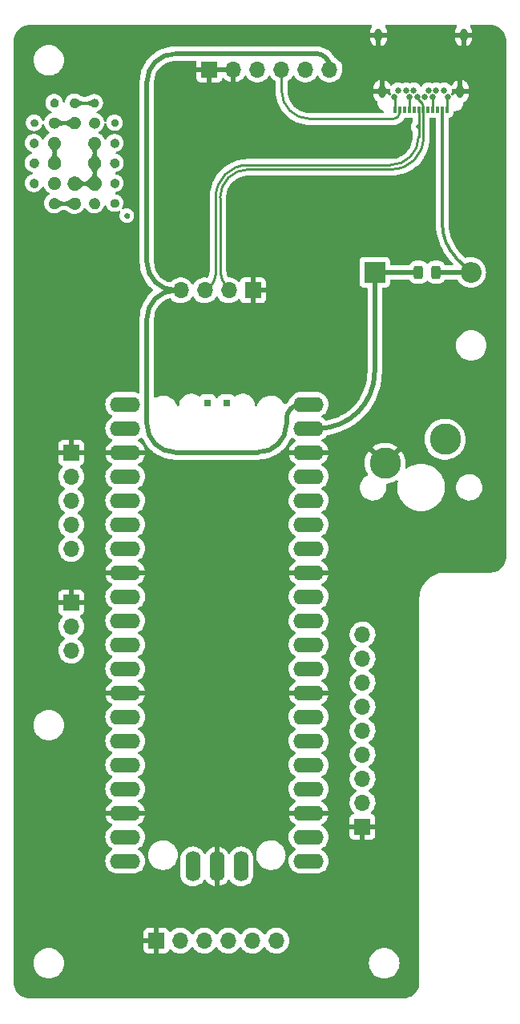
<source format=gbr>
%TF.GenerationSoftware,KiCad,Pcbnew,(6.0.7)*%
%TF.CreationDate,2023-01-05T19:34:40-06:00*%
%TF.ProjectId,OpenRectangle,4f70656e-5265-4637-9461-6e676c652e6b,rev?*%
%TF.SameCoordinates,Original*%
%TF.FileFunction,Copper,L1,Top*%
%TF.FilePolarity,Positive*%
%FSLAX46Y46*%
G04 Gerber Fmt 4.6, Leading zero omitted, Abs format (unit mm)*
G04 Created by KiCad (PCBNEW (6.0.7)) date 2023-01-05 19:34:40*
%MOMM*%
%LPD*%
G01*
G04 APERTURE LIST*
G04 Aperture macros list*
%AMRoundRect*
0 Rectangle with rounded corners*
0 $1 Rounding radius*
0 $2 $3 $4 $5 $6 $7 $8 $9 X,Y pos of 4 corners*
0 Add a 4 corners polygon primitive as box body*
4,1,4,$2,$3,$4,$5,$6,$7,$8,$9,$2,$3,0*
0 Add four circle primitives for the rounded corners*
1,1,$1+$1,$2,$3*
1,1,$1+$1,$4,$5*
1,1,$1+$1,$6,$7*
1,1,$1+$1,$8,$9*
0 Add four rect primitives between the rounded corners*
20,1,$1+$1,$2,$3,$4,$5,0*
20,1,$1+$1,$4,$5,$6,$7,0*
20,1,$1+$1,$6,$7,$8,$9,0*
20,1,$1+$1,$8,$9,$2,$3,0*%
G04 Aperture macros list end*
%TA.AperFunction,EtchedComponent*%
%ADD10C,0.010000*%
%TD*%
%TA.AperFunction,ComponentPad*%
%ADD11R,1.700000X1.700000*%
%TD*%
%TA.AperFunction,ComponentPad*%
%ADD12O,1.700000X1.700000*%
%TD*%
%TA.AperFunction,ComponentPad*%
%ADD13O,3.200000X1.600000*%
%TD*%
%TA.AperFunction,ComponentPad*%
%ADD14O,1.600000X3.200000*%
%TD*%
%TA.AperFunction,ComponentPad*%
%ADD15R,0.800000X0.800000*%
%TD*%
%TA.AperFunction,SMDPad,CuDef*%
%ADD16RoundRect,0.243750X-0.243750X-0.456250X0.243750X-0.456250X0.243750X0.456250X-0.243750X0.456250X0*%
%TD*%
%TA.AperFunction,ComponentPad*%
%ADD17R,2.200000X2.200000*%
%TD*%
%TA.AperFunction,ComponentPad*%
%ADD18O,2.200000X2.200000*%
%TD*%
%TA.AperFunction,SMDPad,CuDef*%
%ADD19R,0.300000X0.700000*%
%TD*%
%TA.AperFunction,ComponentPad*%
%ADD20C,0.650000*%
%TD*%
%TA.AperFunction,ComponentPad*%
%ADD21O,0.800000X1.400000*%
%TD*%
%TA.AperFunction,ComponentPad*%
%ADD22C,3.300000*%
%TD*%
%TA.AperFunction,ViaPad*%
%ADD23C,0.800000*%
%TD*%
%TA.AperFunction,ViaPad*%
%ADD24C,0.500000*%
%TD*%
%TA.AperFunction,Conductor*%
%ADD25C,0.250000*%
%TD*%
%TA.AperFunction,Conductor*%
%ADD26C,0.500000*%
%TD*%
%TA.AperFunction,Conductor*%
%ADD27C,0.300000*%
%TD*%
G04 APERTURE END LIST*
%TO.C,H18*%
G36*
X167499401Y-45362880D02*
G01*
X167512169Y-45363185D01*
X167522131Y-45363829D01*
X167530422Y-45364917D01*
X167538177Y-45366556D01*
X167546190Y-45368752D01*
X167580792Y-45381476D01*
X167613290Y-45398588D01*
X167643161Y-45419733D01*
X167669884Y-45444552D01*
X167687773Y-45465660D01*
X167697521Y-45480127D01*
X167707532Y-45497849D01*
X167717012Y-45517168D01*
X167725167Y-45536427D01*
X167731205Y-45553969D01*
X167732670Y-45559393D01*
X167738542Y-45593494D01*
X167739590Y-45627390D01*
X167736068Y-45660696D01*
X167728230Y-45693027D01*
X167716328Y-45723996D01*
X167700616Y-45753218D01*
X167681348Y-45780307D01*
X167658776Y-45804876D01*
X167633153Y-45826541D01*
X167604734Y-45844914D01*
X167573772Y-45859611D01*
X167540519Y-45870245D01*
X167526607Y-45873279D01*
X167510083Y-45875492D01*
X167490861Y-45876614D01*
X167470842Y-45876643D01*
X167451931Y-45875578D01*
X167436031Y-45873417D01*
X167435700Y-45873351D01*
X167400971Y-45863862D01*
X167368244Y-45849908D01*
X167337884Y-45831834D01*
X167310253Y-45809984D01*
X167285714Y-45784702D01*
X167264631Y-45756330D01*
X167247368Y-45725215D01*
X167234287Y-45691699D01*
X167230727Y-45679321D01*
X167227261Y-45662034D01*
X167224950Y-45642041D01*
X167223851Y-45620999D01*
X167224023Y-45600567D01*
X167225524Y-45582400D01*
X167227014Y-45573610D01*
X167237125Y-45537957D01*
X167251531Y-45504553D01*
X167269952Y-45473747D01*
X167292106Y-45445886D01*
X167317711Y-45421319D01*
X167346486Y-45400394D01*
X167378150Y-45383459D01*
X167382117Y-45381717D01*
X167398358Y-45375051D01*
X167412458Y-45370129D01*
X167425756Y-45366699D01*
X167439588Y-45364508D01*
X167455293Y-45363307D01*
X167474207Y-45362843D01*
X167482690Y-45362808D01*
X167499401Y-45362880D01*
G37*
D10*
X167499401Y-45362880D02*
X167512169Y-45363185D01*
X167522131Y-45363829D01*
X167530422Y-45364917D01*
X167538177Y-45366556D01*
X167546190Y-45368752D01*
X167580792Y-45381476D01*
X167613290Y-45398588D01*
X167643161Y-45419733D01*
X167669884Y-45444552D01*
X167687773Y-45465660D01*
X167697521Y-45480127D01*
X167707532Y-45497849D01*
X167717012Y-45517168D01*
X167725167Y-45536427D01*
X167731205Y-45553969D01*
X167732670Y-45559393D01*
X167738542Y-45593494D01*
X167739590Y-45627390D01*
X167736068Y-45660696D01*
X167728230Y-45693027D01*
X167716328Y-45723996D01*
X167700616Y-45753218D01*
X167681348Y-45780307D01*
X167658776Y-45804876D01*
X167633153Y-45826541D01*
X167604734Y-45844914D01*
X167573772Y-45859611D01*
X167540519Y-45870245D01*
X167526607Y-45873279D01*
X167510083Y-45875492D01*
X167490861Y-45876614D01*
X167470842Y-45876643D01*
X167451931Y-45875578D01*
X167436031Y-45873417D01*
X167435700Y-45873351D01*
X167400971Y-45863862D01*
X167368244Y-45849908D01*
X167337884Y-45831834D01*
X167310253Y-45809984D01*
X167285714Y-45784702D01*
X167264631Y-45756330D01*
X167247368Y-45725215D01*
X167234287Y-45691699D01*
X167230727Y-45679321D01*
X167227261Y-45662034D01*
X167224950Y-45642041D01*
X167223851Y-45620999D01*
X167224023Y-45600567D01*
X167225524Y-45582400D01*
X167227014Y-45573610D01*
X167237125Y-45537957D01*
X167251531Y-45504553D01*
X167269952Y-45473747D01*
X167292106Y-45445886D01*
X167317711Y-45421319D01*
X167346486Y-45400394D01*
X167378150Y-45383459D01*
X167382117Y-45381717D01*
X167398358Y-45375051D01*
X167412458Y-45370129D01*
X167425756Y-45366699D01*
X167439588Y-45364508D01*
X167455293Y-45363307D01*
X167474207Y-45362843D01*
X167482690Y-45362808D01*
X167499401Y-45362880D01*
G36*
X161992016Y-43705492D02*
G01*
X162046233Y-43712492D01*
X162099729Y-43724355D01*
X162109274Y-43727016D01*
X162160124Y-43744244D01*
X162209360Y-43766086D01*
X162256524Y-43792252D01*
X162301157Y-43822453D01*
X162342799Y-43856399D01*
X162380993Y-43893801D01*
X162390986Y-43904830D01*
X162425831Y-43947746D01*
X162456119Y-43992422D01*
X162481971Y-44039127D01*
X162503508Y-44088128D01*
X162520851Y-44139693D01*
X162534123Y-44194090D01*
X162541571Y-44237570D01*
X162542874Y-44250219D01*
X162543838Y-44266724D01*
X162544465Y-44285943D01*
X162544756Y-44306734D01*
X162544710Y-44327953D01*
X162544330Y-44348460D01*
X162543616Y-44367112D01*
X162542567Y-44382767D01*
X162541468Y-44392510D01*
X162530660Y-44449623D01*
X162515558Y-44504189D01*
X162496209Y-44556115D01*
X162472662Y-44605309D01*
X162444966Y-44651679D01*
X162413169Y-44695132D01*
X162377321Y-44735575D01*
X162345121Y-44766264D01*
X162301355Y-44801741D01*
X162255450Y-44832638D01*
X162207325Y-44858994D01*
X162156894Y-44880849D01*
X162104075Y-44898240D01*
X162048784Y-44911207D01*
X162022960Y-44915626D01*
X162012416Y-44916884D01*
X161998361Y-44918060D01*
X161981859Y-44919116D01*
X161963978Y-44920011D01*
X161945783Y-44920704D01*
X161928339Y-44921156D01*
X161912712Y-44921325D01*
X161899969Y-44921172D01*
X161891174Y-44920656D01*
X161890880Y-44920623D01*
X161884377Y-44919873D01*
X161874527Y-44918750D01*
X161863029Y-44917447D01*
X161857860Y-44916863D01*
X161811542Y-44909367D01*
X161764486Y-44897403D01*
X161717559Y-44881327D01*
X161671626Y-44861493D01*
X161627552Y-44838254D01*
X161586204Y-44811964D01*
X161567030Y-44797946D01*
X161558474Y-44791166D01*
X161547760Y-44782357D01*
X161536522Y-44772873D01*
X161529936Y-44767187D01*
X161488133Y-44731691D01*
X161448310Y-44699999D01*
X161409746Y-44671610D01*
X161371721Y-44646026D01*
X161333515Y-44622745D01*
X161294407Y-44601269D01*
X161281292Y-44594548D01*
X161226873Y-44569029D01*
X161171836Y-44547110D01*
X161115473Y-44528591D01*
X161057074Y-44513270D01*
X160995932Y-44500946D01*
X160931338Y-44491420D01*
X160907900Y-44488721D01*
X160852337Y-44484774D01*
X160794178Y-44484455D01*
X160734279Y-44487667D01*
X160673498Y-44494312D01*
X160612693Y-44504293D01*
X160552721Y-44517514D01*
X160494438Y-44533877D01*
X160486260Y-44536478D01*
X160446167Y-44550453D01*
X160406313Y-44566313D01*
X160367308Y-44583724D01*
X160329765Y-44602353D01*
X160294297Y-44621865D01*
X160261515Y-44641927D01*
X160232031Y-44662204D01*
X160206459Y-44682365D01*
X160188758Y-44698653D01*
X160148846Y-44735323D01*
X160106960Y-44767337D01*
X160062968Y-44794774D01*
X160016740Y-44817711D01*
X159968143Y-44836227D01*
X159946510Y-44842843D01*
X159896301Y-44854549D01*
X159845871Y-44861317D01*
X159795519Y-44863261D01*
X159745545Y-44860494D01*
X159696247Y-44853131D01*
X159647925Y-44841287D01*
X159600879Y-44825076D01*
X159555406Y-44804613D01*
X159511806Y-44780011D01*
X159470379Y-44751386D01*
X159431424Y-44718851D01*
X159395239Y-44682520D01*
X159362125Y-44642510D01*
X159340000Y-44610950D01*
X159314583Y-44567454D01*
X159293028Y-44521094D01*
X159275623Y-44472617D01*
X159262656Y-44422767D01*
X159258141Y-44398860D01*
X159255205Y-44375915D01*
X159253291Y-44349633D01*
X159252431Y-44321655D01*
X159252655Y-44293627D01*
X159253993Y-44267192D01*
X159255442Y-44251922D01*
X159263910Y-44200463D01*
X159276999Y-44150734D01*
X159294477Y-44102964D01*
X159316112Y-44057380D01*
X159341674Y-44014209D01*
X159370930Y-43973680D01*
X159403648Y-43936020D01*
X159439597Y-43901457D01*
X159478545Y-43870219D01*
X159520261Y-43842533D01*
X159564512Y-43818627D01*
X159611068Y-43798729D01*
X159659696Y-43783066D01*
X159710165Y-43771867D01*
X159749294Y-43766512D01*
X159798762Y-43764039D01*
X159848604Y-43766436D01*
X159898338Y-43773564D01*
X159947481Y-43785287D01*
X159995549Y-43801467D01*
X160042060Y-43821966D01*
X160086531Y-43846646D01*
X160126850Y-43874140D01*
X160135242Y-43880753D01*
X160146145Y-43889787D01*
X160158342Y-43900213D01*
X160170616Y-43910999D01*
X160174794Y-43914749D01*
X160201412Y-43937068D01*
X160232258Y-43959886D01*
X160266573Y-43982712D01*
X160303601Y-44005061D01*
X160342584Y-44026443D01*
X160368150Y-44039366D01*
X160434462Y-44069051D01*
X160501677Y-44093787D01*
X160569620Y-44113591D01*
X160638117Y-44128477D01*
X160706991Y-44138462D01*
X160776069Y-44143561D01*
X160845175Y-44143790D01*
X160914134Y-44139164D01*
X160982771Y-44129700D01*
X161050911Y-44115412D01*
X161118379Y-44096317D01*
X161185000Y-44072431D01*
X161250599Y-44043768D01*
X161315001Y-44010345D01*
X161378031Y-43972178D01*
X161417523Y-43945301D01*
X161436317Y-43931594D01*
X161457545Y-43915532D01*
X161479869Y-43898162D01*
X161501952Y-43880532D01*
X161522456Y-43863690D01*
X161532209Y-43855455D01*
X161558541Y-43833856D01*
X161583873Y-43815068D01*
X161610099Y-43797728D01*
X161625393Y-43788432D01*
X161673633Y-43762796D01*
X161723907Y-43741673D01*
X161775821Y-43725112D01*
X161828983Y-43713164D01*
X161882998Y-43705878D01*
X161937473Y-43703304D01*
X161992016Y-43705492D01*
G37*
X161992016Y-43705492D02*
X162046233Y-43712492D01*
X162099729Y-43724355D01*
X162109274Y-43727016D01*
X162160124Y-43744244D01*
X162209360Y-43766086D01*
X162256524Y-43792252D01*
X162301157Y-43822453D01*
X162342799Y-43856399D01*
X162380993Y-43893801D01*
X162390986Y-43904830D01*
X162425831Y-43947746D01*
X162456119Y-43992422D01*
X162481971Y-44039127D01*
X162503508Y-44088128D01*
X162520851Y-44139693D01*
X162534123Y-44194090D01*
X162541571Y-44237570D01*
X162542874Y-44250219D01*
X162543838Y-44266724D01*
X162544465Y-44285943D01*
X162544756Y-44306734D01*
X162544710Y-44327953D01*
X162544330Y-44348460D01*
X162543616Y-44367112D01*
X162542567Y-44382767D01*
X162541468Y-44392510D01*
X162530660Y-44449623D01*
X162515558Y-44504189D01*
X162496209Y-44556115D01*
X162472662Y-44605309D01*
X162444966Y-44651679D01*
X162413169Y-44695132D01*
X162377321Y-44735575D01*
X162345121Y-44766264D01*
X162301355Y-44801741D01*
X162255450Y-44832638D01*
X162207325Y-44858994D01*
X162156894Y-44880849D01*
X162104075Y-44898240D01*
X162048784Y-44911207D01*
X162022960Y-44915626D01*
X162012416Y-44916884D01*
X161998361Y-44918060D01*
X161981859Y-44919116D01*
X161963978Y-44920011D01*
X161945783Y-44920704D01*
X161928339Y-44921156D01*
X161912712Y-44921325D01*
X161899969Y-44921172D01*
X161891174Y-44920656D01*
X161890880Y-44920623D01*
X161884377Y-44919873D01*
X161874527Y-44918750D01*
X161863029Y-44917447D01*
X161857860Y-44916863D01*
X161811542Y-44909367D01*
X161764486Y-44897403D01*
X161717559Y-44881327D01*
X161671626Y-44861493D01*
X161627552Y-44838254D01*
X161586204Y-44811964D01*
X161567030Y-44797946D01*
X161558474Y-44791166D01*
X161547760Y-44782357D01*
X161536522Y-44772873D01*
X161529936Y-44767187D01*
X161488133Y-44731691D01*
X161448310Y-44699999D01*
X161409746Y-44671610D01*
X161371721Y-44646026D01*
X161333515Y-44622745D01*
X161294407Y-44601269D01*
X161281292Y-44594548D01*
X161226873Y-44569029D01*
X161171836Y-44547110D01*
X161115473Y-44528591D01*
X161057074Y-44513270D01*
X160995932Y-44500946D01*
X160931338Y-44491420D01*
X160907900Y-44488721D01*
X160852337Y-44484774D01*
X160794178Y-44484455D01*
X160734279Y-44487667D01*
X160673498Y-44494312D01*
X160612693Y-44504293D01*
X160552721Y-44517514D01*
X160494438Y-44533877D01*
X160486260Y-44536478D01*
X160446167Y-44550453D01*
X160406313Y-44566313D01*
X160367308Y-44583724D01*
X160329765Y-44602353D01*
X160294297Y-44621865D01*
X160261515Y-44641927D01*
X160232031Y-44662204D01*
X160206459Y-44682365D01*
X160188758Y-44698653D01*
X160148846Y-44735323D01*
X160106960Y-44767337D01*
X160062968Y-44794774D01*
X160016740Y-44817711D01*
X159968143Y-44836227D01*
X159946510Y-44842843D01*
X159896301Y-44854549D01*
X159845871Y-44861317D01*
X159795519Y-44863261D01*
X159745545Y-44860494D01*
X159696247Y-44853131D01*
X159647925Y-44841287D01*
X159600879Y-44825076D01*
X159555406Y-44804613D01*
X159511806Y-44780011D01*
X159470379Y-44751386D01*
X159431424Y-44718851D01*
X159395239Y-44682520D01*
X159362125Y-44642510D01*
X159340000Y-44610950D01*
X159314583Y-44567454D01*
X159293028Y-44521094D01*
X159275623Y-44472617D01*
X159262656Y-44422767D01*
X159258141Y-44398860D01*
X159255205Y-44375915D01*
X159253291Y-44349633D01*
X159252431Y-44321655D01*
X159252655Y-44293627D01*
X159253993Y-44267192D01*
X159255442Y-44251922D01*
X159263910Y-44200463D01*
X159276999Y-44150734D01*
X159294477Y-44102964D01*
X159316112Y-44057380D01*
X159341674Y-44014209D01*
X159370930Y-43973680D01*
X159403648Y-43936020D01*
X159439597Y-43901457D01*
X159478545Y-43870219D01*
X159520261Y-43842533D01*
X159564512Y-43818627D01*
X159611068Y-43798729D01*
X159659696Y-43783066D01*
X159710165Y-43771867D01*
X159749294Y-43766512D01*
X159798762Y-43764039D01*
X159848604Y-43766436D01*
X159898338Y-43773564D01*
X159947481Y-43785287D01*
X159995549Y-43801467D01*
X160042060Y-43821966D01*
X160086531Y-43846646D01*
X160126850Y-43874140D01*
X160135242Y-43880753D01*
X160146145Y-43889787D01*
X160158342Y-43900213D01*
X160170616Y-43910999D01*
X160174794Y-43914749D01*
X160201412Y-43937068D01*
X160232258Y-43959886D01*
X160266573Y-43982712D01*
X160303601Y-44005061D01*
X160342584Y-44026443D01*
X160368150Y-44039366D01*
X160434462Y-44069051D01*
X160501677Y-44093787D01*
X160569620Y-44113591D01*
X160638117Y-44128477D01*
X160706991Y-44138462D01*
X160776069Y-44143561D01*
X160845175Y-44143790D01*
X160914134Y-44139164D01*
X160982771Y-44129700D01*
X161050911Y-44115412D01*
X161118379Y-44096317D01*
X161185000Y-44072431D01*
X161250599Y-44043768D01*
X161315001Y-44010345D01*
X161378031Y-43972178D01*
X161417523Y-43945301D01*
X161436317Y-43931594D01*
X161457545Y-43915532D01*
X161479869Y-43898162D01*
X161501952Y-43880532D01*
X161522456Y-43863690D01*
X161532209Y-43855455D01*
X161558541Y-43833856D01*
X161583873Y-43815068D01*
X161610099Y-43797728D01*
X161625393Y-43788432D01*
X161673633Y-43762796D01*
X161723907Y-43741673D01*
X161775821Y-43725112D01*
X161828983Y-43713164D01*
X161882998Y-43705878D01*
X161937473Y-43703304D01*
X161992016Y-43705492D01*
G36*
X164074640Y-43775298D02*
G01*
X164125281Y-43780636D01*
X164174845Y-43790687D01*
X164223044Y-43805280D01*
X164269593Y-43824244D01*
X164314203Y-43847408D01*
X164356588Y-43874600D01*
X164396461Y-43905651D01*
X164433535Y-43940389D01*
X164467523Y-43978642D01*
X164498137Y-44020241D01*
X164525092Y-44065013D01*
X164531847Y-44077904D01*
X164553134Y-44125263D01*
X164569830Y-44174528D01*
X164582031Y-44225996D01*
X164584949Y-44242650D01*
X164587472Y-44263613D01*
X164589019Y-44288079D01*
X164589600Y-44314565D01*
X164589226Y-44341592D01*
X164587908Y-44367679D01*
X164585655Y-44391343D01*
X164583813Y-44404036D01*
X164572568Y-44455455D01*
X164556799Y-44504911D01*
X164536737Y-44552176D01*
X164512610Y-44597025D01*
X164484649Y-44639231D01*
X164453084Y-44678568D01*
X164418145Y-44714809D01*
X164380062Y-44747729D01*
X164339066Y-44777101D01*
X164295385Y-44802698D01*
X164249251Y-44824295D01*
X164200894Y-44841664D01*
X164150542Y-44854580D01*
X164120380Y-44859962D01*
X164102321Y-44862098D01*
X164081099Y-44863685D01*
X164058304Y-44864679D01*
X164035524Y-44865036D01*
X164014346Y-44864714D01*
X163996359Y-44863668D01*
X163994000Y-44863442D01*
X163942271Y-44855651D01*
X163891894Y-44843022D01*
X163843121Y-44825676D01*
X163796206Y-44803733D01*
X163751400Y-44777316D01*
X163708957Y-44746545D01*
X163669128Y-44711542D01*
X163661225Y-44703770D01*
X163626598Y-44666182D01*
X163596553Y-44627270D01*
X163570631Y-44586336D01*
X163548373Y-44542678D01*
X163535476Y-44512056D01*
X163519007Y-44462957D01*
X163507486Y-44413175D01*
X163500875Y-44362987D01*
X163499133Y-44312675D01*
X163502220Y-44262516D01*
X163510098Y-44212789D01*
X163522727Y-44163774D01*
X163540066Y-44115749D01*
X163562078Y-44068994D01*
X163588721Y-44023787D01*
X163608775Y-43995000D01*
X163620338Y-43980536D01*
X163634931Y-43963991D01*
X163651555Y-43946368D01*
X163669206Y-43928669D01*
X163686882Y-43911895D01*
X163703582Y-43897049D01*
X163718303Y-43885132D01*
X163719680Y-43884101D01*
X163764503Y-43853778D01*
X163810598Y-43828369D01*
X163858001Y-43807862D01*
X163906746Y-43792244D01*
X163956869Y-43781503D01*
X164008405Y-43775625D01*
X164023210Y-43774844D01*
X164074640Y-43775298D01*
G37*
X164074640Y-43775298D02*
X164125281Y-43780636D01*
X164174845Y-43790687D01*
X164223044Y-43805280D01*
X164269593Y-43824244D01*
X164314203Y-43847408D01*
X164356588Y-43874600D01*
X164396461Y-43905651D01*
X164433535Y-43940389D01*
X164467523Y-43978642D01*
X164498137Y-44020241D01*
X164525092Y-44065013D01*
X164531847Y-44077904D01*
X164553134Y-44125263D01*
X164569830Y-44174528D01*
X164582031Y-44225996D01*
X164584949Y-44242650D01*
X164587472Y-44263613D01*
X164589019Y-44288079D01*
X164589600Y-44314565D01*
X164589226Y-44341592D01*
X164587908Y-44367679D01*
X164585655Y-44391343D01*
X164583813Y-44404036D01*
X164572568Y-44455455D01*
X164556799Y-44504911D01*
X164536737Y-44552176D01*
X164512610Y-44597025D01*
X164484649Y-44639231D01*
X164453084Y-44678568D01*
X164418145Y-44714809D01*
X164380062Y-44747729D01*
X164339066Y-44777101D01*
X164295385Y-44802698D01*
X164249251Y-44824295D01*
X164200894Y-44841664D01*
X164150542Y-44854580D01*
X164120380Y-44859962D01*
X164102321Y-44862098D01*
X164081099Y-44863685D01*
X164058304Y-44864679D01*
X164035524Y-44865036D01*
X164014346Y-44864714D01*
X163996359Y-44863668D01*
X163994000Y-44863442D01*
X163942271Y-44855651D01*
X163891894Y-44843022D01*
X163843121Y-44825676D01*
X163796206Y-44803733D01*
X163751400Y-44777316D01*
X163708957Y-44746545D01*
X163669128Y-44711542D01*
X163661225Y-44703770D01*
X163626598Y-44666182D01*
X163596553Y-44627270D01*
X163570631Y-44586336D01*
X163548373Y-44542678D01*
X163535476Y-44512056D01*
X163519007Y-44462957D01*
X163507486Y-44413175D01*
X163500875Y-44362987D01*
X163499133Y-44312675D01*
X163502220Y-44262516D01*
X163510098Y-44212789D01*
X163522727Y-44163774D01*
X163540066Y-44115749D01*
X163562078Y-44068994D01*
X163588721Y-44023787D01*
X163608775Y-43995000D01*
X163620338Y-43980536D01*
X163634931Y-43963991D01*
X163651555Y-43946368D01*
X163669206Y-43928669D01*
X163686882Y-43911895D01*
X163703582Y-43897049D01*
X163718303Y-43885132D01*
X163719680Y-43884101D01*
X163764503Y-43853778D01*
X163810598Y-43828369D01*
X163858001Y-43807862D01*
X163906746Y-43792244D01*
X163956869Y-43781503D01*
X164008405Y-43775625D01*
X164023210Y-43774844D01*
X164074640Y-43775298D01*
G36*
X166221618Y-43870579D02*
G01*
X166265970Y-43877200D01*
X166270658Y-43878192D01*
X166314689Y-43890335D01*
X166356808Y-43907041D01*
X166396700Y-43928052D01*
X166434048Y-43953108D01*
X166468535Y-43981951D01*
X166499846Y-44014321D01*
X166527664Y-44049960D01*
X166551673Y-44088607D01*
X166568097Y-44121908D01*
X166583723Y-44163596D01*
X166594794Y-44206872D01*
X166601282Y-44251147D01*
X166603159Y-44295833D01*
X166600397Y-44340341D01*
X166592968Y-44384083D01*
X166582439Y-44421796D01*
X166565675Y-44464232D01*
X166544821Y-44503994D01*
X166520189Y-44540885D01*
X166492096Y-44574709D01*
X166460854Y-44605270D01*
X166426778Y-44632370D01*
X166390183Y-44655815D01*
X166351382Y-44675408D01*
X166310689Y-44690952D01*
X166268420Y-44702251D01*
X166224888Y-44709110D01*
X166180408Y-44711332D01*
X166135293Y-44708720D01*
X166125060Y-44707442D01*
X166080064Y-44698747D01*
X166036775Y-44685300D01*
X165995375Y-44667197D01*
X165956050Y-44644533D01*
X165918985Y-44617405D01*
X165884364Y-44585907D01*
X165878680Y-44580066D01*
X165848180Y-44544666D01*
X165822164Y-44506911D01*
X165800588Y-44466717D01*
X165783407Y-44423999D01*
X165770575Y-44378670D01*
X165769113Y-44372061D01*
X165767060Y-44361895D01*
X165765537Y-44352603D01*
X165764471Y-44343139D01*
X165763788Y-44332455D01*
X165763412Y-44319503D01*
X165763270Y-44303238D01*
X165763269Y-44289640D01*
X165763554Y-44265237D01*
X165764428Y-44244629D01*
X165766075Y-44226546D01*
X165768683Y-44209721D01*
X165772437Y-44192882D01*
X165777522Y-44174762D01*
X165782284Y-44159682D01*
X165798593Y-44117569D01*
X165819006Y-44078083D01*
X165843199Y-44041410D01*
X165870847Y-44007738D01*
X165901626Y-43977253D01*
X165935210Y-43950144D01*
X165971277Y-43926596D01*
X166009500Y-43906797D01*
X166049557Y-43890933D01*
X166091121Y-43879193D01*
X166133869Y-43871762D01*
X166177476Y-43868828D01*
X166221618Y-43870579D01*
G37*
X166221618Y-43870579D02*
X166265970Y-43877200D01*
X166270658Y-43878192D01*
X166314689Y-43890335D01*
X166356808Y-43907041D01*
X166396700Y-43928052D01*
X166434048Y-43953108D01*
X166468535Y-43981951D01*
X166499846Y-44014321D01*
X166527664Y-44049960D01*
X166551673Y-44088607D01*
X166568097Y-44121908D01*
X166583723Y-44163596D01*
X166594794Y-44206872D01*
X166601282Y-44251147D01*
X166603159Y-44295833D01*
X166600397Y-44340341D01*
X166592968Y-44384083D01*
X166582439Y-44421796D01*
X166565675Y-44464232D01*
X166544821Y-44503994D01*
X166520189Y-44540885D01*
X166492096Y-44574709D01*
X166460854Y-44605270D01*
X166426778Y-44632370D01*
X166390183Y-44655815D01*
X166351382Y-44675408D01*
X166310689Y-44690952D01*
X166268420Y-44702251D01*
X166224888Y-44709110D01*
X166180408Y-44711332D01*
X166135293Y-44708720D01*
X166125060Y-44707442D01*
X166080064Y-44698747D01*
X166036775Y-44685300D01*
X165995375Y-44667197D01*
X165956050Y-44644533D01*
X165918985Y-44617405D01*
X165884364Y-44585907D01*
X165878680Y-44580066D01*
X165848180Y-44544666D01*
X165822164Y-44506911D01*
X165800588Y-44466717D01*
X165783407Y-44423999D01*
X165770575Y-44378670D01*
X165769113Y-44372061D01*
X165767060Y-44361895D01*
X165765537Y-44352603D01*
X165764471Y-44343139D01*
X165763788Y-44332455D01*
X165763412Y-44319503D01*
X165763270Y-44303238D01*
X165763269Y-44289640D01*
X165763554Y-44265237D01*
X165764428Y-44244629D01*
X165766075Y-44226546D01*
X165768683Y-44209721D01*
X165772437Y-44192882D01*
X165777522Y-44174762D01*
X165782284Y-44159682D01*
X165798593Y-44117569D01*
X165819006Y-44078083D01*
X165843199Y-44041410D01*
X165870847Y-44007738D01*
X165901626Y-43977253D01*
X165935210Y-43950144D01*
X165971277Y-43926596D01*
X166009500Y-43906797D01*
X166049557Y-43890933D01*
X166091121Y-43879193D01*
X166133869Y-43871762D01*
X166177476Y-43868828D01*
X166221618Y-43870579D01*
G36*
X164100883Y-37311005D02*
G01*
X164154189Y-37318912D01*
X164206674Y-37331475D01*
X164258017Y-37348594D01*
X164307902Y-37370167D01*
X164356009Y-37396095D01*
X164402019Y-37426275D01*
X164445614Y-37460608D01*
X164472265Y-37484873D01*
X164512637Y-37527071D01*
X164548454Y-37571518D01*
X164579730Y-37618239D01*
X164606477Y-37667259D01*
X164628709Y-37718602D01*
X164646439Y-37772292D01*
X164659679Y-37828356D01*
X164663689Y-37851255D01*
X164665780Y-37868666D01*
X164667265Y-37889868D01*
X164668147Y-37913606D01*
X164668425Y-37938626D01*
X164668101Y-37963675D01*
X164667175Y-37987499D01*
X164665648Y-38008843D01*
X164663592Y-38026000D01*
X164652363Y-38081920D01*
X164636407Y-38136045D01*
X164615804Y-38188235D01*
X164590629Y-38238349D01*
X164560959Y-38286246D01*
X164526873Y-38331786D01*
X164488447Y-38374828D01*
X164453534Y-38408358D01*
X164421685Y-38439605D01*
X164390690Y-38475241D01*
X164360953Y-38514594D01*
X164332879Y-38556992D01*
X164306875Y-38601763D01*
X164283346Y-38648235D01*
X164262697Y-38695737D01*
X164245334Y-38743597D01*
X164239153Y-38763529D01*
X164228892Y-38801865D01*
X164221186Y-38838929D01*
X164215839Y-38876148D01*
X164212659Y-38914954D01*
X164211448Y-38956774D01*
X164211429Y-38967070D01*
X164211948Y-39000041D01*
X164213430Y-39029454D01*
X164216033Y-39056766D01*
X164219919Y-39083435D01*
X164225248Y-39110917D01*
X164229142Y-39128138D01*
X164245734Y-39187416D01*
X164267279Y-39245823D01*
X164293699Y-39303196D01*
X164324914Y-39359373D01*
X164360848Y-39414191D01*
X164377013Y-39436352D01*
X164398724Y-39464357D01*
X164419563Y-39489497D01*
X164439069Y-39511240D01*
X164456783Y-39529055D01*
X164458816Y-39530950D01*
X164497068Y-39567604D01*
X164530941Y-39603056D01*
X164560819Y-39637859D01*
X164587089Y-39672570D01*
X164610136Y-39707744D01*
X164630347Y-39743938D01*
X164648106Y-39781708D01*
X164663799Y-39821608D01*
X164667186Y-39831229D01*
X164678596Y-39866838D01*
X164687428Y-39900487D01*
X164693943Y-39933664D01*
X164698402Y-39967854D01*
X164701067Y-40004542D01*
X164701922Y-40028790D01*
X164702037Y-40069924D01*
X164700224Y-40107766D01*
X164696300Y-40143795D01*
X164690078Y-40179490D01*
X164681375Y-40216330D01*
X164676163Y-40235195D01*
X164658925Y-40286448D01*
X164637180Y-40336548D01*
X164611280Y-40384985D01*
X164581576Y-40431246D01*
X164548418Y-40474819D01*
X164512156Y-40515192D01*
X164473143Y-40551853D01*
X164442310Y-40576589D01*
X164430165Y-40586348D01*
X164417900Y-40597713D01*
X164404982Y-40611264D01*
X164390878Y-40627581D01*
X164375056Y-40647245D01*
X164362310Y-40663790D01*
X164326300Y-40714861D01*
X164295224Y-40766839D01*
X164268980Y-40819960D01*
X164247467Y-40874458D01*
X164230583Y-40930569D01*
X164218227Y-40988528D01*
X164215902Y-41002880D01*
X164214109Y-41018277D01*
X164212744Y-41037351D01*
X164211816Y-41058894D01*
X164211337Y-41081695D01*
X164211317Y-41104545D01*
X164211767Y-41126235D01*
X164212697Y-41145556D01*
X164214118Y-41161298D01*
X164214499Y-41164170D01*
X164225413Y-41223582D01*
X164240961Y-41281263D01*
X164261206Y-41337356D01*
X164286213Y-41392003D01*
X164316044Y-41445347D01*
X164350762Y-41497529D01*
X164379260Y-41535010D01*
X164396155Y-41555211D01*
X164414861Y-41576050D01*
X164434389Y-41596512D01*
X164453748Y-41615584D01*
X164471949Y-41632251D01*
X164484220Y-41642544D01*
X164499889Y-41655756D01*
X164517628Y-41671910D01*
X164536385Y-41689951D01*
X164555108Y-41708827D01*
X164572748Y-41727483D01*
X164588253Y-41744865D01*
X164598071Y-41756711D01*
X164633477Y-41805306D01*
X164664528Y-41856107D01*
X164691141Y-41908822D01*
X164713237Y-41963162D01*
X164730732Y-42018836D01*
X164743546Y-42075554D01*
X164751598Y-42133025D01*
X164754806Y-42190960D01*
X164753089Y-42249066D01*
X164748423Y-42293283D01*
X164737716Y-42352093D01*
X164722184Y-42409481D01*
X164701937Y-42465234D01*
X164677083Y-42519139D01*
X164647733Y-42570983D01*
X164613995Y-42620553D01*
X164575978Y-42667635D01*
X164533793Y-42712017D01*
X164533404Y-42712395D01*
X164490035Y-42751077D01*
X164443519Y-42786197D01*
X164394309Y-42817531D01*
X164342861Y-42844854D01*
X164289631Y-42867941D01*
X164235073Y-42886567D01*
X164179643Y-42900508D01*
X164137510Y-42907791D01*
X164080542Y-42913174D01*
X164022859Y-42913732D01*
X163964994Y-42909564D01*
X163907481Y-42900770D01*
X163850852Y-42887450D01*
X163795641Y-42869702D01*
X163742380Y-42847626D01*
X163700404Y-42826291D01*
X163654446Y-42798513D01*
X163610261Y-42767254D01*
X163568526Y-42733102D01*
X163529918Y-42696644D01*
X163495115Y-42658469D01*
X163469851Y-42626240D01*
X163445583Y-42595807D01*
X163417121Y-42565214D01*
X163385277Y-42535141D01*
X163350868Y-42506272D01*
X163314707Y-42479289D01*
X163277610Y-42454876D01*
X163240390Y-42433713D01*
X163239620Y-42433312D01*
X163190706Y-42410537D01*
X163141394Y-42392794D01*
X163091801Y-42380060D01*
X163042043Y-42372315D01*
X162992237Y-42369534D01*
X162942499Y-42371698D01*
X162892946Y-42378783D01*
X162843695Y-42390767D01*
X162794862Y-42407628D01*
X162746563Y-42429345D01*
X162698916Y-42455895D01*
X162652037Y-42487256D01*
X162606042Y-42523406D01*
X162564303Y-42561170D01*
X162552161Y-42573295D01*
X162539812Y-42586353D01*
X162528395Y-42599090D01*
X162519051Y-42610252D01*
X162515676Y-42614630D01*
X162488587Y-42649387D01*
X162460763Y-42681244D01*
X162430401Y-42712266D01*
X162430267Y-42712395D01*
X162385799Y-42752118D01*
X162338583Y-42787769D01*
X162288914Y-42819236D01*
X162237091Y-42846408D01*
X162183411Y-42869174D01*
X162128171Y-42887422D01*
X162071670Y-42901041D01*
X162014205Y-42909919D01*
X161956072Y-42913944D01*
X161897571Y-42913005D01*
X161895324Y-42912869D01*
X161836413Y-42906712D01*
X161778824Y-42895785D01*
X161722785Y-42880280D01*
X161668523Y-42860388D01*
X161616265Y-42836300D01*
X161566238Y-42808207D01*
X161518670Y-42776299D01*
X161473787Y-42740769D01*
X161431816Y-42701807D01*
X161392985Y-42659604D01*
X161357520Y-42614351D01*
X161325648Y-42566239D01*
X161297598Y-42515460D01*
X161273595Y-42462204D01*
X161253867Y-42406662D01*
X161241875Y-42363050D01*
X161236866Y-42341663D01*
X161232880Y-42322882D01*
X161229806Y-42305658D01*
X161227532Y-42288947D01*
X161225949Y-42271703D01*
X161224944Y-42252879D01*
X161224408Y-42231428D01*
X161224228Y-42206307D01*
X161224229Y-42196680D01*
X161224344Y-42172272D01*
X161224640Y-42152196D01*
X161225148Y-42135705D01*
X161225903Y-42122052D01*
X161226937Y-42110490D01*
X161228284Y-42100273D01*
X161228621Y-42098162D01*
X161240970Y-42037167D01*
X161257550Y-41978950D01*
X161278431Y-41923373D01*
X161303681Y-41870300D01*
X161333370Y-41819595D01*
X161367567Y-41771122D01*
X161406341Y-41724745D01*
X161432365Y-41697331D01*
X161476918Y-41656057D01*
X161524361Y-41618878D01*
X161574451Y-41585917D01*
X161626946Y-41557298D01*
X161681606Y-41533144D01*
X161738187Y-41513578D01*
X161796448Y-41498723D01*
X161836270Y-41491473D01*
X161850274Y-41489834D01*
X161868175Y-41488518D01*
X161888964Y-41487530D01*
X161911631Y-41486879D01*
X161935168Y-41486570D01*
X161958566Y-41486610D01*
X161980814Y-41487005D01*
X162000905Y-41487764D01*
X162017828Y-41488891D01*
X162029310Y-41490196D01*
X162090177Y-41501833D01*
X162148994Y-41518034D01*
X162205595Y-41538698D01*
X162259812Y-41563723D01*
X162311482Y-41593008D01*
X162360437Y-41626454D01*
X162406512Y-41663959D01*
X162449541Y-41705422D01*
X162489358Y-41750742D01*
X162516492Y-41786470D01*
X162527968Y-41802378D01*
X162537573Y-41815132D01*
X162546253Y-41825805D01*
X162554954Y-41835473D01*
X162564620Y-41845209D01*
X162576197Y-41856086D01*
X162584203Y-41863380D01*
X162628122Y-41900367D01*
X162672836Y-41932447D01*
X162718694Y-41959772D01*
X162766041Y-41982496D01*
X162815224Y-42000771D01*
X162866591Y-42014749D01*
X162920488Y-42024585D01*
X162960395Y-42029130D01*
X162975311Y-42030231D01*
X162988478Y-42030644D01*
X163001676Y-42030336D01*
X163016686Y-42029277D01*
X163031197Y-42027867D01*
X163087504Y-42019693D01*
X163141325Y-42007148D01*
X163192824Y-41990152D01*
X163242167Y-41968630D01*
X163289519Y-41942502D01*
X163335047Y-41911691D01*
X163378916Y-41876120D01*
X163404274Y-41852687D01*
X163420384Y-41836300D01*
X163434636Y-41820233D01*
X163446011Y-41805646D01*
X163448288Y-41802366D01*
X163477719Y-41762243D01*
X163511259Y-41722873D01*
X163547942Y-41685237D01*
X163586803Y-41650319D01*
X163626875Y-41619101D01*
X163632050Y-41615417D01*
X163642529Y-41606975D01*
X163655249Y-41594983D01*
X163669603Y-41580103D01*
X163684986Y-41562994D01*
X163700793Y-41544316D01*
X163716418Y-41524729D01*
X163722147Y-41517230D01*
X163756893Y-41467530D01*
X163786817Y-41416812D01*
X163812044Y-41364748D01*
X163832696Y-41311007D01*
X163848897Y-41255262D01*
X163860770Y-41197182D01*
X163868439Y-41136440D01*
X163869475Y-41123985D01*
X163870748Y-41081568D01*
X163868436Y-41036610D01*
X163862705Y-40989992D01*
X163853722Y-40942598D01*
X163841653Y-40895311D01*
X163826664Y-40849014D01*
X163809664Y-40806278D01*
X163794044Y-40773582D01*
X163775652Y-40740154D01*
X163755044Y-40706757D01*
X163732779Y-40674156D01*
X163709414Y-40643113D01*
X163685506Y-40614393D01*
X163661614Y-40588759D01*
X163638294Y-40566975D01*
X163629808Y-40559953D01*
X163604247Y-40538429D01*
X163578737Y-40514778D01*
X163554934Y-40490586D01*
X163539576Y-40473482D01*
X163502590Y-40426767D01*
X163470403Y-40378464D01*
X163442936Y-40328403D01*
X163420111Y-40276415D01*
X163401848Y-40222329D01*
X163388069Y-40165978D01*
X163382729Y-40136224D01*
X163380684Y-40119233D01*
X163379198Y-40098380D01*
X163378270Y-40074855D01*
X163377899Y-40049844D01*
X163378085Y-40024536D01*
X163378827Y-40000119D01*
X163380125Y-39977781D01*
X163381978Y-39958709D01*
X163382823Y-39952590D01*
X163394215Y-39894764D01*
X163410387Y-39838608D01*
X163431266Y-39784290D01*
X163456780Y-39731973D01*
X163486858Y-39681823D01*
X163521427Y-39634006D01*
X163522163Y-39633075D01*
X163538070Y-39614172D01*
X163556925Y-39593678D01*
X163577471Y-39572849D01*
X163598449Y-39552943D01*
X163618602Y-39535219D01*
X163626452Y-39528780D01*
X163649547Y-39508327D01*
X163673296Y-39483557D01*
X163697219Y-39455108D01*
X163720839Y-39423617D01*
X163743676Y-39389720D01*
X163765253Y-39354054D01*
X163784305Y-39318800D01*
X163806671Y-39271306D01*
X163825422Y-39223556D01*
X163840772Y-39174754D01*
X163852935Y-39124102D01*
X163862124Y-39070804D01*
X163868554Y-39014061D01*
X163869659Y-39000525D01*
X163870990Y-38977692D01*
X163871199Y-38957087D01*
X163870285Y-38935984D01*
X163869610Y-38926865D01*
X163863819Y-38871341D01*
X163855631Y-38819507D01*
X163844816Y-38770457D01*
X163831145Y-38723285D01*
X163814388Y-38677087D01*
X163794518Y-38631394D01*
X163782301Y-38606892D01*
X163768394Y-38581638D01*
X163753246Y-38556271D01*
X163737303Y-38531430D01*
X163721011Y-38507754D01*
X163704817Y-38485884D01*
X163689169Y-38466458D01*
X163674512Y-38450116D01*
X163661294Y-38437499D01*
X163656198Y-38433403D01*
X163646172Y-38425229D01*
X163633612Y-38413974D01*
X163619286Y-38400418D01*
X163603962Y-38385343D01*
X163588406Y-38369527D01*
X163573386Y-38353752D01*
X163559669Y-38338799D01*
X163548023Y-38325447D01*
X163539215Y-38314478D01*
X163538998Y-38314188D01*
X163506432Y-38266510D01*
X163478542Y-38217216D01*
X163455372Y-38166514D01*
X163436967Y-38114612D01*
X163423372Y-38061721D01*
X163414633Y-38008048D01*
X163410793Y-37953803D01*
X163411899Y-37899194D01*
X163417994Y-37844431D01*
X163427556Y-37796130D01*
X163442852Y-37742865D01*
X163462672Y-37691547D01*
X163486767Y-37642411D01*
X163514887Y-37595689D01*
X163546783Y-37551615D01*
X163582206Y-37510423D01*
X163620907Y-37472347D01*
X163662636Y-37437621D01*
X163707145Y-37406478D01*
X163754184Y-37379152D01*
X163803504Y-37355876D01*
X163854856Y-37336885D01*
X163907990Y-37322412D01*
X163939221Y-37316232D01*
X163993080Y-37309564D01*
X164047074Y-37307856D01*
X164100883Y-37311005D01*
G37*
X164100883Y-37311005D02*
X164154189Y-37318912D01*
X164206674Y-37331475D01*
X164258017Y-37348594D01*
X164307902Y-37370167D01*
X164356009Y-37396095D01*
X164402019Y-37426275D01*
X164445614Y-37460608D01*
X164472265Y-37484873D01*
X164512637Y-37527071D01*
X164548454Y-37571518D01*
X164579730Y-37618239D01*
X164606477Y-37667259D01*
X164628709Y-37718602D01*
X164646439Y-37772292D01*
X164659679Y-37828356D01*
X164663689Y-37851255D01*
X164665780Y-37868666D01*
X164667265Y-37889868D01*
X164668147Y-37913606D01*
X164668425Y-37938626D01*
X164668101Y-37963675D01*
X164667175Y-37987499D01*
X164665648Y-38008843D01*
X164663592Y-38026000D01*
X164652363Y-38081920D01*
X164636407Y-38136045D01*
X164615804Y-38188235D01*
X164590629Y-38238349D01*
X164560959Y-38286246D01*
X164526873Y-38331786D01*
X164488447Y-38374828D01*
X164453534Y-38408358D01*
X164421685Y-38439605D01*
X164390690Y-38475241D01*
X164360953Y-38514594D01*
X164332879Y-38556992D01*
X164306875Y-38601763D01*
X164283346Y-38648235D01*
X164262697Y-38695737D01*
X164245334Y-38743597D01*
X164239153Y-38763529D01*
X164228892Y-38801865D01*
X164221186Y-38838929D01*
X164215839Y-38876148D01*
X164212659Y-38914954D01*
X164211448Y-38956774D01*
X164211429Y-38967070D01*
X164211948Y-39000041D01*
X164213430Y-39029454D01*
X164216033Y-39056766D01*
X164219919Y-39083435D01*
X164225248Y-39110917D01*
X164229142Y-39128138D01*
X164245734Y-39187416D01*
X164267279Y-39245823D01*
X164293699Y-39303196D01*
X164324914Y-39359373D01*
X164360848Y-39414191D01*
X164377013Y-39436352D01*
X164398724Y-39464357D01*
X164419563Y-39489497D01*
X164439069Y-39511240D01*
X164456783Y-39529055D01*
X164458816Y-39530950D01*
X164497068Y-39567604D01*
X164530941Y-39603056D01*
X164560819Y-39637859D01*
X164587089Y-39672570D01*
X164610136Y-39707744D01*
X164630347Y-39743938D01*
X164648106Y-39781708D01*
X164663799Y-39821608D01*
X164667186Y-39831229D01*
X164678596Y-39866838D01*
X164687428Y-39900487D01*
X164693943Y-39933664D01*
X164698402Y-39967854D01*
X164701067Y-40004542D01*
X164701922Y-40028790D01*
X164702037Y-40069924D01*
X164700224Y-40107766D01*
X164696300Y-40143795D01*
X164690078Y-40179490D01*
X164681375Y-40216330D01*
X164676163Y-40235195D01*
X164658925Y-40286448D01*
X164637180Y-40336548D01*
X164611280Y-40384985D01*
X164581576Y-40431246D01*
X164548418Y-40474819D01*
X164512156Y-40515192D01*
X164473143Y-40551853D01*
X164442310Y-40576589D01*
X164430165Y-40586348D01*
X164417900Y-40597713D01*
X164404982Y-40611264D01*
X164390878Y-40627581D01*
X164375056Y-40647245D01*
X164362310Y-40663790D01*
X164326300Y-40714861D01*
X164295224Y-40766839D01*
X164268980Y-40819960D01*
X164247467Y-40874458D01*
X164230583Y-40930569D01*
X164218227Y-40988528D01*
X164215902Y-41002880D01*
X164214109Y-41018277D01*
X164212744Y-41037351D01*
X164211816Y-41058894D01*
X164211337Y-41081695D01*
X164211317Y-41104545D01*
X164211767Y-41126235D01*
X164212697Y-41145556D01*
X164214118Y-41161298D01*
X164214499Y-41164170D01*
X164225413Y-41223582D01*
X164240961Y-41281263D01*
X164261206Y-41337356D01*
X164286213Y-41392003D01*
X164316044Y-41445347D01*
X164350762Y-41497529D01*
X164379260Y-41535010D01*
X164396155Y-41555211D01*
X164414861Y-41576050D01*
X164434389Y-41596512D01*
X164453748Y-41615584D01*
X164471949Y-41632251D01*
X164484220Y-41642544D01*
X164499889Y-41655756D01*
X164517628Y-41671910D01*
X164536385Y-41689951D01*
X164555108Y-41708827D01*
X164572748Y-41727483D01*
X164588253Y-41744865D01*
X164598071Y-41756711D01*
X164633477Y-41805306D01*
X164664528Y-41856107D01*
X164691141Y-41908822D01*
X164713237Y-41963162D01*
X164730732Y-42018836D01*
X164743546Y-42075554D01*
X164751598Y-42133025D01*
X164754806Y-42190960D01*
X164753089Y-42249066D01*
X164748423Y-42293283D01*
X164737716Y-42352093D01*
X164722184Y-42409481D01*
X164701937Y-42465234D01*
X164677083Y-42519139D01*
X164647733Y-42570983D01*
X164613995Y-42620553D01*
X164575978Y-42667635D01*
X164533793Y-42712017D01*
X164533404Y-42712395D01*
X164490035Y-42751077D01*
X164443519Y-42786197D01*
X164394309Y-42817531D01*
X164342861Y-42844854D01*
X164289631Y-42867941D01*
X164235073Y-42886567D01*
X164179643Y-42900508D01*
X164137510Y-42907791D01*
X164080542Y-42913174D01*
X164022859Y-42913732D01*
X163964994Y-42909564D01*
X163907481Y-42900770D01*
X163850852Y-42887450D01*
X163795641Y-42869702D01*
X163742380Y-42847626D01*
X163700404Y-42826291D01*
X163654446Y-42798513D01*
X163610261Y-42767254D01*
X163568526Y-42733102D01*
X163529918Y-42696644D01*
X163495115Y-42658469D01*
X163469851Y-42626240D01*
X163445583Y-42595807D01*
X163417121Y-42565214D01*
X163385277Y-42535141D01*
X163350868Y-42506272D01*
X163314707Y-42479289D01*
X163277610Y-42454876D01*
X163240390Y-42433713D01*
X163239620Y-42433312D01*
X163190706Y-42410537D01*
X163141394Y-42392794D01*
X163091801Y-42380060D01*
X163042043Y-42372315D01*
X162992237Y-42369534D01*
X162942499Y-42371698D01*
X162892946Y-42378783D01*
X162843695Y-42390767D01*
X162794862Y-42407628D01*
X162746563Y-42429345D01*
X162698916Y-42455895D01*
X162652037Y-42487256D01*
X162606042Y-42523406D01*
X162564303Y-42561170D01*
X162552161Y-42573295D01*
X162539812Y-42586353D01*
X162528395Y-42599090D01*
X162519051Y-42610252D01*
X162515676Y-42614630D01*
X162488587Y-42649387D01*
X162460763Y-42681244D01*
X162430401Y-42712266D01*
X162430267Y-42712395D01*
X162385799Y-42752118D01*
X162338583Y-42787769D01*
X162288914Y-42819236D01*
X162237091Y-42846408D01*
X162183411Y-42869174D01*
X162128171Y-42887422D01*
X162071670Y-42901041D01*
X162014205Y-42909919D01*
X161956072Y-42913944D01*
X161897571Y-42913005D01*
X161895324Y-42912869D01*
X161836413Y-42906712D01*
X161778824Y-42895785D01*
X161722785Y-42880280D01*
X161668523Y-42860388D01*
X161616265Y-42836300D01*
X161566238Y-42808207D01*
X161518670Y-42776299D01*
X161473787Y-42740769D01*
X161431816Y-42701807D01*
X161392985Y-42659604D01*
X161357520Y-42614351D01*
X161325648Y-42566239D01*
X161297598Y-42515460D01*
X161273595Y-42462204D01*
X161253867Y-42406662D01*
X161241875Y-42363050D01*
X161236866Y-42341663D01*
X161232880Y-42322882D01*
X161229806Y-42305658D01*
X161227532Y-42288947D01*
X161225949Y-42271703D01*
X161224944Y-42252879D01*
X161224408Y-42231428D01*
X161224228Y-42206307D01*
X161224229Y-42196680D01*
X161224344Y-42172272D01*
X161224640Y-42152196D01*
X161225148Y-42135705D01*
X161225903Y-42122052D01*
X161226937Y-42110490D01*
X161228284Y-42100273D01*
X161228621Y-42098162D01*
X161240970Y-42037167D01*
X161257550Y-41978950D01*
X161278431Y-41923373D01*
X161303681Y-41870300D01*
X161333370Y-41819595D01*
X161367567Y-41771122D01*
X161406341Y-41724745D01*
X161432365Y-41697331D01*
X161476918Y-41656057D01*
X161524361Y-41618878D01*
X161574451Y-41585917D01*
X161626946Y-41557298D01*
X161681606Y-41533144D01*
X161738187Y-41513578D01*
X161796448Y-41498723D01*
X161836270Y-41491473D01*
X161850274Y-41489834D01*
X161868175Y-41488518D01*
X161888964Y-41487530D01*
X161911631Y-41486879D01*
X161935168Y-41486570D01*
X161958566Y-41486610D01*
X161980814Y-41487005D01*
X162000905Y-41487764D01*
X162017828Y-41488891D01*
X162029310Y-41490196D01*
X162090177Y-41501833D01*
X162148994Y-41518034D01*
X162205595Y-41538698D01*
X162259812Y-41563723D01*
X162311482Y-41593008D01*
X162360437Y-41626454D01*
X162406512Y-41663959D01*
X162449541Y-41705422D01*
X162489358Y-41750742D01*
X162516492Y-41786470D01*
X162527968Y-41802378D01*
X162537573Y-41815132D01*
X162546253Y-41825805D01*
X162554954Y-41835473D01*
X162564620Y-41845209D01*
X162576197Y-41856086D01*
X162584203Y-41863380D01*
X162628122Y-41900367D01*
X162672836Y-41932447D01*
X162718694Y-41959772D01*
X162766041Y-41982496D01*
X162815224Y-42000771D01*
X162866591Y-42014749D01*
X162920488Y-42024585D01*
X162960395Y-42029130D01*
X162975311Y-42030231D01*
X162988478Y-42030644D01*
X163001676Y-42030336D01*
X163016686Y-42029277D01*
X163031197Y-42027867D01*
X163087504Y-42019693D01*
X163141325Y-42007148D01*
X163192824Y-41990152D01*
X163242167Y-41968630D01*
X163289519Y-41942502D01*
X163335047Y-41911691D01*
X163378916Y-41876120D01*
X163404274Y-41852687D01*
X163420384Y-41836300D01*
X163434636Y-41820233D01*
X163446011Y-41805646D01*
X163448288Y-41802366D01*
X163477719Y-41762243D01*
X163511259Y-41722873D01*
X163547942Y-41685237D01*
X163586803Y-41650319D01*
X163626875Y-41619101D01*
X163632050Y-41615417D01*
X163642529Y-41606975D01*
X163655249Y-41594983D01*
X163669603Y-41580103D01*
X163684986Y-41562994D01*
X163700793Y-41544316D01*
X163716418Y-41524729D01*
X163722147Y-41517230D01*
X163756893Y-41467530D01*
X163786817Y-41416812D01*
X163812044Y-41364748D01*
X163832696Y-41311007D01*
X163848897Y-41255262D01*
X163860770Y-41197182D01*
X163868439Y-41136440D01*
X163869475Y-41123985D01*
X163870748Y-41081568D01*
X163868436Y-41036610D01*
X163862705Y-40989992D01*
X163853722Y-40942598D01*
X163841653Y-40895311D01*
X163826664Y-40849014D01*
X163809664Y-40806278D01*
X163794044Y-40773582D01*
X163775652Y-40740154D01*
X163755044Y-40706757D01*
X163732779Y-40674156D01*
X163709414Y-40643113D01*
X163685506Y-40614393D01*
X163661614Y-40588759D01*
X163638294Y-40566975D01*
X163629808Y-40559953D01*
X163604247Y-40538429D01*
X163578737Y-40514778D01*
X163554934Y-40490586D01*
X163539576Y-40473482D01*
X163502590Y-40426767D01*
X163470403Y-40378464D01*
X163442936Y-40328403D01*
X163420111Y-40276415D01*
X163401848Y-40222329D01*
X163388069Y-40165978D01*
X163382729Y-40136224D01*
X163380684Y-40119233D01*
X163379198Y-40098380D01*
X163378270Y-40074855D01*
X163377899Y-40049844D01*
X163378085Y-40024536D01*
X163378827Y-40000119D01*
X163380125Y-39977781D01*
X163381978Y-39958709D01*
X163382823Y-39952590D01*
X163394215Y-39894764D01*
X163410387Y-39838608D01*
X163431266Y-39784290D01*
X163456780Y-39731973D01*
X163486858Y-39681823D01*
X163521427Y-39634006D01*
X163522163Y-39633075D01*
X163538070Y-39614172D01*
X163556925Y-39593678D01*
X163577471Y-39572849D01*
X163598449Y-39552943D01*
X163618602Y-39535219D01*
X163626452Y-39528780D01*
X163649547Y-39508327D01*
X163673296Y-39483557D01*
X163697219Y-39455108D01*
X163720839Y-39423617D01*
X163743676Y-39389720D01*
X163765253Y-39354054D01*
X163784305Y-39318800D01*
X163806671Y-39271306D01*
X163825422Y-39223556D01*
X163840772Y-39174754D01*
X163852935Y-39124102D01*
X163862124Y-39070804D01*
X163868554Y-39014061D01*
X163869659Y-39000525D01*
X163870990Y-38977692D01*
X163871199Y-38957087D01*
X163870285Y-38935984D01*
X163869610Y-38926865D01*
X163863819Y-38871341D01*
X163855631Y-38819507D01*
X163844816Y-38770457D01*
X163831145Y-38723285D01*
X163814388Y-38677087D01*
X163794518Y-38631394D01*
X163782301Y-38606892D01*
X163768394Y-38581638D01*
X163753246Y-38556271D01*
X163737303Y-38531430D01*
X163721011Y-38507754D01*
X163704817Y-38485884D01*
X163689169Y-38466458D01*
X163674512Y-38450116D01*
X163661294Y-38437499D01*
X163656198Y-38433403D01*
X163646172Y-38425229D01*
X163633612Y-38413974D01*
X163619286Y-38400418D01*
X163603962Y-38385343D01*
X163588406Y-38369527D01*
X163573386Y-38353752D01*
X163559669Y-38338799D01*
X163548023Y-38325447D01*
X163539215Y-38314478D01*
X163538998Y-38314188D01*
X163506432Y-38266510D01*
X163478542Y-38217216D01*
X163455372Y-38166514D01*
X163436967Y-38114612D01*
X163423372Y-38061721D01*
X163414633Y-38008048D01*
X163410793Y-37953803D01*
X163411899Y-37899194D01*
X163417994Y-37844431D01*
X163427556Y-37796130D01*
X163442852Y-37742865D01*
X163462672Y-37691547D01*
X163486767Y-37642411D01*
X163514887Y-37595689D01*
X163546783Y-37551615D01*
X163582206Y-37510423D01*
X163620907Y-37472347D01*
X163662636Y-37437621D01*
X163707145Y-37406478D01*
X163754184Y-37379152D01*
X163803504Y-37355876D01*
X163854856Y-37336885D01*
X163907990Y-37322412D01*
X163939221Y-37316232D01*
X163993080Y-37309564D01*
X164047074Y-37307856D01*
X164100883Y-37311005D01*
G36*
X159845514Y-41551005D02*
G01*
X159897578Y-41556839D01*
X159948257Y-41566884D01*
X159952883Y-41568035D01*
X160005377Y-41583931D01*
X160056241Y-41604467D01*
X160105165Y-41629377D01*
X160151838Y-41658398D01*
X160195953Y-41691263D01*
X160237197Y-41727708D01*
X160275262Y-41767466D01*
X160309839Y-41810274D01*
X160340616Y-41855866D01*
X160367285Y-41903977D01*
X160381683Y-41935099D01*
X160401495Y-41987042D01*
X160416353Y-42039056D01*
X160426362Y-42091692D01*
X160431625Y-42145499D01*
X160432247Y-42201028D01*
X160432196Y-42202685D01*
X160427933Y-42259144D01*
X160418811Y-42314196D01*
X160404888Y-42367710D01*
X160386221Y-42419554D01*
X160362869Y-42469594D01*
X160334889Y-42517700D01*
X160302341Y-42563738D01*
X160265282Y-42607576D01*
X160245094Y-42628613D01*
X160202361Y-42667940D01*
X160157372Y-42702720D01*
X160110150Y-42732941D01*
X160060721Y-42758590D01*
X160009108Y-42779656D01*
X159955336Y-42796127D01*
X159899429Y-42807988D01*
X159886820Y-42809982D01*
X159874790Y-42811401D01*
X159859276Y-42812688D01*
X159841508Y-42813794D01*
X159822716Y-42814670D01*
X159804130Y-42815268D01*
X159786979Y-42815539D01*
X159772494Y-42815432D01*
X159762360Y-42814941D01*
X159713180Y-42809338D01*
X159667502Y-42801198D01*
X159624269Y-42790226D01*
X159582428Y-42776130D01*
X159540921Y-42758618D01*
X159516425Y-42746698D01*
X159466769Y-42718624D01*
X159420266Y-42686679D01*
X159377086Y-42651101D01*
X159337395Y-42612130D01*
X159301363Y-42570004D01*
X159269157Y-42524962D01*
X159240946Y-42477244D01*
X159216899Y-42427087D01*
X159197183Y-42374732D01*
X159181967Y-42320417D01*
X159171419Y-42264380D01*
X159170154Y-42255100D01*
X159168580Y-42238376D01*
X159167577Y-42217954D01*
X159167131Y-42195182D01*
X159167233Y-42171407D01*
X159167870Y-42147978D01*
X159169030Y-42126243D01*
X159170701Y-42107549D01*
X159171482Y-42101430D01*
X159181909Y-42045514D01*
X159196971Y-41991387D01*
X159216472Y-41939273D01*
X159240212Y-41889397D01*
X159267996Y-41841981D01*
X159299625Y-41797250D01*
X159334901Y-41755427D01*
X159373628Y-41716738D01*
X159415608Y-41681405D01*
X159460643Y-41649653D01*
X159508535Y-41621706D01*
X159559088Y-41597787D01*
X159612103Y-41578121D01*
X159640440Y-41569688D01*
X159689526Y-41558724D01*
X159740636Y-41551952D01*
X159792915Y-41549377D01*
X159845514Y-41551005D01*
G37*
X159845514Y-41551005D02*
X159897578Y-41556839D01*
X159948257Y-41566884D01*
X159952883Y-41568035D01*
X160005377Y-41583931D01*
X160056241Y-41604467D01*
X160105165Y-41629377D01*
X160151838Y-41658398D01*
X160195953Y-41691263D01*
X160237197Y-41727708D01*
X160275262Y-41767466D01*
X160309839Y-41810274D01*
X160340616Y-41855866D01*
X160367285Y-41903977D01*
X160381683Y-41935099D01*
X160401495Y-41987042D01*
X160416353Y-42039056D01*
X160426362Y-42091692D01*
X160431625Y-42145499D01*
X160432247Y-42201028D01*
X160432196Y-42202685D01*
X160427933Y-42259144D01*
X160418811Y-42314196D01*
X160404888Y-42367710D01*
X160386221Y-42419554D01*
X160362869Y-42469594D01*
X160334889Y-42517700D01*
X160302341Y-42563738D01*
X160265282Y-42607576D01*
X160245094Y-42628613D01*
X160202361Y-42667940D01*
X160157372Y-42702720D01*
X160110150Y-42732941D01*
X160060721Y-42758590D01*
X160009108Y-42779656D01*
X159955336Y-42796127D01*
X159899429Y-42807988D01*
X159886820Y-42809982D01*
X159874790Y-42811401D01*
X159859276Y-42812688D01*
X159841508Y-42813794D01*
X159822716Y-42814670D01*
X159804130Y-42815268D01*
X159786979Y-42815539D01*
X159772494Y-42815432D01*
X159762360Y-42814941D01*
X159713180Y-42809338D01*
X159667502Y-42801198D01*
X159624269Y-42790226D01*
X159582428Y-42776130D01*
X159540921Y-42758618D01*
X159516425Y-42746698D01*
X159466769Y-42718624D01*
X159420266Y-42686679D01*
X159377086Y-42651101D01*
X159337395Y-42612130D01*
X159301363Y-42570004D01*
X159269157Y-42524962D01*
X159240946Y-42477244D01*
X159216899Y-42427087D01*
X159197183Y-42374732D01*
X159181967Y-42320417D01*
X159171419Y-42264380D01*
X159170154Y-42255100D01*
X159168580Y-42238376D01*
X159167577Y-42217954D01*
X159167131Y-42195182D01*
X159167233Y-42171407D01*
X159167870Y-42147978D01*
X159169030Y-42126243D01*
X159170701Y-42107549D01*
X159171482Y-42101430D01*
X159181909Y-42045514D01*
X159196971Y-41991387D01*
X159216472Y-41939273D01*
X159240212Y-41889397D01*
X159267996Y-41841981D01*
X159299625Y-41797250D01*
X159334901Y-41755427D01*
X159373628Y-41716738D01*
X159415608Y-41681405D01*
X159460643Y-41649653D01*
X159508535Y-41621706D01*
X159559088Y-41597787D01*
X159612103Y-41578121D01*
X159640440Y-41569688D01*
X159689526Y-41558724D01*
X159740636Y-41551952D01*
X159792915Y-41549377D01*
X159845514Y-41551005D01*
G36*
X157664320Y-41746042D02*
G01*
X157683284Y-41746139D01*
X157698265Y-41746396D01*
X157710359Y-41746900D01*
X157720662Y-41747738D01*
X157730270Y-41748997D01*
X157740280Y-41750763D01*
X157750680Y-41752889D01*
X157781270Y-41760153D01*
X157808785Y-41768501D01*
X157835212Y-41778615D01*
X157862539Y-41791181D01*
X157863710Y-41791759D01*
X157903826Y-41814411D01*
X157940921Y-41841000D01*
X157974747Y-41871223D01*
X158005060Y-41904775D01*
X158031614Y-41941351D01*
X158054163Y-41980648D01*
X158072462Y-42022360D01*
X158086265Y-42066182D01*
X158086835Y-42068432D01*
X158091593Y-42088634D01*
X158095078Y-42106706D01*
X158097465Y-42124159D01*
X158098925Y-42142506D01*
X158099632Y-42163259D01*
X158099772Y-42181440D01*
X158098350Y-42223373D01*
X158093918Y-42262138D01*
X158086229Y-42298828D01*
X158075036Y-42334538D01*
X158060091Y-42370362D01*
X158054414Y-42382153D01*
X158031384Y-42423034D01*
X158004629Y-42460547D01*
X157974351Y-42494542D01*
X157940757Y-42524867D01*
X157904052Y-42551372D01*
X157864440Y-42573907D01*
X157822127Y-42592319D01*
X157777317Y-42606459D01*
X157737980Y-42614910D01*
X157727444Y-42616262D01*
X157713119Y-42617473D01*
X157696297Y-42618495D01*
X157678268Y-42619282D01*
X157660322Y-42619784D01*
X157643750Y-42619955D01*
X157629844Y-42619746D01*
X157621140Y-42619239D01*
X157575994Y-42612555D01*
X157531766Y-42601295D01*
X157488976Y-42585709D01*
X157448143Y-42566050D01*
X157409786Y-42542569D01*
X157374425Y-42515517D01*
X157342580Y-42485146D01*
X157341289Y-42483761D01*
X157311602Y-42448082D01*
X157286156Y-42409847D01*
X157265024Y-42369403D01*
X157248280Y-42327094D01*
X157235995Y-42283269D01*
X157228243Y-42238273D01*
X157225096Y-42192452D01*
X157226627Y-42146154D01*
X157232908Y-42099724D01*
X157244013Y-42053509D01*
X157248174Y-42040110D01*
X157264909Y-41996853D01*
X157285853Y-41956248D01*
X157310761Y-41918508D01*
X157339387Y-41883843D01*
X157371485Y-41852466D01*
X157406810Y-41824588D01*
X157445116Y-41800420D01*
X157486157Y-41780175D01*
X157529688Y-41764064D01*
X157575463Y-41752298D01*
X157584310Y-41750587D01*
X157595252Y-41748832D01*
X157606809Y-41747558D01*
X157619995Y-41746706D01*
X157635823Y-41746220D01*
X157655308Y-41746041D01*
X157664320Y-41746042D01*
G37*
X157664320Y-41746042D02*
X157683284Y-41746139D01*
X157698265Y-41746396D01*
X157710359Y-41746900D01*
X157720662Y-41747738D01*
X157730270Y-41748997D01*
X157740280Y-41750763D01*
X157750680Y-41752889D01*
X157781270Y-41760153D01*
X157808785Y-41768501D01*
X157835212Y-41778615D01*
X157862539Y-41791181D01*
X157863710Y-41791759D01*
X157903826Y-41814411D01*
X157940921Y-41841000D01*
X157974747Y-41871223D01*
X158005060Y-41904775D01*
X158031614Y-41941351D01*
X158054163Y-41980648D01*
X158072462Y-42022360D01*
X158086265Y-42066182D01*
X158086835Y-42068432D01*
X158091593Y-42088634D01*
X158095078Y-42106706D01*
X158097465Y-42124159D01*
X158098925Y-42142506D01*
X158099632Y-42163259D01*
X158099772Y-42181440D01*
X158098350Y-42223373D01*
X158093918Y-42262138D01*
X158086229Y-42298828D01*
X158075036Y-42334538D01*
X158060091Y-42370362D01*
X158054414Y-42382153D01*
X158031384Y-42423034D01*
X158004629Y-42460547D01*
X157974351Y-42494542D01*
X157940757Y-42524867D01*
X157904052Y-42551372D01*
X157864440Y-42573907D01*
X157822127Y-42592319D01*
X157777317Y-42606459D01*
X157737980Y-42614910D01*
X157727444Y-42616262D01*
X157713119Y-42617473D01*
X157696297Y-42618495D01*
X157678268Y-42619282D01*
X157660322Y-42619784D01*
X157643750Y-42619955D01*
X157629844Y-42619746D01*
X157621140Y-42619239D01*
X157575994Y-42612555D01*
X157531766Y-42601295D01*
X157488976Y-42585709D01*
X157448143Y-42566050D01*
X157409786Y-42542569D01*
X157374425Y-42515517D01*
X157342580Y-42485146D01*
X157341289Y-42483761D01*
X157311602Y-42448082D01*
X157286156Y-42409847D01*
X157265024Y-42369403D01*
X157248280Y-42327094D01*
X157235995Y-42283269D01*
X157228243Y-42238273D01*
X157225096Y-42192452D01*
X157226627Y-42146154D01*
X157232908Y-42099724D01*
X157244013Y-42053509D01*
X157248174Y-42040110D01*
X157264909Y-41996853D01*
X157285853Y-41956248D01*
X157310761Y-41918508D01*
X157339387Y-41883843D01*
X157371485Y-41852466D01*
X157406810Y-41824588D01*
X157445116Y-41800420D01*
X157486157Y-41780175D01*
X157529688Y-41764064D01*
X157575463Y-41752298D01*
X157584310Y-41750587D01*
X157595252Y-41748832D01*
X157606809Y-41747558D01*
X157619995Y-41746706D01*
X157635823Y-41746220D01*
X157655308Y-41746041D01*
X157664320Y-41746042D01*
G36*
X166200802Y-41751021D02*
G01*
X166216533Y-41751188D01*
X166229080Y-41751567D01*
X166239391Y-41752220D01*
X166248415Y-41753210D01*
X166257099Y-41754601D01*
X166266390Y-41756454D01*
X166267869Y-41756771D01*
X166310205Y-41768055D01*
X166351520Y-41783315D01*
X166390741Y-41802088D01*
X166426795Y-41823912D01*
X166432400Y-41827797D01*
X166447778Y-41839628D01*
X166464916Y-41854410D01*
X166482680Y-41871034D01*
X166499939Y-41888390D01*
X166515557Y-41905369D01*
X166528403Y-41920862D01*
X166531050Y-41924375D01*
X166556559Y-41963286D01*
X166577602Y-42004355D01*
X166594107Y-42047191D01*
X166606001Y-42091402D01*
X166613213Y-42136595D01*
X166615670Y-42182380D01*
X166613300Y-42228365D01*
X166606030Y-42274157D01*
X166600077Y-42298536D01*
X166585510Y-42342150D01*
X166566538Y-42383534D01*
X166543438Y-42422430D01*
X166516488Y-42458578D01*
X166485964Y-42491719D01*
X166452145Y-42521595D01*
X166415307Y-42547946D01*
X166375729Y-42570513D01*
X166333686Y-42589036D01*
X166289457Y-42603258D01*
X166268570Y-42608259D01*
X166254030Y-42610647D01*
X166235691Y-42612554D01*
X166214812Y-42613946D01*
X166192654Y-42614792D01*
X166170476Y-42615058D01*
X166149541Y-42614711D01*
X166131106Y-42613718D01*
X166117440Y-42612205D01*
X166071419Y-42602599D01*
X166027014Y-42588188D01*
X165984175Y-42568952D01*
X165942854Y-42544872D01*
X165939729Y-42542813D01*
X165920637Y-42528848D01*
X165900131Y-42511620D01*
X165879359Y-42492252D01*
X165859473Y-42471867D01*
X165841621Y-42451587D01*
X165827208Y-42432900D01*
X165803269Y-42394704D01*
X165783389Y-42353960D01*
X165767739Y-42311276D01*
X165756489Y-42267262D01*
X165749807Y-42222529D01*
X165747865Y-42177687D01*
X165748984Y-42151758D01*
X165753845Y-42110273D01*
X165762107Y-42071388D01*
X165774164Y-42033683D01*
X165790411Y-41995737D01*
X165794791Y-41986809D01*
X165817821Y-41946436D01*
X165844738Y-41909217D01*
X165875317Y-41875325D01*
X165909332Y-41844932D01*
X165946559Y-41818209D01*
X165986770Y-41795330D01*
X166029742Y-41776467D01*
X166075249Y-41761791D01*
X166095850Y-41756743D01*
X166104819Y-41754874D01*
X166113309Y-41753458D01*
X166122247Y-41752435D01*
X166132559Y-41751740D01*
X166145173Y-41751311D01*
X166161015Y-41751086D01*
X166180940Y-41751002D01*
X166200802Y-41751021D01*
G37*
X166200802Y-41751021D02*
X166216533Y-41751188D01*
X166229080Y-41751567D01*
X166239391Y-41752220D01*
X166248415Y-41753210D01*
X166257099Y-41754601D01*
X166266390Y-41756454D01*
X166267869Y-41756771D01*
X166310205Y-41768055D01*
X166351520Y-41783315D01*
X166390741Y-41802088D01*
X166426795Y-41823912D01*
X166432400Y-41827797D01*
X166447778Y-41839628D01*
X166464916Y-41854410D01*
X166482680Y-41871034D01*
X166499939Y-41888390D01*
X166515557Y-41905369D01*
X166528403Y-41920862D01*
X166531050Y-41924375D01*
X166556559Y-41963286D01*
X166577602Y-42004355D01*
X166594107Y-42047191D01*
X166606001Y-42091402D01*
X166613213Y-42136595D01*
X166615670Y-42182380D01*
X166613300Y-42228365D01*
X166606030Y-42274157D01*
X166600077Y-42298536D01*
X166585510Y-42342150D01*
X166566538Y-42383534D01*
X166543438Y-42422430D01*
X166516488Y-42458578D01*
X166485964Y-42491719D01*
X166452145Y-42521595D01*
X166415307Y-42547946D01*
X166375729Y-42570513D01*
X166333686Y-42589036D01*
X166289457Y-42603258D01*
X166268570Y-42608259D01*
X166254030Y-42610647D01*
X166235691Y-42612554D01*
X166214812Y-42613946D01*
X166192654Y-42614792D01*
X166170476Y-42615058D01*
X166149541Y-42614711D01*
X166131106Y-42613718D01*
X166117440Y-42612205D01*
X166071419Y-42602599D01*
X166027014Y-42588188D01*
X165984175Y-42568952D01*
X165942854Y-42544872D01*
X165939729Y-42542813D01*
X165920637Y-42528848D01*
X165900131Y-42511620D01*
X165879359Y-42492252D01*
X165859473Y-42471867D01*
X165841621Y-42451587D01*
X165827208Y-42432900D01*
X165803269Y-42394704D01*
X165783389Y-42353960D01*
X165767739Y-42311276D01*
X165756489Y-42267262D01*
X165749807Y-42222529D01*
X165747865Y-42177687D01*
X165748984Y-42151758D01*
X165753845Y-42110273D01*
X165762107Y-42071388D01*
X165774164Y-42033683D01*
X165790411Y-41995737D01*
X165794791Y-41986809D01*
X165817821Y-41946436D01*
X165844738Y-41909217D01*
X165875317Y-41875325D01*
X165909332Y-41844932D01*
X165946559Y-41818209D01*
X165986770Y-41795330D01*
X166029742Y-41776467D01*
X166075249Y-41761791D01*
X166095850Y-41756743D01*
X166104819Y-41754874D01*
X166113309Y-41753458D01*
X166122247Y-41752435D01*
X166132559Y-41751740D01*
X166145173Y-41751311D01*
X166161015Y-41751086D01*
X166180940Y-41751002D01*
X166200802Y-41751021D01*
G36*
X159853097Y-37307265D02*
G01*
X159906649Y-37313947D01*
X159912600Y-37314987D01*
X159963982Y-37326738D01*
X160015006Y-37343378D01*
X160065241Y-37364712D01*
X160114257Y-37390550D01*
X160161622Y-37420700D01*
X160180922Y-37434604D01*
X160195731Y-37446483D01*
X160212719Y-37461479D01*
X160230980Y-37478674D01*
X160249604Y-37497153D01*
X160267683Y-37515999D01*
X160284308Y-37534296D01*
X160298571Y-37551127D01*
X160306392Y-37561180D01*
X160338894Y-37608911D01*
X160366560Y-37658034D01*
X160389514Y-37708838D01*
X160407880Y-37761616D01*
X160421782Y-37816656D01*
X160426977Y-37844390D01*
X160429012Y-37860493D01*
X160430517Y-37880484D01*
X160431492Y-37903200D01*
X160431937Y-37927474D01*
X160431852Y-37952143D01*
X160431237Y-37976044D01*
X160430092Y-37998010D01*
X160428416Y-38016879D01*
X160426987Y-38027270D01*
X160414954Y-38084692D01*
X160398397Y-38139891D01*
X160377385Y-38192745D01*
X160351987Y-38243132D01*
X160322274Y-38290929D01*
X160288313Y-38336015D01*
X160250176Y-38378266D01*
X160207931Y-38417561D01*
X160202357Y-38422267D01*
X160182627Y-38440582D01*
X160161984Y-38463147D01*
X160140855Y-38489307D01*
X160119665Y-38518411D01*
X160098840Y-38549807D01*
X160078806Y-38582842D01*
X160059990Y-38616865D01*
X160042816Y-38651222D01*
X160027712Y-38685263D01*
X160023094Y-38696726D01*
X160002760Y-38755273D01*
X159987486Y-38814179D01*
X159977268Y-38873362D01*
X159972106Y-38932736D01*
X159971997Y-38992218D01*
X159976939Y-39051725D01*
X159986931Y-39111172D01*
X160001971Y-39170476D01*
X160022056Y-39229553D01*
X160035445Y-39262360D01*
X160057152Y-39307918D01*
X160083099Y-39354333D01*
X160112742Y-39400757D01*
X160145537Y-39446342D01*
X160180939Y-39490238D01*
X160183830Y-39493608D01*
X160191023Y-39501144D01*
X160200741Y-39510245D01*
X160211413Y-39519473D01*
X160217020Y-39524003D01*
X160230345Y-39535125D01*
X160245864Y-39549162D01*
X160262556Y-39565095D01*
X160279397Y-39581908D01*
X160295366Y-39598582D01*
X160309441Y-39614099D01*
X160319618Y-39626200D01*
X160343800Y-39658859D01*
X160367108Y-39694820D01*
X160388746Y-39732666D01*
X160407916Y-39770979D01*
X160423822Y-39808341D01*
X160427413Y-39817970D01*
X160444117Y-39871475D01*
X160456253Y-39926438D01*
X160463820Y-39982354D01*
X160466818Y-40038721D01*
X160465247Y-40095034D01*
X160459106Y-40150790D01*
X160448396Y-40205487D01*
X160433116Y-40258619D01*
X160427643Y-40274174D01*
X160405460Y-40327345D01*
X160379050Y-40377889D01*
X160348641Y-40425620D01*
X160314462Y-40470353D01*
X160276740Y-40511905D01*
X160235703Y-40550090D01*
X160191579Y-40584723D01*
X160144596Y-40615620D01*
X160094980Y-40642597D01*
X160042961Y-40665467D01*
X159988765Y-40684047D01*
X159932621Y-40698152D01*
X159896980Y-40704561D01*
X159887429Y-40705671D01*
X159874159Y-40706722D01*
X159858117Y-40707686D01*
X159840247Y-40708533D01*
X159821495Y-40709233D01*
X159802807Y-40709757D01*
X159785129Y-40710075D01*
X159769407Y-40710157D01*
X159756585Y-40709973D01*
X159747611Y-40709495D01*
X159745850Y-40709295D01*
X159739963Y-40708543D01*
X159730632Y-40707417D01*
X159719461Y-40706111D01*
X159714100Y-40705497D01*
X159661492Y-40697011D01*
X159609205Y-40683679D01*
X159557718Y-40665728D01*
X159507512Y-40643389D01*
X159459064Y-40616892D01*
X159412855Y-40586467D01*
X159369364Y-40552344D01*
X159341052Y-40526630D01*
X159300734Y-40484284D01*
X159264594Y-40439199D01*
X159232718Y-40391641D01*
X159205189Y-40341875D01*
X159182095Y-40290167D01*
X159163520Y-40236783D01*
X159149550Y-40181989D01*
X159140271Y-40126049D01*
X159135767Y-40069230D01*
X159136124Y-40011798D01*
X159141429Y-39954017D01*
X159146537Y-39921902D01*
X159159329Y-39866153D01*
X159176964Y-39811851D01*
X159199360Y-39759196D01*
X159226435Y-39708387D01*
X159246985Y-39675730D01*
X159279024Y-39631941D01*
X159314704Y-39590588D01*
X159353259Y-39552490D01*
X159393924Y-39518466D01*
X159394332Y-39518154D01*
X159406722Y-39508491D01*
X159417033Y-39499848D01*
X159426198Y-39491273D01*
X159435149Y-39481814D01*
X159444820Y-39470521D01*
X159456141Y-39456442D01*
X159461456Y-39449670D01*
X159483189Y-39420188D01*
X159504682Y-39387892D01*
X159525284Y-39353927D01*
X159544348Y-39319434D01*
X159561225Y-39285556D01*
X159575267Y-39253435D01*
X159580393Y-39240120D01*
X159593394Y-39201361D01*
X159604802Y-39160673D01*
X159614455Y-39118999D01*
X159622192Y-39077283D01*
X159627850Y-39036468D01*
X159631270Y-38997498D01*
X159632290Y-38961316D01*
X159631628Y-38940400D01*
X159625573Y-38874741D01*
X159615252Y-38811733D01*
X159600593Y-38751168D01*
X159581529Y-38692836D01*
X159557990Y-38636526D01*
X159529906Y-38582030D01*
X159497207Y-38529139D01*
X159493620Y-38523840D01*
X159478363Y-38502077D01*
X159464675Y-38483961D01*
X159451790Y-38468625D01*
X159438946Y-38455204D01*
X159425377Y-38442831D01*
X159413696Y-38433270D01*
X159371160Y-38396743D01*
X159332312Y-38357099D01*
X159297280Y-38314643D01*
X159266190Y-38269677D01*
X159239168Y-38222506D01*
X159216340Y-38173434D01*
X159197832Y-38122764D01*
X159183771Y-38070801D01*
X159174283Y-38017848D01*
X159169493Y-37964208D01*
X159169529Y-37910187D01*
X159174378Y-37857090D01*
X159184524Y-37801572D01*
X159199462Y-37747486D01*
X159219041Y-37695099D01*
X159243107Y-37644678D01*
X159271510Y-37596490D01*
X159304095Y-37550801D01*
X159340712Y-37507879D01*
X159381207Y-37467990D01*
X159410570Y-37442985D01*
X159443934Y-37418297D01*
X159480854Y-37394692D01*
X159519811Y-37373026D01*
X159559284Y-37354158D01*
X159590170Y-37341669D01*
X159639985Y-37325922D01*
X159691824Y-37314555D01*
X159745047Y-37307622D01*
X159799017Y-37305174D01*
X159853097Y-37307265D01*
G37*
X159853097Y-37307265D02*
X159906649Y-37313947D01*
X159912600Y-37314987D01*
X159963982Y-37326738D01*
X160015006Y-37343378D01*
X160065241Y-37364712D01*
X160114257Y-37390550D01*
X160161622Y-37420700D01*
X160180922Y-37434604D01*
X160195731Y-37446483D01*
X160212719Y-37461479D01*
X160230980Y-37478674D01*
X160249604Y-37497153D01*
X160267683Y-37515999D01*
X160284308Y-37534296D01*
X160298571Y-37551127D01*
X160306392Y-37561180D01*
X160338894Y-37608911D01*
X160366560Y-37658034D01*
X160389514Y-37708838D01*
X160407880Y-37761616D01*
X160421782Y-37816656D01*
X160426977Y-37844390D01*
X160429012Y-37860493D01*
X160430517Y-37880484D01*
X160431492Y-37903200D01*
X160431937Y-37927474D01*
X160431852Y-37952143D01*
X160431237Y-37976044D01*
X160430092Y-37998010D01*
X160428416Y-38016879D01*
X160426987Y-38027270D01*
X160414954Y-38084692D01*
X160398397Y-38139891D01*
X160377385Y-38192745D01*
X160351987Y-38243132D01*
X160322274Y-38290929D01*
X160288313Y-38336015D01*
X160250176Y-38378266D01*
X160207931Y-38417561D01*
X160202357Y-38422267D01*
X160182627Y-38440582D01*
X160161984Y-38463147D01*
X160140855Y-38489307D01*
X160119665Y-38518411D01*
X160098840Y-38549807D01*
X160078806Y-38582842D01*
X160059990Y-38616865D01*
X160042816Y-38651222D01*
X160027712Y-38685263D01*
X160023094Y-38696726D01*
X160002760Y-38755273D01*
X159987486Y-38814179D01*
X159977268Y-38873362D01*
X159972106Y-38932736D01*
X159971997Y-38992218D01*
X159976939Y-39051725D01*
X159986931Y-39111172D01*
X160001971Y-39170476D01*
X160022056Y-39229553D01*
X160035445Y-39262360D01*
X160057152Y-39307918D01*
X160083099Y-39354333D01*
X160112742Y-39400757D01*
X160145537Y-39446342D01*
X160180939Y-39490238D01*
X160183830Y-39493608D01*
X160191023Y-39501144D01*
X160200741Y-39510245D01*
X160211413Y-39519473D01*
X160217020Y-39524003D01*
X160230345Y-39535125D01*
X160245864Y-39549162D01*
X160262556Y-39565095D01*
X160279397Y-39581908D01*
X160295366Y-39598582D01*
X160309441Y-39614099D01*
X160319618Y-39626200D01*
X160343800Y-39658859D01*
X160367108Y-39694820D01*
X160388746Y-39732666D01*
X160407916Y-39770979D01*
X160423822Y-39808341D01*
X160427413Y-39817970D01*
X160444117Y-39871475D01*
X160456253Y-39926438D01*
X160463820Y-39982354D01*
X160466818Y-40038721D01*
X160465247Y-40095034D01*
X160459106Y-40150790D01*
X160448396Y-40205487D01*
X160433116Y-40258619D01*
X160427643Y-40274174D01*
X160405460Y-40327345D01*
X160379050Y-40377889D01*
X160348641Y-40425620D01*
X160314462Y-40470353D01*
X160276740Y-40511905D01*
X160235703Y-40550090D01*
X160191579Y-40584723D01*
X160144596Y-40615620D01*
X160094980Y-40642597D01*
X160042961Y-40665467D01*
X159988765Y-40684047D01*
X159932621Y-40698152D01*
X159896980Y-40704561D01*
X159887429Y-40705671D01*
X159874159Y-40706722D01*
X159858117Y-40707686D01*
X159840247Y-40708533D01*
X159821495Y-40709233D01*
X159802807Y-40709757D01*
X159785129Y-40710075D01*
X159769407Y-40710157D01*
X159756585Y-40709973D01*
X159747611Y-40709495D01*
X159745850Y-40709295D01*
X159739963Y-40708543D01*
X159730632Y-40707417D01*
X159719461Y-40706111D01*
X159714100Y-40705497D01*
X159661492Y-40697011D01*
X159609205Y-40683679D01*
X159557718Y-40665728D01*
X159507512Y-40643389D01*
X159459064Y-40616892D01*
X159412855Y-40586467D01*
X159369364Y-40552344D01*
X159341052Y-40526630D01*
X159300734Y-40484284D01*
X159264594Y-40439199D01*
X159232718Y-40391641D01*
X159205189Y-40341875D01*
X159182095Y-40290167D01*
X159163520Y-40236783D01*
X159149550Y-40181989D01*
X159140271Y-40126049D01*
X159135767Y-40069230D01*
X159136124Y-40011798D01*
X159141429Y-39954017D01*
X159146537Y-39921902D01*
X159159329Y-39866153D01*
X159176964Y-39811851D01*
X159199360Y-39759196D01*
X159226435Y-39708387D01*
X159246985Y-39675730D01*
X159279024Y-39631941D01*
X159314704Y-39590588D01*
X159353259Y-39552490D01*
X159393924Y-39518466D01*
X159394332Y-39518154D01*
X159406722Y-39508491D01*
X159417033Y-39499848D01*
X159426198Y-39491273D01*
X159435149Y-39481814D01*
X159444820Y-39470521D01*
X159456141Y-39456442D01*
X159461456Y-39449670D01*
X159483189Y-39420188D01*
X159504682Y-39387892D01*
X159525284Y-39353927D01*
X159544348Y-39319434D01*
X159561225Y-39285556D01*
X159575267Y-39253435D01*
X159580393Y-39240120D01*
X159593394Y-39201361D01*
X159604802Y-39160673D01*
X159614455Y-39118999D01*
X159622192Y-39077283D01*
X159627850Y-39036468D01*
X159631270Y-38997498D01*
X159632290Y-38961316D01*
X159631628Y-38940400D01*
X159625573Y-38874741D01*
X159615252Y-38811733D01*
X159600593Y-38751168D01*
X159581529Y-38692836D01*
X159557990Y-38636526D01*
X159529906Y-38582030D01*
X159497207Y-38529139D01*
X159493620Y-38523840D01*
X159478363Y-38502077D01*
X159464675Y-38483961D01*
X159451790Y-38468625D01*
X159438946Y-38455204D01*
X159425377Y-38442831D01*
X159413696Y-38433270D01*
X159371160Y-38396743D01*
X159332312Y-38357099D01*
X159297280Y-38314643D01*
X159266190Y-38269677D01*
X159239168Y-38222506D01*
X159216340Y-38173434D01*
X159197832Y-38122764D01*
X159183771Y-38070801D01*
X159174283Y-38017848D01*
X159169493Y-37964208D01*
X159169529Y-37910187D01*
X159174378Y-37857090D01*
X159184524Y-37801572D01*
X159199462Y-37747486D01*
X159219041Y-37695099D01*
X159243107Y-37644678D01*
X159271510Y-37596490D01*
X159304095Y-37550801D01*
X159340712Y-37507879D01*
X159381207Y-37467990D01*
X159410570Y-37442985D01*
X159443934Y-37418297D01*
X159480854Y-37394692D01*
X159519811Y-37373026D01*
X159559284Y-37354158D01*
X159590170Y-37341669D01*
X159639985Y-37325922D01*
X159691824Y-37314555D01*
X159745047Y-37307622D01*
X159799017Y-37305174D01*
X159853097Y-37307265D01*
G36*
X157669610Y-39583471D02*
G01*
X157692728Y-39584295D01*
X157715027Y-39585763D01*
X157735102Y-39587825D01*
X157751550Y-39590430D01*
X157751802Y-39590481D01*
X157787199Y-39599307D01*
X157823194Y-39611283D01*
X157858386Y-39625829D01*
X157891374Y-39642366D01*
X157920757Y-39660314D01*
X157920860Y-39660384D01*
X157959181Y-39689424D01*
X157994209Y-39721954D01*
X158025610Y-39757579D01*
X158053053Y-39795905D01*
X158076206Y-39836536D01*
X158085461Y-39856203D01*
X158103005Y-39902147D01*
X158115629Y-39948852D01*
X158123337Y-39996029D01*
X158126131Y-40043392D01*
X158124015Y-40090653D01*
X158116993Y-40137524D01*
X158105067Y-40183717D01*
X158088241Y-40228944D01*
X158081028Y-40244844D01*
X158058260Y-40286930D01*
X158031635Y-40325932D01*
X158001462Y-40361672D01*
X157968052Y-40393970D01*
X157931715Y-40422647D01*
X157892761Y-40447522D01*
X157851501Y-40468417D01*
X157808246Y-40485152D01*
X157763305Y-40497547D01*
X157716989Y-40505423D01*
X157669609Y-40508602D01*
X157627046Y-40507352D01*
X157579484Y-40501285D01*
X157533127Y-40490384D01*
X157488329Y-40474813D01*
X157445441Y-40454738D01*
X157404816Y-40430324D01*
X157366806Y-40401735D01*
X157331763Y-40369137D01*
X157331431Y-40368794D01*
X157299372Y-40332053D01*
X157271567Y-40292736D01*
X157248135Y-40251149D01*
X157229191Y-40207595D01*
X157214853Y-40162381D01*
X157205237Y-40115811D01*
X157200460Y-40068191D01*
X157200328Y-40026250D01*
X157204770Y-39978459D01*
X157213901Y-39932186D01*
X157227489Y-39887681D01*
X157245304Y-39845193D01*
X157267114Y-39804969D01*
X157292689Y-39767258D01*
X157321799Y-39732310D01*
X157354212Y-39700373D01*
X157389698Y-39671695D01*
X157428025Y-39646525D01*
X157468964Y-39625113D01*
X157512284Y-39607706D01*
X157557753Y-39594554D01*
X157605141Y-39585904D01*
X157609378Y-39585369D01*
X157626532Y-39583958D01*
X157647077Y-39583342D01*
X157669610Y-39583471D01*
G37*
X157669610Y-39583471D02*
X157692728Y-39584295D01*
X157715027Y-39585763D01*
X157735102Y-39587825D01*
X157751550Y-39590430D01*
X157751802Y-39590481D01*
X157787199Y-39599307D01*
X157823194Y-39611283D01*
X157858386Y-39625829D01*
X157891374Y-39642366D01*
X157920757Y-39660314D01*
X157920860Y-39660384D01*
X157959181Y-39689424D01*
X157994209Y-39721954D01*
X158025610Y-39757579D01*
X158053053Y-39795905D01*
X158076206Y-39836536D01*
X158085461Y-39856203D01*
X158103005Y-39902147D01*
X158115629Y-39948852D01*
X158123337Y-39996029D01*
X158126131Y-40043392D01*
X158124015Y-40090653D01*
X158116993Y-40137524D01*
X158105067Y-40183717D01*
X158088241Y-40228944D01*
X158081028Y-40244844D01*
X158058260Y-40286930D01*
X158031635Y-40325932D01*
X158001462Y-40361672D01*
X157968052Y-40393970D01*
X157931715Y-40422647D01*
X157892761Y-40447522D01*
X157851501Y-40468417D01*
X157808246Y-40485152D01*
X157763305Y-40497547D01*
X157716989Y-40505423D01*
X157669609Y-40508602D01*
X157627046Y-40507352D01*
X157579484Y-40501285D01*
X157533127Y-40490384D01*
X157488329Y-40474813D01*
X157445441Y-40454738D01*
X157404816Y-40430324D01*
X157366806Y-40401735D01*
X157331763Y-40369137D01*
X157331431Y-40368794D01*
X157299372Y-40332053D01*
X157271567Y-40292736D01*
X157248135Y-40251149D01*
X157229191Y-40207595D01*
X157214853Y-40162381D01*
X157205237Y-40115811D01*
X157200460Y-40068191D01*
X157200328Y-40026250D01*
X157204770Y-39978459D01*
X157213901Y-39932186D01*
X157227489Y-39887681D01*
X157245304Y-39845193D01*
X157267114Y-39804969D01*
X157292689Y-39767258D01*
X157321799Y-39732310D01*
X157354212Y-39700373D01*
X157389698Y-39671695D01*
X157428025Y-39646525D01*
X157468964Y-39625113D01*
X157512284Y-39607706D01*
X157557753Y-39594554D01*
X157605141Y-39585904D01*
X157609378Y-39585369D01*
X157626532Y-39583958D01*
X157647077Y-39583342D01*
X157669610Y-39583471D01*
G36*
X166229046Y-39589012D02*
G01*
X166275529Y-39596599D01*
X166318913Y-39608370D01*
X166363734Y-39625566D01*
X166406118Y-39647064D01*
X166445821Y-39672582D01*
X166482596Y-39701839D01*
X166516198Y-39734552D01*
X166546382Y-39770441D01*
X166572901Y-39809223D01*
X166595510Y-39850618D01*
X166613965Y-39894343D01*
X166628018Y-39940116D01*
X166634591Y-39970370D01*
X166636794Y-39986422D01*
X166638340Y-40006054D01*
X166639226Y-40027958D01*
X166639452Y-40050827D01*
X166639015Y-40073355D01*
X166637914Y-40094234D01*
X166636148Y-40112157D01*
X166634790Y-40120828D01*
X166623267Y-40168693D01*
X166607193Y-40214467D01*
X166586746Y-40257914D01*
X166562104Y-40298801D01*
X166533444Y-40336892D01*
X166500945Y-40371952D01*
X166464783Y-40403746D01*
X166425138Y-40432040D01*
X166382187Y-40456598D01*
X166379696Y-40457854D01*
X166341333Y-40474645D01*
X166300690Y-40487954D01*
X166258767Y-40497586D01*
X166216564Y-40503351D01*
X166175082Y-40505056D01*
X166142840Y-40503344D01*
X166095468Y-40496127D01*
X166049376Y-40484126D01*
X166004913Y-40467554D01*
X165962426Y-40446620D01*
X165922264Y-40421537D01*
X165884777Y-40392513D01*
X165850313Y-40359762D01*
X165819220Y-40323493D01*
X165799228Y-40295490D01*
X165774569Y-40253621D01*
X165754657Y-40210205D01*
X165739533Y-40165525D01*
X165729236Y-40119860D01*
X165723805Y-40073492D01*
X165723280Y-40026702D01*
X165727701Y-39979771D01*
X165737106Y-39932981D01*
X165744590Y-39906870D01*
X165751050Y-39889133D01*
X165759837Y-39868688D01*
X165770255Y-39846911D01*
X165781610Y-39825175D01*
X165793205Y-39804857D01*
X165804346Y-39787331D01*
X165806885Y-39783680D01*
X165817783Y-39769592D01*
X165831774Y-39753412D01*
X165847894Y-39736104D01*
X165865178Y-39718632D01*
X165882661Y-39701961D01*
X165899379Y-39687056D01*
X165914368Y-39674881D01*
X165919320Y-39671235D01*
X165934392Y-39661356D01*
X165952788Y-39650590D01*
X165973172Y-39639616D01*
X165994209Y-39629109D01*
X166014565Y-39619746D01*
X166032903Y-39612204D01*
X166042510Y-39608793D01*
X166088720Y-39596329D01*
X166135385Y-39588878D01*
X166182246Y-39586439D01*
X166229046Y-39589012D01*
G37*
X166229046Y-39589012D02*
X166275529Y-39596599D01*
X166318913Y-39608370D01*
X166363734Y-39625566D01*
X166406118Y-39647064D01*
X166445821Y-39672582D01*
X166482596Y-39701839D01*
X166516198Y-39734552D01*
X166546382Y-39770441D01*
X166572901Y-39809223D01*
X166595510Y-39850618D01*
X166613965Y-39894343D01*
X166628018Y-39940116D01*
X166634591Y-39970370D01*
X166636794Y-39986422D01*
X166638340Y-40006054D01*
X166639226Y-40027958D01*
X166639452Y-40050827D01*
X166639015Y-40073355D01*
X166637914Y-40094234D01*
X166636148Y-40112157D01*
X166634790Y-40120828D01*
X166623267Y-40168693D01*
X166607193Y-40214467D01*
X166586746Y-40257914D01*
X166562104Y-40298801D01*
X166533444Y-40336892D01*
X166500945Y-40371952D01*
X166464783Y-40403746D01*
X166425138Y-40432040D01*
X166382187Y-40456598D01*
X166379696Y-40457854D01*
X166341333Y-40474645D01*
X166300690Y-40487954D01*
X166258767Y-40497586D01*
X166216564Y-40503351D01*
X166175082Y-40505056D01*
X166142840Y-40503344D01*
X166095468Y-40496127D01*
X166049376Y-40484126D01*
X166004913Y-40467554D01*
X165962426Y-40446620D01*
X165922264Y-40421537D01*
X165884777Y-40392513D01*
X165850313Y-40359762D01*
X165819220Y-40323493D01*
X165799228Y-40295490D01*
X165774569Y-40253621D01*
X165754657Y-40210205D01*
X165739533Y-40165525D01*
X165729236Y-40119860D01*
X165723805Y-40073492D01*
X165723280Y-40026702D01*
X165727701Y-39979771D01*
X165737106Y-39932981D01*
X165744590Y-39906870D01*
X165751050Y-39889133D01*
X165759837Y-39868688D01*
X165770255Y-39846911D01*
X165781610Y-39825175D01*
X165793205Y-39804857D01*
X165804346Y-39787331D01*
X165806885Y-39783680D01*
X165817783Y-39769592D01*
X165831774Y-39753412D01*
X165847894Y-39736104D01*
X165865178Y-39718632D01*
X165882661Y-39701961D01*
X165899379Y-39687056D01*
X165914368Y-39674881D01*
X165919320Y-39671235D01*
X165934392Y-39661356D01*
X165952788Y-39650590D01*
X165973172Y-39639616D01*
X165994209Y-39629109D01*
X166014565Y-39619746D01*
X166032903Y-39612204D01*
X166042510Y-39608793D01*
X166088720Y-39596329D01*
X166135385Y-39588878D01*
X166182246Y-39586439D01*
X166229046Y-39589012D01*
G36*
X157684236Y-37504206D02*
G01*
X157701242Y-37504475D01*
X157714965Y-37505017D01*
X157726301Y-37505882D01*
X157736146Y-37507119D01*
X157744330Y-37508561D01*
X157790380Y-37520166D01*
X157834329Y-37536220D01*
X157875901Y-37556534D01*
X157914819Y-37580921D01*
X157950807Y-37609191D01*
X157983589Y-37641156D01*
X158012888Y-37676628D01*
X158031956Y-37704690D01*
X158054191Y-37745051D01*
X158071921Y-37787294D01*
X158085122Y-37830982D01*
X158093767Y-37875680D01*
X158097831Y-37920953D01*
X158097289Y-37966365D01*
X158092113Y-38011480D01*
X158082279Y-38055863D01*
X158067761Y-38099078D01*
X158056786Y-38124275D01*
X158034282Y-38165886D01*
X158007969Y-38204223D01*
X157978059Y-38239122D01*
X157944761Y-38270419D01*
X157908284Y-38297950D01*
X157868839Y-38321550D01*
X157826633Y-38341056D01*
X157781879Y-38356302D01*
X157750680Y-38364030D01*
X157734887Y-38366610D01*
X157715325Y-38368610D01*
X157693275Y-38370003D01*
X157670017Y-38370760D01*
X157646833Y-38370854D01*
X157625004Y-38370257D01*
X157605810Y-38368942D01*
X157593786Y-38367446D01*
X157548239Y-38357656D01*
X157504486Y-38343281D01*
X157462834Y-38324546D01*
X157423589Y-38301676D01*
X157387058Y-38274893D01*
X157353549Y-38244424D01*
X157323369Y-38210493D01*
X157296824Y-38173324D01*
X157274620Y-38133950D01*
X157255435Y-38089758D01*
X157241244Y-38044667D01*
X157232060Y-37998774D01*
X157227897Y-37952177D01*
X157228766Y-37904976D01*
X157234681Y-37857267D01*
X157236617Y-37846930D01*
X157244464Y-37815755D01*
X157255715Y-37782969D01*
X157269731Y-37750034D01*
X157285875Y-37718417D01*
X157303508Y-37689581D01*
X157307988Y-37683100D01*
X157320996Y-37666330D01*
X157337102Y-37647999D01*
X157355127Y-37629286D01*
X157373892Y-37611369D01*
X157392216Y-37595426D01*
X157407780Y-37583436D01*
X157444678Y-37560163D01*
X157484924Y-37540155D01*
X157527704Y-37523763D01*
X157572205Y-37511338D01*
X157578065Y-37510035D01*
X157587578Y-37508108D01*
X157596521Y-37506655D01*
X157605862Y-37505609D01*
X157616567Y-37504903D01*
X157629600Y-37504470D01*
X157645929Y-37504243D01*
X157663050Y-37504164D01*
X157684236Y-37504206D01*
G37*
X157684236Y-37504206D02*
X157701242Y-37504475D01*
X157714965Y-37505017D01*
X157726301Y-37505882D01*
X157736146Y-37507119D01*
X157744330Y-37508561D01*
X157790380Y-37520166D01*
X157834329Y-37536220D01*
X157875901Y-37556534D01*
X157914819Y-37580921D01*
X157950807Y-37609191D01*
X157983589Y-37641156D01*
X158012888Y-37676628D01*
X158031956Y-37704690D01*
X158054191Y-37745051D01*
X158071921Y-37787294D01*
X158085122Y-37830982D01*
X158093767Y-37875680D01*
X158097831Y-37920953D01*
X158097289Y-37966365D01*
X158092113Y-38011480D01*
X158082279Y-38055863D01*
X158067761Y-38099078D01*
X158056786Y-38124275D01*
X158034282Y-38165886D01*
X158007969Y-38204223D01*
X157978059Y-38239122D01*
X157944761Y-38270419D01*
X157908284Y-38297950D01*
X157868839Y-38321550D01*
X157826633Y-38341056D01*
X157781879Y-38356302D01*
X157750680Y-38364030D01*
X157734887Y-38366610D01*
X157715325Y-38368610D01*
X157693275Y-38370003D01*
X157670017Y-38370760D01*
X157646833Y-38370854D01*
X157625004Y-38370257D01*
X157605810Y-38368942D01*
X157593786Y-38367446D01*
X157548239Y-38357656D01*
X157504486Y-38343281D01*
X157462834Y-38324546D01*
X157423589Y-38301676D01*
X157387058Y-38274893D01*
X157353549Y-38244424D01*
X157323369Y-38210493D01*
X157296824Y-38173324D01*
X157274620Y-38133950D01*
X157255435Y-38089758D01*
X157241244Y-38044667D01*
X157232060Y-37998774D01*
X157227897Y-37952177D01*
X157228766Y-37904976D01*
X157234681Y-37857267D01*
X157236617Y-37846930D01*
X157244464Y-37815755D01*
X157255715Y-37782969D01*
X157269731Y-37750034D01*
X157285875Y-37718417D01*
X157303508Y-37689581D01*
X157307988Y-37683100D01*
X157320996Y-37666330D01*
X157337102Y-37647999D01*
X157355127Y-37629286D01*
X157373892Y-37611369D01*
X157392216Y-37595426D01*
X157407780Y-37583436D01*
X157444678Y-37560163D01*
X157484924Y-37540155D01*
X157527704Y-37523763D01*
X157572205Y-37511338D01*
X157578065Y-37510035D01*
X157587578Y-37508108D01*
X157596521Y-37506655D01*
X157605862Y-37505609D01*
X157616567Y-37504903D01*
X157629600Y-37504470D01*
X157645929Y-37504243D01*
X157663050Y-37504164D01*
X157684236Y-37504206D01*
G36*
X166204493Y-37506797D02*
G01*
X166220101Y-37507000D01*
X166232520Y-37507419D01*
X166242693Y-37508118D01*
X166251567Y-37509161D01*
X166260085Y-37510610D01*
X166268570Y-37512392D01*
X166315055Y-37525025D01*
X166358423Y-37541582D01*
X166398974Y-37562232D01*
X166437011Y-37587141D01*
X166472834Y-37616479D01*
X166496048Y-37639008D01*
X166516831Y-37661645D01*
X166534310Y-37683393D01*
X166549613Y-37705844D01*
X166563869Y-37730590D01*
X166571598Y-37745606D01*
X166590295Y-37788677D01*
X166604086Y-37832630D01*
X166613004Y-37877164D01*
X166617082Y-37921973D01*
X166616352Y-37966755D01*
X166610850Y-38011206D01*
X166600606Y-38055022D01*
X166585655Y-38097900D01*
X166566030Y-38139536D01*
X166541763Y-38179627D01*
X166521153Y-38207722D01*
X166514777Y-38215200D01*
X166505766Y-38225007D01*
X166495198Y-38236006D01*
X166484149Y-38247059D01*
X166481227Y-38249900D01*
X166446435Y-38280009D01*
X166408558Y-38306190D01*
X166367948Y-38328257D01*
X166324957Y-38346023D01*
X166279935Y-38359304D01*
X166270503Y-38361452D01*
X166259892Y-38363505D01*
X166248938Y-38365046D01*
X166236579Y-38366162D01*
X166221751Y-38366937D01*
X166203389Y-38367457D01*
X166193640Y-38367631D01*
X166177387Y-38367824D01*
X166162438Y-38367889D01*
X166149696Y-38367830D01*
X166140066Y-38367654D01*
X166134452Y-38367364D01*
X166133950Y-38367302D01*
X166095098Y-38360155D01*
X166059376Y-38350646D01*
X166025191Y-38338285D01*
X165994250Y-38324230D01*
X165967861Y-38310172D01*
X165943989Y-38295207D01*
X165921341Y-38278392D01*
X165898622Y-38258781D01*
X165879766Y-38240685D01*
X165847936Y-38205680D01*
X165820737Y-38168644D01*
X165798076Y-38129406D01*
X165779856Y-38087796D01*
X165765984Y-38043644D01*
X165762929Y-38031080D01*
X165755221Y-37986149D01*
X165752447Y-37940919D01*
X165754511Y-37895794D01*
X165761314Y-37851181D01*
X165772760Y-37807482D01*
X165788753Y-37765104D01*
X165809194Y-37724451D01*
X165833988Y-37685927D01*
X165850874Y-37664050D01*
X165883045Y-37628874D01*
X165918084Y-37597891D01*
X165955982Y-37571105D01*
X165996734Y-37548521D01*
X166040329Y-37530144D01*
X166086761Y-37515979D01*
X166097120Y-37513483D01*
X166107005Y-37511286D01*
X166115666Y-37509625D01*
X166124073Y-37508426D01*
X166133196Y-37507615D01*
X166144005Y-37507116D01*
X166157470Y-37506855D01*
X166174560Y-37506758D01*
X166184750Y-37506747D01*
X166204493Y-37506797D01*
G37*
X166204493Y-37506797D02*
X166220101Y-37507000D01*
X166232520Y-37507419D01*
X166242693Y-37508118D01*
X166251567Y-37509161D01*
X166260085Y-37510610D01*
X166268570Y-37512392D01*
X166315055Y-37525025D01*
X166358423Y-37541582D01*
X166398974Y-37562232D01*
X166437011Y-37587141D01*
X166472834Y-37616479D01*
X166496048Y-37639008D01*
X166516831Y-37661645D01*
X166534310Y-37683393D01*
X166549613Y-37705844D01*
X166563869Y-37730590D01*
X166571598Y-37745606D01*
X166590295Y-37788677D01*
X166604086Y-37832630D01*
X166613004Y-37877164D01*
X166617082Y-37921973D01*
X166616352Y-37966755D01*
X166610850Y-38011206D01*
X166600606Y-38055022D01*
X166585655Y-38097900D01*
X166566030Y-38139536D01*
X166541763Y-38179627D01*
X166521153Y-38207722D01*
X166514777Y-38215200D01*
X166505766Y-38225007D01*
X166495198Y-38236006D01*
X166484149Y-38247059D01*
X166481227Y-38249900D01*
X166446435Y-38280009D01*
X166408558Y-38306190D01*
X166367948Y-38328257D01*
X166324957Y-38346023D01*
X166279935Y-38359304D01*
X166270503Y-38361452D01*
X166259892Y-38363505D01*
X166248938Y-38365046D01*
X166236579Y-38366162D01*
X166221751Y-38366937D01*
X166203389Y-38367457D01*
X166193640Y-38367631D01*
X166177387Y-38367824D01*
X166162438Y-38367889D01*
X166149696Y-38367830D01*
X166140066Y-38367654D01*
X166134452Y-38367364D01*
X166133950Y-38367302D01*
X166095098Y-38360155D01*
X166059376Y-38350646D01*
X166025191Y-38338285D01*
X165994250Y-38324230D01*
X165967861Y-38310172D01*
X165943989Y-38295207D01*
X165921341Y-38278392D01*
X165898622Y-38258781D01*
X165879766Y-38240685D01*
X165847936Y-38205680D01*
X165820737Y-38168644D01*
X165798076Y-38129406D01*
X165779856Y-38087796D01*
X165765984Y-38043644D01*
X165762929Y-38031080D01*
X165755221Y-37986149D01*
X165752447Y-37940919D01*
X165754511Y-37895794D01*
X165761314Y-37851181D01*
X165772760Y-37807482D01*
X165788753Y-37765104D01*
X165809194Y-37724451D01*
X165833988Y-37685927D01*
X165850874Y-37664050D01*
X165883045Y-37628874D01*
X165918084Y-37597891D01*
X165955982Y-37571105D01*
X165996734Y-37548521D01*
X166040329Y-37530144D01*
X166086761Y-37515979D01*
X166097120Y-37513483D01*
X166107005Y-37511286D01*
X166115666Y-37509625D01*
X166124073Y-37508426D01*
X166133196Y-37507615D01*
X166144005Y-37507116D01*
X166157470Y-37506855D01*
X166174560Y-37506758D01*
X166184750Y-37506747D01*
X166204493Y-37506797D01*
G36*
X161997869Y-35197740D02*
G01*
X162052079Y-35205907D01*
X162106029Y-35219092D01*
X162134918Y-35228281D01*
X162154196Y-35235626D01*
X162176199Y-35245180D01*
X162199492Y-35256233D01*
X162222641Y-35268077D01*
X162244213Y-35280001D01*
X162262774Y-35291297D01*
X162264260Y-35292266D01*
X162308753Y-35324415D01*
X162350041Y-35360178D01*
X162387899Y-35399231D01*
X162422104Y-35441246D01*
X162452433Y-35485898D01*
X162478661Y-35532860D01*
X162500567Y-35581806D01*
X162517926Y-35632409D01*
X162529577Y-35679596D01*
X162533932Y-35702738D01*
X162537102Y-35723733D01*
X162539242Y-35744213D01*
X162540506Y-35765812D01*
X162541049Y-35790161D01*
X162541099Y-35801361D01*
X162540299Y-35837314D01*
X162537706Y-35870368D01*
X162533083Y-35902461D01*
X162526195Y-35935531D01*
X162523258Y-35947485D01*
X162507324Y-36000131D01*
X162486961Y-36050534D01*
X162462397Y-36098488D01*
X162433858Y-36143784D01*
X162401572Y-36186214D01*
X162365766Y-36225570D01*
X162326665Y-36261643D01*
X162284499Y-36294226D01*
X162239492Y-36323111D01*
X162191872Y-36348089D01*
X162141867Y-36368952D01*
X162089702Y-36385493D01*
X162035606Y-36397502D01*
X162031850Y-36398151D01*
X162012807Y-36400700D01*
X161990121Y-36402639D01*
X161965177Y-36403938D01*
X161939360Y-36404570D01*
X161914056Y-36404503D01*
X161890650Y-36403710D01*
X161870527Y-36402161D01*
X161866134Y-36401647D01*
X161811256Y-36392152D01*
X161757880Y-36377877D01*
X161706274Y-36358950D01*
X161656704Y-36335498D01*
X161609437Y-36307647D01*
X161564739Y-36275526D01*
X161522879Y-36239261D01*
X161520040Y-36236549D01*
X161493268Y-36212585D01*
X161462261Y-36187950D01*
X161427733Y-36163124D01*
X161390396Y-36138585D01*
X161350965Y-36114811D01*
X161310151Y-36092283D01*
X161288900Y-36081361D01*
X161225040Y-36051781D01*
X161160664Y-36026855D01*
X161095120Y-36006388D01*
X161027756Y-35990185D01*
X160957920Y-35978052D01*
X160930760Y-35974487D01*
X160910955Y-35972624D01*
X160887273Y-35971236D01*
X160860843Y-35970323D01*
X160832799Y-35969884D01*
X160804272Y-35969920D01*
X160776395Y-35970429D01*
X160750299Y-35971411D01*
X160727117Y-35972867D01*
X160709780Y-35974568D01*
X160635561Y-35986080D01*
X160563328Y-36002234D01*
X160492966Y-36023074D01*
X160424358Y-36048643D01*
X160357390Y-36078988D01*
X160291946Y-36114152D01*
X160227909Y-36154179D01*
X160208231Y-36167649D01*
X160195080Y-36177041D01*
X160181727Y-36186928D01*
X160169503Y-36196300D01*
X160159743Y-36204150D01*
X160157431Y-36206111D01*
X160127065Y-36230975D01*
X160097220Y-36252379D01*
X160066206Y-36271438D01*
X160032332Y-36289267D01*
X160028590Y-36291089D01*
X159980468Y-36311642D01*
X159931510Y-36327226D01*
X159881933Y-36337842D01*
X159831952Y-36343491D01*
X159781785Y-36344175D01*
X159731646Y-36339895D01*
X159681754Y-36330650D01*
X159632323Y-36316444D01*
X159583571Y-36297276D01*
X159565510Y-36288810D01*
X159519813Y-36263751D01*
X159477239Y-36235019D01*
X159437933Y-36202905D01*
X159402043Y-36167700D01*
X159369718Y-36129696D01*
X159341104Y-36089183D01*
X159316350Y-36046454D01*
X159295602Y-36001799D01*
X159279010Y-35955511D01*
X159266719Y-35907879D01*
X159258879Y-35859196D01*
X159255636Y-35809753D01*
X159257138Y-35759842D01*
X159263532Y-35709753D01*
X159265868Y-35697457D01*
X159278412Y-35647715D01*
X159295342Y-35599985D01*
X159316393Y-35554473D01*
X159341298Y-35511384D01*
X159369792Y-35470924D01*
X159401609Y-35433299D01*
X159436483Y-35398714D01*
X159474147Y-35367376D01*
X159514336Y-35339490D01*
X159556783Y-35315262D01*
X159601223Y-35294898D01*
X159647390Y-35278604D01*
X159695016Y-35266585D01*
X159743838Y-35259047D01*
X159793588Y-35256196D01*
X159834608Y-35257480D01*
X159886495Y-35263635D01*
X159936808Y-35274581D01*
X159985589Y-35290337D01*
X160032880Y-35310922D01*
X160078721Y-35336353D01*
X160123153Y-35366650D01*
X160166218Y-35401830D01*
X160175806Y-35410496D01*
X160191569Y-35423855D01*
X160211204Y-35438642D01*
X160233889Y-35454340D01*
X160258801Y-35470433D01*
X160285120Y-35486406D01*
X160312022Y-35501741D01*
X160338687Y-35515924D01*
X160361800Y-35527275D01*
X160425476Y-35554514D01*
X160491801Y-35577815D01*
X160559927Y-35596924D01*
X160629005Y-35611586D01*
X160660250Y-35616676D01*
X160701117Y-35622000D01*
X160741937Y-35625977D01*
X160781655Y-35628548D01*
X160819216Y-35629654D01*
X160853564Y-35629236D01*
X160869800Y-35628397D01*
X160940579Y-35621964D01*
X161007765Y-35612415D01*
X161071876Y-35599616D01*
X161133428Y-35583434D01*
X161192941Y-35563735D01*
X161250932Y-35540386D01*
X161298519Y-35518020D01*
X161346775Y-35492527D01*
X161390602Y-35466520D01*
X161430650Y-35439555D01*
X161467571Y-35411185D01*
X161502014Y-35380962D01*
X161511687Y-35371733D01*
X161552933Y-35334550D01*
X161595286Y-35302144D01*
X161639092Y-35274274D01*
X161678790Y-35253461D01*
X161730193Y-35231764D01*
X161782584Y-35215016D01*
X161835756Y-35203228D01*
X161889499Y-35196412D01*
X161943606Y-35194579D01*
X161997869Y-35197740D01*
G37*
X161997869Y-35197740D02*
X162052079Y-35205907D01*
X162106029Y-35219092D01*
X162134918Y-35228281D01*
X162154196Y-35235626D01*
X162176199Y-35245180D01*
X162199492Y-35256233D01*
X162222641Y-35268077D01*
X162244213Y-35280001D01*
X162262774Y-35291297D01*
X162264260Y-35292266D01*
X162308753Y-35324415D01*
X162350041Y-35360178D01*
X162387899Y-35399231D01*
X162422104Y-35441246D01*
X162452433Y-35485898D01*
X162478661Y-35532860D01*
X162500567Y-35581806D01*
X162517926Y-35632409D01*
X162529577Y-35679596D01*
X162533932Y-35702738D01*
X162537102Y-35723733D01*
X162539242Y-35744213D01*
X162540506Y-35765812D01*
X162541049Y-35790161D01*
X162541099Y-35801361D01*
X162540299Y-35837314D01*
X162537706Y-35870368D01*
X162533083Y-35902461D01*
X162526195Y-35935531D01*
X162523258Y-35947485D01*
X162507324Y-36000131D01*
X162486961Y-36050534D01*
X162462397Y-36098488D01*
X162433858Y-36143784D01*
X162401572Y-36186214D01*
X162365766Y-36225570D01*
X162326665Y-36261643D01*
X162284499Y-36294226D01*
X162239492Y-36323111D01*
X162191872Y-36348089D01*
X162141867Y-36368952D01*
X162089702Y-36385493D01*
X162035606Y-36397502D01*
X162031850Y-36398151D01*
X162012807Y-36400700D01*
X161990121Y-36402639D01*
X161965177Y-36403938D01*
X161939360Y-36404570D01*
X161914056Y-36404503D01*
X161890650Y-36403710D01*
X161870527Y-36402161D01*
X161866134Y-36401647D01*
X161811256Y-36392152D01*
X161757880Y-36377877D01*
X161706274Y-36358950D01*
X161656704Y-36335498D01*
X161609437Y-36307647D01*
X161564739Y-36275526D01*
X161522879Y-36239261D01*
X161520040Y-36236549D01*
X161493268Y-36212585D01*
X161462261Y-36187950D01*
X161427733Y-36163124D01*
X161390396Y-36138585D01*
X161350965Y-36114811D01*
X161310151Y-36092283D01*
X161288900Y-36081361D01*
X161225040Y-36051781D01*
X161160664Y-36026855D01*
X161095120Y-36006388D01*
X161027756Y-35990185D01*
X160957920Y-35978052D01*
X160930760Y-35974487D01*
X160910955Y-35972624D01*
X160887273Y-35971236D01*
X160860843Y-35970323D01*
X160832799Y-35969884D01*
X160804272Y-35969920D01*
X160776395Y-35970429D01*
X160750299Y-35971411D01*
X160727117Y-35972867D01*
X160709780Y-35974568D01*
X160635561Y-35986080D01*
X160563328Y-36002234D01*
X160492966Y-36023074D01*
X160424358Y-36048643D01*
X160357390Y-36078988D01*
X160291946Y-36114152D01*
X160227909Y-36154179D01*
X160208231Y-36167649D01*
X160195080Y-36177041D01*
X160181727Y-36186928D01*
X160169503Y-36196300D01*
X160159743Y-36204150D01*
X160157431Y-36206111D01*
X160127065Y-36230975D01*
X160097220Y-36252379D01*
X160066206Y-36271438D01*
X160032332Y-36289267D01*
X160028590Y-36291089D01*
X159980468Y-36311642D01*
X159931510Y-36327226D01*
X159881933Y-36337842D01*
X159831952Y-36343491D01*
X159781785Y-36344175D01*
X159731646Y-36339895D01*
X159681754Y-36330650D01*
X159632323Y-36316444D01*
X159583571Y-36297276D01*
X159565510Y-36288810D01*
X159519813Y-36263751D01*
X159477239Y-36235019D01*
X159437933Y-36202905D01*
X159402043Y-36167700D01*
X159369718Y-36129696D01*
X159341104Y-36089183D01*
X159316350Y-36046454D01*
X159295602Y-36001799D01*
X159279010Y-35955511D01*
X159266719Y-35907879D01*
X159258879Y-35859196D01*
X159255636Y-35809753D01*
X159257138Y-35759842D01*
X159263532Y-35709753D01*
X159265868Y-35697457D01*
X159278412Y-35647715D01*
X159295342Y-35599985D01*
X159316393Y-35554473D01*
X159341298Y-35511384D01*
X159369792Y-35470924D01*
X159401609Y-35433299D01*
X159436483Y-35398714D01*
X159474147Y-35367376D01*
X159514336Y-35339490D01*
X159556783Y-35315262D01*
X159601223Y-35294898D01*
X159647390Y-35278604D01*
X159695016Y-35266585D01*
X159743838Y-35259047D01*
X159793588Y-35256196D01*
X159834608Y-35257480D01*
X159886495Y-35263635D01*
X159936808Y-35274581D01*
X159985589Y-35290337D01*
X160032880Y-35310922D01*
X160078721Y-35336353D01*
X160123153Y-35366650D01*
X160166218Y-35401830D01*
X160175806Y-35410496D01*
X160191569Y-35423855D01*
X160211204Y-35438642D01*
X160233889Y-35454340D01*
X160258801Y-35470433D01*
X160285120Y-35486406D01*
X160312022Y-35501741D01*
X160338687Y-35515924D01*
X160361800Y-35527275D01*
X160425476Y-35554514D01*
X160491801Y-35577815D01*
X160559927Y-35596924D01*
X160629005Y-35611586D01*
X160660250Y-35616676D01*
X160701117Y-35622000D01*
X160741937Y-35625977D01*
X160781655Y-35628548D01*
X160819216Y-35629654D01*
X160853564Y-35629236D01*
X160869800Y-35628397D01*
X160940579Y-35621964D01*
X161007765Y-35612415D01*
X161071876Y-35599616D01*
X161133428Y-35583434D01*
X161192941Y-35563735D01*
X161250932Y-35540386D01*
X161298519Y-35518020D01*
X161346775Y-35492527D01*
X161390602Y-35466520D01*
X161430650Y-35439555D01*
X161467571Y-35411185D01*
X161502014Y-35380962D01*
X161511687Y-35371733D01*
X161552933Y-35334550D01*
X161595286Y-35302144D01*
X161639092Y-35274274D01*
X161678790Y-35253461D01*
X161730193Y-35231764D01*
X161782584Y-35215016D01*
X161835756Y-35203228D01*
X161889499Y-35196412D01*
X161943606Y-35194579D01*
X161997869Y-35197740D01*
G36*
X164095146Y-35264767D02*
G01*
X164144046Y-35271703D01*
X164191955Y-35283396D01*
X164239329Y-35299954D01*
X164281020Y-35318675D01*
X164313080Y-35335624D01*
X164341940Y-35353336D01*
X164368954Y-35372784D01*
X164395476Y-35394937D01*
X164421481Y-35419406D01*
X164452001Y-35451650D01*
X164478442Y-35484424D01*
X164501748Y-35519032D01*
X164522862Y-35556776D01*
X164527493Y-35566010D01*
X164548203Y-35613723D01*
X164564022Y-35662526D01*
X164574950Y-35712138D01*
X164580986Y-35762276D01*
X164582132Y-35812659D01*
X164578386Y-35863003D01*
X164569749Y-35913028D01*
X164556221Y-35962452D01*
X164537802Y-36010992D01*
X164527481Y-36033370D01*
X164502265Y-36079402D01*
X164473223Y-36122279D01*
X164440606Y-36161820D01*
X164404666Y-36197842D01*
X164365656Y-36230163D01*
X164323828Y-36258601D01*
X164279434Y-36282974D01*
X164232725Y-36303100D01*
X164183955Y-36318796D01*
X164133376Y-36329880D01*
X164112614Y-36332992D01*
X164091781Y-36335003D01*
X164067662Y-36336179D01*
X164041944Y-36336524D01*
X164016319Y-36336040D01*
X163992474Y-36334729D01*
X163973680Y-36332810D01*
X163924690Y-36323736D01*
X163876466Y-36309861D01*
X163829501Y-36291454D01*
X163784284Y-36268786D01*
X163741306Y-36242126D01*
X163701060Y-36211747D01*
X163664034Y-36177917D01*
X163635276Y-36146429D01*
X163602976Y-36104083D01*
X163575264Y-36059763D01*
X163552202Y-36013683D01*
X163533853Y-35966058D01*
X163520279Y-35917101D01*
X163511542Y-35867027D01*
X163507703Y-35816050D01*
X163508826Y-35764385D01*
X163513039Y-35724760D01*
X163522710Y-35674421D01*
X163536927Y-35625934D01*
X163555442Y-35579515D01*
X163578004Y-35535381D01*
X163604362Y-35493751D01*
X163634267Y-35454841D01*
X163667469Y-35418870D01*
X163703716Y-35386054D01*
X163742760Y-35356612D01*
X163784349Y-35330761D01*
X163828233Y-35308718D01*
X163874163Y-35290701D01*
X163921887Y-35276927D01*
X163971157Y-35267615D01*
X164021721Y-35262980D01*
X164044800Y-35262480D01*
X164095146Y-35264767D01*
G37*
X164095146Y-35264767D02*
X164144046Y-35271703D01*
X164191955Y-35283396D01*
X164239329Y-35299954D01*
X164281020Y-35318675D01*
X164313080Y-35335624D01*
X164341940Y-35353336D01*
X164368954Y-35372784D01*
X164395476Y-35394937D01*
X164421481Y-35419406D01*
X164452001Y-35451650D01*
X164478442Y-35484424D01*
X164501748Y-35519032D01*
X164522862Y-35556776D01*
X164527493Y-35566010D01*
X164548203Y-35613723D01*
X164564022Y-35662526D01*
X164574950Y-35712138D01*
X164580986Y-35762276D01*
X164582132Y-35812659D01*
X164578386Y-35863003D01*
X164569749Y-35913028D01*
X164556221Y-35962452D01*
X164537802Y-36010992D01*
X164527481Y-36033370D01*
X164502265Y-36079402D01*
X164473223Y-36122279D01*
X164440606Y-36161820D01*
X164404666Y-36197842D01*
X164365656Y-36230163D01*
X164323828Y-36258601D01*
X164279434Y-36282974D01*
X164232725Y-36303100D01*
X164183955Y-36318796D01*
X164133376Y-36329880D01*
X164112614Y-36332992D01*
X164091781Y-36335003D01*
X164067662Y-36336179D01*
X164041944Y-36336524D01*
X164016319Y-36336040D01*
X163992474Y-36334729D01*
X163973680Y-36332810D01*
X163924690Y-36323736D01*
X163876466Y-36309861D01*
X163829501Y-36291454D01*
X163784284Y-36268786D01*
X163741306Y-36242126D01*
X163701060Y-36211747D01*
X163664034Y-36177917D01*
X163635276Y-36146429D01*
X163602976Y-36104083D01*
X163575264Y-36059763D01*
X163552202Y-36013683D01*
X163533853Y-35966058D01*
X163520279Y-35917101D01*
X163511542Y-35867027D01*
X163507703Y-35816050D01*
X163508826Y-35764385D01*
X163513039Y-35724760D01*
X163522710Y-35674421D01*
X163536927Y-35625934D01*
X163555442Y-35579515D01*
X163578004Y-35535381D01*
X163604362Y-35493751D01*
X163634267Y-35454841D01*
X163667469Y-35418870D01*
X163703716Y-35386054D01*
X163742760Y-35356612D01*
X163784349Y-35330761D01*
X163828233Y-35308718D01*
X163874163Y-35290701D01*
X163921887Y-35276927D01*
X163971157Y-35267615D01*
X164021721Y-35262980D01*
X164044800Y-35262480D01*
X164095146Y-35264767D01*
G36*
X157733601Y-35439268D02*
G01*
X157774449Y-35446308D01*
X157802942Y-35454273D01*
X157842981Y-35469953D01*
X157880322Y-35489822D01*
X157914748Y-35513633D01*
X157946041Y-35541144D01*
X157973986Y-35572108D01*
X157998364Y-35606282D01*
X158018960Y-35643420D01*
X158035556Y-35683278D01*
X158047936Y-35725612D01*
X158049463Y-35732380D01*
X158052157Y-35749360D01*
X158053857Y-35769899D01*
X158054574Y-35792578D01*
X158054320Y-35815975D01*
X158053108Y-35838670D01*
X158050948Y-35859243D01*
X158048285Y-35874413D01*
X158036330Y-35916532D01*
X158019873Y-35956321D01*
X157998988Y-35993654D01*
X157973747Y-36028402D01*
X157944223Y-36060437D01*
X157939427Y-36065003D01*
X157906161Y-36092732D01*
X157870275Y-36116172D01*
X157832047Y-36135179D01*
X157791756Y-36149606D01*
X157763885Y-36156608D01*
X157748706Y-36159116D01*
X157730370Y-36161086D01*
X157710369Y-36162452D01*
X157690192Y-36163151D01*
X157671329Y-36163118D01*
X157655272Y-36162287D01*
X157649080Y-36161598D01*
X157606482Y-36153207D01*
X157565783Y-36140306D01*
X157527276Y-36123141D01*
X157491254Y-36101957D01*
X157458012Y-36076999D01*
X157427843Y-36048512D01*
X157401041Y-36016741D01*
X157377900Y-35981932D01*
X157358713Y-35944331D01*
X157344858Y-35907640D01*
X157340789Y-35893551D01*
X157336833Y-35877655D01*
X157333700Y-35862867D01*
X157333109Y-35859567D01*
X157330868Y-35841565D01*
X157329541Y-35820419D01*
X157329129Y-35797818D01*
X157329637Y-35775454D01*
X157331066Y-35755017D01*
X157332913Y-35740967D01*
X157342446Y-35700228D01*
X157356644Y-35660990D01*
X157375216Y-35623644D01*
X157397872Y-35588580D01*
X157424318Y-35556188D01*
X157454264Y-35526859D01*
X157487419Y-35500984D01*
X157523490Y-35478952D01*
X157531683Y-35474712D01*
X157569892Y-35458346D01*
X157609748Y-35446576D01*
X157650691Y-35439445D01*
X157692161Y-35436995D01*
X157733601Y-35439268D01*
G37*
X157733601Y-35439268D02*
X157774449Y-35446308D01*
X157802942Y-35454273D01*
X157842981Y-35469953D01*
X157880322Y-35489822D01*
X157914748Y-35513633D01*
X157946041Y-35541144D01*
X157973986Y-35572108D01*
X157998364Y-35606282D01*
X158018960Y-35643420D01*
X158035556Y-35683278D01*
X158047936Y-35725612D01*
X158049463Y-35732380D01*
X158052157Y-35749360D01*
X158053857Y-35769899D01*
X158054574Y-35792578D01*
X158054320Y-35815975D01*
X158053108Y-35838670D01*
X158050948Y-35859243D01*
X158048285Y-35874413D01*
X158036330Y-35916532D01*
X158019873Y-35956321D01*
X157998988Y-35993654D01*
X157973747Y-36028402D01*
X157944223Y-36060437D01*
X157939427Y-36065003D01*
X157906161Y-36092732D01*
X157870275Y-36116172D01*
X157832047Y-36135179D01*
X157791756Y-36149606D01*
X157763885Y-36156608D01*
X157748706Y-36159116D01*
X157730370Y-36161086D01*
X157710369Y-36162452D01*
X157690192Y-36163151D01*
X157671329Y-36163118D01*
X157655272Y-36162287D01*
X157649080Y-36161598D01*
X157606482Y-36153207D01*
X157565783Y-36140306D01*
X157527276Y-36123141D01*
X157491254Y-36101957D01*
X157458012Y-36076999D01*
X157427843Y-36048512D01*
X157401041Y-36016741D01*
X157377900Y-35981932D01*
X157358713Y-35944331D01*
X157344858Y-35907640D01*
X157340789Y-35893551D01*
X157336833Y-35877655D01*
X157333700Y-35862867D01*
X157333109Y-35859567D01*
X157330868Y-35841565D01*
X157329541Y-35820419D01*
X157329129Y-35797818D01*
X157329637Y-35775454D01*
X157331066Y-35755017D01*
X157332913Y-35740967D01*
X157342446Y-35700228D01*
X157356644Y-35660990D01*
X157375216Y-35623644D01*
X157397872Y-35588580D01*
X157424318Y-35556188D01*
X157454264Y-35526859D01*
X157487419Y-35500984D01*
X157523490Y-35478952D01*
X157531683Y-35474712D01*
X157569892Y-35458346D01*
X157609748Y-35446576D01*
X157650691Y-35439445D01*
X157692161Y-35436995D01*
X157733601Y-35439268D01*
G36*
X166207444Y-35449490D02*
G01*
X166227626Y-35450429D01*
X166245298Y-35452206D01*
X166261736Y-35455004D01*
X166278215Y-35459005D01*
X166296008Y-35464392D01*
X166301181Y-35466101D01*
X166340078Y-35481737D01*
X166376415Y-35501688D01*
X166409923Y-35525791D01*
X166430718Y-35544241D01*
X166458503Y-35574091D01*
X166481981Y-35606077D01*
X166501361Y-35640582D01*
X166516853Y-35677990D01*
X166528664Y-35718684D01*
X166530683Y-35727618D01*
X166532452Y-35737172D01*
X166533731Y-35747622D01*
X166534584Y-35759949D01*
X166535072Y-35775139D01*
X166535259Y-35794172D01*
X166535265Y-35799690D01*
X166535061Y-35822373D01*
X166534325Y-35841271D01*
X166532867Y-35857667D01*
X166530495Y-35872845D01*
X166527021Y-35888086D01*
X166522252Y-35904675D01*
X166517478Y-35919476D01*
X166502245Y-35957426D01*
X166482803Y-35992795D01*
X166459463Y-36025321D01*
X166432534Y-36054741D01*
X166402329Y-36080794D01*
X166369157Y-36103216D01*
X166333329Y-36121745D01*
X166295156Y-36136119D01*
X166254949Y-36146076D01*
X166247578Y-36147369D01*
X166217420Y-36151016D01*
X166186012Y-36152453D01*
X166156092Y-36151562D01*
X166153794Y-36151382D01*
X166111315Y-36145480D01*
X166070855Y-36135051D01*
X166032664Y-36120315D01*
X165996992Y-36101486D01*
X165964089Y-36078782D01*
X165934205Y-36052420D01*
X165907591Y-36022616D01*
X165884495Y-35989588D01*
X165865169Y-35953552D01*
X165849862Y-35914724D01*
X165840136Y-35879411D01*
X165838043Y-35869449D01*
X165836503Y-35860246D01*
X165835433Y-35850728D01*
X165834754Y-35839817D01*
X165834383Y-35826438D01*
X165834241Y-35809515D01*
X165834230Y-35800960D01*
X165834375Y-35779069D01*
X165834913Y-35761090D01*
X165835995Y-35745857D01*
X165837773Y-35732207D01*
X165840396Y-35718976D01*
X165844017Y-35705000D01*
X165848761Y-35689200D01*
X165863357Y-35650731D01*
X165882164Y-35614654D01*
X165904864Y-35581294D01*
X165931140Y-35550981D01*
X165960675Y-35524041D01*
X165993149Y-35500801D01*
X166028246Y-35481590D01*
X166064100Y-35467244D01*
X166083196Y-35461150D01*
X166099772Y-35456565D01*
X166115162Y-35453288D01*
X166130702Y-35451117D01*
X166147724Y-35449852D01*
X166167564Y-35449289D01*
X166183480Y-35449205D01*
X166207444Y-35449490D01*
G37*
X166207444Y-35449490D02*
X166227626Y-35450429D01*
X166245298Y-35452206D01*
X166261736Y-35455004D01*
X166278215Y-35459005D01*
X166296008Y-35464392D01*
X166301181Y-35466101D01*
X166340078Y-35481737D01*
X166376415Y-35501688D01*
X166409923Y-35525791D01*
X166430718Y-35544241D01*
X166458503Y-35574091D01*
X166481981Y-35606077D01*
X166501361Y-35640582D01*
X166516853Y-35677990D01*
X166528664Y-35718684D01*
X166530683Y-35727618D01*
X166532452Y-35737172D01*
X166533731Y-35747622D01*
X166534584Y-35759949D01*
X166535072Y-35775139D01*
X166535259Y-35794172D01*
X166535265Y-35799690D01*
X166535061Y-35822373D01*
X166534325Y-35841271D01*
X166532867Y-35857667D01*
X166530495Y-35872845D01*
X166527021Y-35888086D01*
X166522252Y-35904675D01*
X166517478Y-35919476D01*
X166502245Y-35957426D01*
X166482803Y-35992795D01*
X166459463Y-36025321D01*
X166432534Y-36054741D01*
X166402329Y-36080794D01*
X166369157Y-36103216D01*
X166333329Y-36121745D01*
X166295156Y-36136119D01*
X166254949Y-36146076D01*
X166247578Y-36147369D01*
X166217420Y-36151016D01*
X166186012Y-36152453D01*
X166156092Y-36151562D01*
X166153794Y-36151382D01*
X166111315Y-36145480D01*
X166070855Y-36135051D01*
X166032664Y-36120315D01*
X165996992Y-36101486D01*
X165964089Y-36078782D01*
X165934205Y-36052420D01*
X165907591Y-36022616D01*
X165884495Y-35989588D01*
X165865169Y-35953552D01*
X165849862Y-35914724D01*
X165840136Y-35879411D01*
X165838043Y-35869449D01*
X165836503Y-35860246D01*
X165835433Y-35850728D01*
X165834754Y-35839817D01*
X165834383Y-35826438D01*
X165834241Y-35809515D01*
X165834230Y-35800960D01*
X165834375Y-35779069D01*
X165834913Y-35761090D01*
X165835995Y-35745857D01*
X165837773Y-35732207D01*
X165840396Y-35718976D01*
X165844017Y-35705000D01*
X165848761Y-35689200D01*
X165863357Y-35650731D01*
X165882164Y-35614654D01*
X165904864Y-35581294D01*
X165931140Y-35550981D01*
X165960675Y-35524041D01*
X165993149Y-35500801D01*
X166028246Y-35481590D01*
X166064100Y-35467244D01*
X166083196Y-35461150D01*
X166099772Y-35456565D01*
X166115162Y-35453288D01*
X166130702Y-35451117D01*
X166147724Y-35449852D01*
X166167564Y-35449289D01*
X166183480Y-35449205D01*
X166207444Y-35449490D01*
G36*
X161978863Y-33224426D02*
G01*
X161999325Y-33226411D01*
X162048327Y-33235239D01*
X162094859Y-33248498D01*
X162139023Y-33266238D01*
X162180923Y-33288509D01*
X162220662Y-33315363D01*
X162258344Y-33346850D01*
X162272659Y-33360550D01*
X162284419Y-33372026D01*
X162294879Y-33381626D01*
X162304835Y-33389862D01*
X162315087Y-33397248D01*
X162326430Y-33404300D01*
X162339663Y-33411532D01*
X162355583Y-33419457D01*
X162374989Y-33428591D01*
X162386180Y-33433740D01*
X162455152Y-33463390D01*
X162524441Y-33489217D01*
X162594738Y-33511407D01*
X162666737Y-33530146D01*
X162741128Y-33545618D01*
X162818603Y-33558010D01*
X162875130Y-33564961D01*
X162889494Y-33566180D01*
X162908056Y-33567223D01*
X162930025Y-33568086D01*
X162954607Y-33568765D01*
X162981012Y-33569256D01*
X163008445Y-33569556D01*
X163036116Y-33569660D01*
X163063232Y-33569565D01*
X163089001Y-33569267D01*
X163112630Y-33568763D01*
X163133327Y-33568048D01*
X163150301Y-33567118D01*
X163159610Y-33566331D01*
X163229472Y-33557998D01*
X163295373Y-33547870D01*
X163358178Y-33535739D01*
X163418752Y-33521394D01*
X163477961Y-33504625D01*
X163536670Y-33485221D01*
X163595745Y-33462972D01*
X163611730Y-33456508D01*
X163624645Y-33450952D01*
X163640525Y-33443705D01*
X163658669Y-33435125D01*
X163678376Y-33425565D01*
X163698948Y-33415382D01*
X163719683Y-33404931D01*
X163739881Y-33394567D01*
X163758842Y-33384646D01*
X163775867Y-33375523D01*
X163790254Y-33367553D01*
X163801305Y-33361093D01*
X163807310Y-33357223D01*
X163842384Y-33335606D01*
X163880526Y-33317528D01*
X163920977Y-33303187D01*
X163962978Y-33292779D01*
X164005773Y-33286502D01*
X164048601Y-33284553D01*
X164080905Y-33286105D01*
X164127696Y-33292571D01*
X164171703Y-33303253D01*
X164213075Y-33318219D01*
X164251959Y-33337536D01*
X164288504Y-33361272D01*
X164322857Y-33389495D01*
X164337025Y-33403059D01*
X164367275Y-33436841D01*
X164393273Y-33473310D01*
X164414924Y-33512233D01*
X164432135Y-33553380D01*
X164444812Y-33596519D01*
X164452861Y-33641420D01*
X164456189Y-33687850D01*
X164456280Y-33697008D01*
X164453882Y-33742783D01*
X164446823Y-33787130D01*
X164435299Y-33829771D01*
X164419509Y-33870425D01*
X164399650Y-33908814D01*
X164375919Y-33944659D01*
X164348515Y-33977681D01*
X164317636Y-34007600D01*
X164283478Y-34034138D01*
X164246241Y-34057015D01*
X164206121Y-34075953D01*
X164181233Y-34085147D01*
X164161511Y-34091449D01*
X164144013Y-34096322D01*
X164127562Y-34099941D01*
X164110978Y-34102476D01*
X164093087Y-34104101D01*
X164072709Y-34104988D01*
X164048667Y-34105309D01*
X164043530Y-34105320D01*
X164023776Y-34105283D01*
X164008148Y-34105089D01*
X163995691Y-34104676D01*
X163985450Y-34103979D01*
X163976472Y-34102934D01*
X163967802Y-34101479D01*
X163959077Y-34099678D01*
X163924671Y-34090659D01*
X163890781Y-34078927D01*
X163858546Y-34064972D01*
X163829108Y-34049286D01*
X163804770Y-34033227D01*
X163792423Y-34024266D01*
X163780795Y-34016305D01*
X163768907Y-34008758D01*
X163755783Y-34001038D01*
X163740445Y-33992556D01*
X163721914Y-33982727D01*
X163712804Y-33977982D01*
X163653150Y-33948788D01*
X163592937Y-33922897D01*
X163531618Y-33900158D01*
X163468647Y-33880420D01*
X163403478Y-33863533D01*
X163335564Y-33849346D01*
X163264360Y-33837708D01*
X163189319Y-33828469D01*
X163160880Y-33825665D01*
X163142632Y-33824301D01*
X163120544Y-33823175D01*
X163095518Y-33822291D01*
X163068454Y-33821653D01*
X163040255Y-33821267D01*
X163011822Y-33821137D01*
X162984055Y-33821267D01*
X162957857Y-33821662D01*
X162934129Y-33822327D01*
X162913772Y-33823266D01*
X162899260Y-33824333D01*
X162838863Y-33830600D01*
X162782722Y-33837788D01*
X162730072Y-33846050D01*
X162680148Y-33855538D01*
X162632183Y-33866406D01*
X162585413Y-33878805D01*
X162539072Y-33892889D01*
X162514662Y-33901007D01*
X162481980Y-33912578D01*
X162451703Y-33924197D01*
X162422128Y-33936572D01*
X162391547Y-33950414D01*
X162362050Y-33964569D01*
X162311250Y-33989476D01*
X162293173Y-34009778D01*
X162258355Y-34045170D01*
X162220737Y-34076361D01*
X162180516Y-34103250D01*
X162137886Y-34125740D01*
X162093046Y-34143731D01*
X162046192Y-34157122D01*
X161997519Y-34165816D01*
X161981050Y-34167641D01*
X161960662Y-34169209D01*
X161941699Y-34169811D01*
X161922205Y-34169444D01*
X161900225Y-34168107D01*
X161893420Y-34167564D01*
X161845980Y-34161112D01*
X161799705Y-34149855D01*
X161754950Y-34134003D01*
X161712072Y-34113767D01*
X161671426Y-34089356D01*
X161633367Y-34060982D01*
X161598253Y-34028853D01*
X161566439Y-33993181D01*
X161542153Y-33960074D01*
X161517561Y-33918725D01*
X161497623Y-33875371D01*
X161482363Y-33830101D01*
X161471804Y-33782999D01*
X161465972Y-33734151D01*
X161464889Y-33683645D01*
X161464952Y-33681330D01*
X161466517Y-33649987D01*
X161469416Y-33621989D01*
X161473925Y-33595711D01*
X161480321Y-33569527D01*
X161488446Y-33543112D01*
X161506205Y-33497615D01*
X161528147Y-33454826D01*
X161554030Y-33414954D01*
X161583614Y-33378209D01*
X161616656Y-33344801D01*
X161652918Y-33314938D01*
X161692156Y-33288831D01*
X161734131Y-33266689D01*
X161778600Y-33248722D01*
X161825325Y-33235139D01*
X161848158Y-33230299D01*
X161870985Y-33226946D01*
X161897130Y-33224640D01*
X161924933Y-33223422D01*
X161952731Y-33223337D01*
X161978863Y-33224426D01*
G37*
X161978863Y-33224426D02*
X161999325Y-33226411D01*
X162048327Y-33235239D01*
X162094859Y-33248498D01*
X162139023Y-33266238D01*
X162180923Y-33288509D01*
X162220662Y-33315363D01*
X162258344Y-33346850D01*
X162272659Y-33360550D01*
X162284419Y-33372026D01*
X162294879Y-33381626D01*
X162304835Y-33389862D01*
X162315087Y-33397248D01*
X162326430Y-33404300D01*
X162339663Y-33411532D01*
X162355583Y-33419457D01*
X162374989Y-33428591D01*
X162386180Y-33433740D01*
X162455152Y-33463390D01*
X162524441Y-33489217D01*
X162594738Y-33511407D01*
X162666737Y-33530146D01*
X162741128Y-33545618D01*
X162818603Y-33558010D01*
X162875130Y-33564961D01*
X162889494Y-33566180D01*
X162908056Y-33567223D01*
X162930025Y-33568086D01*
X162954607Y-33568765D01*
X162981012Y-33569256D01*
X163008445Y-33569556D01*
X163036116Y-33569660D01*
X163063232Y-33569565D01*
X163089001Y-33569267D01*
X163112630Y-33568763D01*
X163133327Y-33568048D01*
X163150301Y-33567118D01*
X163159610Y-33566331D01*
X163229472Y-33557998D01*
X163295373Y-33547870D01*
X163358178Y-33535739D01*
X163418752Y-33521394D01*
X163477961Y-33504625D01*
X163536670Y-33485221D01*
X163595745Y-33462972D01*
X163611730Y-33456508D01*
X163624645Y-33450952D01*
X163640525Y-33443705D01*
X163658669Y-33435125D01*
X163678376Y-33425565D01*
X163698948Y-33415382D01*
X163719683Y-33404931D01*
X163739881Y-33394567D01*
X163758842Y-33384646D01*
X163775867Y-33375523D01*
X163790254Y-33367553D01*
X163801305Y-33361093D01*
X163807310Y-33357223D01*
X163842384Y-33335606D01*
X163880526Y-33317528D01*
X163920977Y-33303187D01*
X163962978Y-33292779D01*
X164005773Y-33286502D01*
X164048601Y-33284553D01*
X164080905Y-33286105D01*
X164127696Y-33292571D01*
X164171703Y-33303253D01*
X164213075Y-33318219D01*
X164251959Y-33337536D01*
X164288504Y-33361272D01*
X164322857Y-33389495D01*
X164337025Y-33403059D01*
X164367275Y-33436841D01*
X164393273Y-33473310D01*
X164414924Y-33512233D01*
X164432135Y-33553380D01*
X164444812Y-33596519D01*
X164452861Y-33641420D01*
X164456189Y-33687850D01*
X164456280Y-33697008D01*
X164453882Y-33742783D01*
X164446823Y-33787130D01*
X164435299Y-33829771D01*
X164419509Y-33870425D01*
X164399650Y-33908814D01*
X164375919Y-33944659D01*
X164348515Y-33977681D01*
X164317636Y-34007600D01*
X164283478Y-34034138D01*
X164246241Y-34057015D01*
X164206121Y-34075953D01*
X164181233Y-34085147D01*
X164161511Y-34091449D01*
X164144013Y-34096322D01*
X164127562Y-34099941D01*
X164110978Y-34102476D01*
X164093087Y-34104101D01*
X164072709Y-34104988D01*
X164048667Y-34105309D01*
X164043530Y-34105320D01*
X164023776Y-34105283D01*
X164008148Y-34105089D01*
X163995691Y-34104676D01*
X163985450Y-34103979D01*
X163976472Y-34102934D01*
X163967802Y-34101479D01*
X163959077Y-34099678D01*
X163924671Y-34090659D01*
X163890781Y-34078927D01*
X163858546Y-34064972D01*
X163829108Y-34049286D01*
X163804770Y-34033227D01*
X163792423Y-34024266D01*
X163780795Y-34016305D01*
X163768907Y-34008758D01*
X163755783Y-34001038D01*
X163740445Y-33992556D01*
X163721914Y-33982727D01*
X163712804Y-33977982D01*
X163653150Y-33948788D01*
X163592937Y-33922897D01*
X163531618Y-33900158D01*
X163468647Y-33880420D01*
X163403478Y-33863533D01*
X163335564Y-33849346D01*
X163264360Y-33837708D01*
X163189319Y-33828469D01*
X163160880Y-33825665D01*
X163142632Y-33824301D01*
X163120544Y-33823175D01*
X163095518Y-33822291D01*
X163068454Y-33821653D01*
X163040255Y-33821267D01*
X163011822Y-33821137D01*
X162984055Y-33821267D01*
X162957857Y-33821662D01*
X162934129Y-33822327D01*
X162913772Y-33823266D01*
X162899260Y-33824333D01*
X162838863Y-33830600D01*
X162782722Y-33837788D01*
X162730072Y-33846050D01*
X162680148Y-33855538D01*
X162632183Y-33866406D01*
X162585413Y-33878805D01*
X162539072Y-33892889D01*
X162514662Y-33901007D01*
X162481980Y-33912578D01*
X162451703Y-33924197D01*
X162422128Y-33936572D01*
X162391547Y-33950414D01*
X162362050Y-33964569D01*
X162311250Y-33989476D01*
X162293173Y-34009778D01*
X162258355Y-34045170D01*
X162220737Y-34076361D01*
X162180516Y-34103250D01*
X162137886Y-34125740D01*
X162093046Y-34143731D01*
X162046192Y-34157122D01*
X161997519Y-34165816D01*
X161981050Y-34167641D01*
X161960662Y-34169209D01*
X161941699Y-34169811D01*
X161922205Y-34169444D01*
X161900225Y-34168107D01*
X161893420Y-34167564D01*
X161845980Y-34161112D01*
X161799705Y-34149855D01*
X161754950Y-34134003D01*
X161712072Y-34113767D01*
X161671426Y-34089356D01*
X161633367Y-34060982D01*
X161598253Y-34028853D01*
X161566439Y-33993181D01*
X161542153Y-33960074D01*
X161517561Y-33918725D01*
X161497623Y-33875371D01*
X161482363Y-33830101D01*
X161471804Y-33782999D01*
X161465972Y-33734151D01*
X161464889Y-33683645D01*
X161464952Y-33681330D01*
X161466517Y-33649987D01*
X161469416Y-33621989D01*
X161473925Y-33595711D01*
X161480321Y-33569527D01*
X161488446Y-33543112D01*
X161506205Y-33497615D01*
X161528147Y-33454826D01*
X161554030Y-33414954D01*
X161583614Y-33378209D01*
X161616656Y-33344801D01*
X161652918Y-33314938D01*
X161692156Y-33288831D01*
X161734131Y-33266689D01*
X161778600Y-33248722D01*
X161825325Y-33235139D01*
X161848158Y-33230299D01*
X161870985Y-33226946D01*
X161897130Y-33224640D01*
X161924933Y-33223422D01*
X161952731Y-33223337D01*
X161978863Y-33224426D01*
G36*
X159818871Y-33280153D02*
G01*
X159834452Y-33280341D01*
X159846909Y-33280749D01*
X159857222Y-33281445D01*
X159866369Y-33282495D01*
X159875327Y-33283966D01*
X159885075Y-33285926D01*
X159885550Y-33286027D01*
X159930887Y-33298127D01*
X159973625Y-33314450D01*
X160013575Y-33334850D01*
X160050550Y-33359181D01*
X160084360Y-33387295D01*
X160114819Y-33419046D01*
X160141737Y-33454288D01*
X160164926Y-33492873D01*
X160173775Y-33510607D01*
X160190698Y-33552441D01*
X160202940Y-33595633D01*
X160210540Y-33639738D01*
X160213536Y-33684312D01*
X160211965Y-33728907D01*
X160205867Y-33773079D01*
X160195277Y-33816382D01*
X160180236Y-33858371D01*
X160160780Y-33898600D01*
X160137463Y-33935895D01*
X160125409Y-33951495D01*
X160110302Y-33968718D01*
X160093323Y-33986382D01*
X160075654Y-34003304D01*
X160058477Y-34018303D01*
X160043595Y-34029763D01*
X160010645Y-34050435D01*
X159974671Y-34068458D01*
X159937048Y-34083263D01*
X159899145Y-34094282D01*
X159876483Y-34098901D01*
X159861453Y-34101036D01*
X159844051Y-34102873D01*
X159825643Y-34104327D01*
X159807596Y-34105314D01*
X159791275Y-34105748D01*
X159778045Y-34105546D01*
X159773790Y-34105256D01*
X159726254Y-34098982D01*
X159682162Y-34089162D01*
X159641171Y-34075640D01*
X159602939Y-34058260D01*
X159567125Y-34036863D01*
X159533386Y-34011293D01*
X159501381Y-33981394D01*
X159499379Y-33979324D01*
X159469719Y-33944934D01*
X159444489Y-33908062D01*
X159423699Y-33868726D01*
X159407356Y-33826945D01*
X159395470Y-33782739D01*
X159388806Y-33742681D01*
X159387327Y-33724470D01*
X159386773Y-33702951D01*
X159387085Y-33679664D01*
X159388205Y-33656151D01*
X159390074Y-33633950D01*
X159392635Y-33614603D01*
X159393909Y-33607670D01*
X159405578Y-33562634D01*
X159421569Y-33520118D01*
X159441688Y-33480319D01*
X159465739Y-33443431D01*
X159493527Y-33409651D01*
X159524859Y-33379174D01*
X159559538Y-33352196D01*
X159597370Y-33328912D01*
X159638160Y-33309520D01*
X159681714Y-33294214D01*
X159714100Y-33285958D01*
X159723579Y-33284024D01*
X159732422Y-33282566D01*
X159741593Y-33281520D01*
X159752057Y-33280818D01*
X159764779Y-33280394D01*
X159780723Y-33280183D01*
X159799190Y-33280119D01*
X159818871Y-33280153D01*
G37*
X159818871Y-33280153D02*
X159834452Y-33280341D01*
X159846909Y-33280749D01*
X159857222Y-33281445D01*
X159866369Y-33282495D01*
X159875327Y-33283966D01*
X159885075Y-33285926D01*
X159885550Y-33286027D01*
X159930887Y-33298127D01*
X159973625Y-33314450D01*
X160013575Y-33334850D01*
X160050550Y-33359181D01*
X160084360Y-33387295D01*
X160114819Y-33419046D01*
X160141737Y-33454288D01*
X160164926Y-33492873D01*
X160173775Y-33510607D01*
X160190698Y-33552441D01*
X160202940Y-33595633D01*
X160210540Y-33639738D01*
X160213536Y-33684312D01*
X160211965Y-33728907D01*
X160205867Y-33773079D01*
X160195277Y-33816382D01*
X160180236Y-33858371D01*
X160160780Y-33898600D01*
X160137463Y-33935895D01*
X160125409Y-33951495D01*
X160110302Y-33968718D01*
X160093323Y-33986382D01*
X160075654Y-34003304D01*
X160058477Y-34018303D01*
X160043595Y-34029763D01*
X160010645Y-34050435D01*
X159974671Y-34068458D01*
X159937048Y-34083263D01*
X159899145Y-34094282D01*
X159876483Y-34098901D01*
X159861453Y-34101036D01*
X159844051Y-34102873D01*
X159825643Y-34104327D01*
X159807596Y-34105314D01*
X159791275Y-34105748D01*
X159778045Y-34105546D01*
X159773790Y-34105256D01*
X159726254Y-34098982D01*
X159682162Y-34089162D01*
X159641171Y-34075640D01*
X159602939Y-34058260D01*
X159567125Y-34036863D01*
X159533386Y-34011293D01*
X159501381Y-33981394D01*
X159499379Y-33979324D01*
X159469719Y-33944934D01*
X159444489Y-33908062D01*
X159423699Y-33868726D01*
X159407356Y-33826945D01*
X159395470Y-33782739D01*
X159388806Y-33742681D01*
X159387327Y-33724470D01*
X159386773Y-33702951D01*
X159387085Y-33679664D01*
X159388205Y-33656151D01*
X159390074Y-33633950D01*
X159392635Y-33614603D01*
X159393909Y-33607670D01*
X159405578Y-33562634D01*
X159421569Y-33520118D01*
X159441688Y-33480319D01*
X159465739Y-33443431D01*
X159493527Y-33409651D01*
X159524859Y-33379174D01*
X159559538Y-33352196D01*
X159597370Y-33328912D01*
X159638160Y-33309520D01*
X159681714Y-33294214D01*
X159714100Y-33285958D01*
X159723579Y-33284024D01*
X159732422Y-33282566D01*
X159741593Y-33281520D01*
X159752057Y-33280818D01*
X159764779Y-33280394D01*
X159780723Y-33280183D01*
X159799190Y-33280119D01*
X159818871Y-33280153D01*
%TD*%
D11*
%TO.P,J9,1,Pin_1*%
%TO.N,GND*%
X161610000Y-70670000D03*
D12*
%TO.P,J9,2,Pin_2*%
%TO.N,P RIGHT*%
X161610000Y-73210000D03*
%TO.P,J9,3,Pin_3*%
%TO.N,P DOWN*%
X161610000Y-75750000D03*
%TO.P,J9,4,Pin_4*%
%TO.N,P LEFT*%
X161610000Y-78290000D03*
%TO.P,J9,5,Pin_5*%
%TO.N,P L*%
X161610000Y-80830000D03*
%TD*%
D13*
%TO.P,J8,3V3,3V3*%
%TO.N,unconnected-(J8-Pad3V3)*%
X186696250Y-75723750D03*
%TO.P,J8,3V3_EN,3V3_EN*%
%TO.N,unconnected-(J8-Pad3V3_EN)*%
X186696250Y-73183750D03*
%TO.P,J8,ADC_VREF,ADC_VREF*%
%TO.N,unconnected-(J8-PadADC_VREF)*%
X186696250Y-78263750D03*
%TO.P,J8,AGND,AGND*%
%TO.N,GND*%
X186696250Y-83343750D03*
%TO.P,J8,GND@1,GND*%
X167316250Y-70643750D03*
%TO.P,J8,GND@2,GND*%
X167316250Y-83343750D03*
%TO.P,J8,GND@3,GND*%
X167316250Y-96043750D03*
%TO.P,J8,GND@4,GND*%
X167316250Y-108743750D03*
D14*
%TO.P,J8,GND@5,GND*%
X177006250Y-114393750D03*
D13*
%TO.P,J8,GND@6,GND*%
X186696250Y-108743750D03*
%TO.P,J8,GND@7,GND*%
X186696250Y-96043750D03*
%TO.P,J8,GND@8,GND*%
X186696250Y-70643750D03*
%TO.P,J8,GP0,GP0*%
%TO.N,P START*%
X167316250Y-65563750D03*
%TO.P,J8,GP1,GP1*%
%TO.N,unconnected-(J8-PadGP1)*%
X167316250Y-68103750D03*
%TO.P,J8,GP2,GP2*%
%TO.N,P RIGHT*%
X167316250Y-73183750D03*
%TO.P,J8,GP3,GP3*%
%TO.N,P DOWN*%
X167316250Y-75723750D03*
%TO.P,J8,GP4,GP4*%
%TO.N,P LEFT*%
X167316250Y-78263750D03*
%TO.P,J8,GP5,GP5*%
%TO.N,P L*%
X167316250Y-80803750D03*
%TO.P,J8,GP6,GP6*%
%TO.N,P M1*%
X167316250Y-85883750D03*
%TO.P,J8,GP7,GP7*%
%TO.N,P M2*%
X167316250Y-88423750D03*
%TO.P,J8,GP8,GP8*%
%TO.N,unconnected-(J8-PadGP8)*%
X167316250Y-90963750D03*
%TO.P,J8,GP9,GP9*%
%TO.N,unconnected-(J8-PadGP9)*%
X167316250Y-93503750D03*
%TO.P,J8,GP10,GP10*%
%TO.N,unconnected-(J8-PadGP10)*%
X167316250Y-98583750D03*
%TO.P,J8,GP11,GP11*%
%TO.N,unconnected-(J8-PadGP11)*%
X167316250Y-101123750D03*
%TO.P,J8,GP12,GP12*%
%TO.N,P C_UP*%
X167316250Y-103663750D03*
%TO.P,J8,GP13,GP13*%
%TO.N,P C_LT*%
X167316250Y-106203750D03*
%TO.P,J8,GP14,GP14*%
%TO.N,P A*%
X167316250Y-111283750D03*
%TO.P,J8,GP15,GP15*%
%TO.N,P C_DN*%
X167316250Y-113823750D03*
%TO.P,J8,GP16,GP16*%
%TO.N,P C_RT*%
X186696250Y-113823750D03*
%TO.P,J8,GP17,GP17*%
%TO.N,P UP*%
X186696250Y-111283750D03*
%TO.P,J8,GP18,GP18*%
%TO.N,P MS*%
X186696250Y-106203750D03*
%TO.P,J8,GP19,GP19*%
%TO.N,P Z*%
X186696250Y-103663750D03*
%TO.P,J8,GP20,GP20*%
%TO.N,P LS*%
X186696250Y-101123750D03*
%TO.P,J8,GP21,GP21*%
%TO.N,P X*%
X186696250Y-98583750D03*
%TO.P,J8,GP22,GP22*%
%TO.N,P Y*%
X186696250Y-93503750D03*
%TO.P,J8,GP26_A0,GP26_A0*%
%TO.N,P B*%
X186696250Y-88423750D03*
%TO.P,J8,GP27_A1,GP27_A1*%
%TO.N,P R*%
X186696250Y-85883750D03*
%TO.P,J8,GP28_A2,GP28_A2*%
%TO.N,DATA*%
X186696250Y-80803750D03*
%TO.P,J8,RUN,RUN*%
%TO.N,unconnected-(J8-PadRUN)*%
X186696250Y-90963750D03*
D14*
%TO.P,J8,SWCLK,SWCLK*%
%TO.N,unconnected-(J8-PadSWCLK)*%
X174466250Y-114393750D03*
%TO.P,J8,SWDIO,SWDIO*%
%TO.N,unconnected-(J8-PadSWDIO)*%
X179546250Y-114393750D03*
D15*
%TO.P,J8,TP2,D+*%
%TO.N,D-*%
X178006250Y-65393750D03*
%TO.P,J8,TP3,D-*%
%TO.N,D+*%
X176006250Y-65393750D03*
D13*
%TO.P,J8,VBUS,VBUS*%
%TO.N,+5V*%
X186696250Y-65563750D03*
%TO.P,J8,VSYS,VSYS*%
%TO.N,VCC*%
X186696250Y-68103750D03*
%TD*%
D16*
%TO.P,D2,1,K*%
%TO.N,VCC*%
X198293750Y-51593750D03*
%TO.P,D2,2,A*%
%TO.N,+3V3*%
X200168750Y-51593750D03*
%TD*%
D17*
%TO.P,D1,1,K*%
%TO.N,VCC*%
X193675000Y-51593750D03*
D18*
%TO.P,D1,2,A*%
%TO.N,+3V3*%
X203835000Y-51593750D03*
%TD*%
D11*
%TO.P,J6,1,Pin_1*%
%TO.N,GND*%
X180806250Y-53510000D03*
D12*
%TO.P,J6,2,Pin_2*%
%TO.N,D+*%
X178266250Y-53510000D03*
%TO.P,J6,3,Pin_3*%
%TO.N,D-*%
X175726250Y-53510000D03*
%TO.P,J6,4,Pin_4*%
%TO.N,+5V*%
X173186250Y-53510000D03*
%TD*%
D11*
%TO.P,J12,1,Pin_1*%
%TO.N,GND*%
X192390000Y-110190000D03*
D12*
%TO.P,J12,2,Pin_2*%
%TO.N,P UP*%
X192390000Y-107650000D03*
%TO.P,J12,3,Pin_3*%
%TO.N,P MS*%
X192390000Y-105110000D03*
%TO.P,J12,4,Pin_4*%
%TO.N,P Z*%
X192390000Y-102570000D03*
%TO.P,J12,5,Pin_5*%
%TO.N,P LS*%
X192390000Y-100030000D03*
%TO.P,J12,6,Pin_6*%
%TO.N,P X*%
X192390000Y-97490000D03*
%TO.P,J12,7,Pin_7*%
%TO.N,P Y*%
X192390000Y-94950000D03*
%TO.P,J12,8,Pin_8*%
%TO.N,P B*%
X192390000Y-92410000D03*
%TO.P,J12,9,Pin_9*%
%TO.N,P R*%
X192390000Y-89870000D03*
%TD*%
D11*
%TO.P,J11,1,Pin_1*%
%TO.N,GND*%
X170600000Y-122230000D03*
D12*
%TO.P,J11,2,Pin_2*%
%TO.N,P C_UP*%
X173140000Y-122230000D03*
%TO.P,J11,3,Pin_3*%
%TO.N,P C_LT*%
X175680000Y-122230000D03*
%TO.P,J11,4,Pin_4*%
%TO.N,P A*%
X178220000Y-122230000D03*
%TO.P,J11,5,Pin_5*%
%TO.N,P C_DN*%
X180760000Y-122230000D03*
%TO.P,J11,6,Pin_6*%
%TO.N,P C_RT*%
X183300000Y-122230000D03*
%TD*%
D11*
%TO.P,J5,1,Pin_1*%
%TO.N,GND*%
X176212500Y-30162500D03*
D12*
%TO.P,J5,2,Pin_2*%
X178752500Y-30162500D03*
%TO.P,J5,3,Pin_3*%
%TO.N,VCC*%
X181292500Y-30162500D03*
%TO.P,J5,4,Pin_4*%
%TO.N,DATA*%
X183832500Y-30162500D03*
%TO.P,J5,5,Pin_5*%
%TO.N,+3V3*%
X186372500Y-30162500D03*
%TO.P,J5,6,Pin_6*%
%TO.N,+5V*%
X188912500Y-30162500D03*
%TD*%
D11*
%TO.P,J10,1,Pin_1*%
%TO.N,GND*%
X161610000Y-86500000D03*
D12*
%TO.P,J10,2,Pin_2*%
%TO.N,P M1*%
X161610000Y-89040000D03*
%TO.P,J10,3,Pin_3*%
%TO.N,P M2*%
X161610000Y-91580000D03*
%TD*%
D19*
%TO.P,J7,A1,GND*%
%TO.N,GND*%
X201328500Y-34388750D03*
%TO.P,J7,A2,TX1+*%
%TO.N,+3V3*%
X200828500Y-34388750D03*
%TO.P,J7,A3,TX1-*%
%TO.N,unconnected-(J7-PadA3)*%
X200328500Y-34388750D03*
%TO.P,J7,A4,VBUS*%
%TO.N,+5V*%
X199828500Y-34388750D03*
%TO.P,J7,A5,CC1*%
%TO.N,unconnected-(J7-PadA5)*%
X199328500Y-34388750D03*
%TO.P,J7,A6,D+*%
%TO.N,D+*%
X198828500Y-34388750D03*
%TO.P,J7,A7,D-*%
%TO.N,D-*%
X198328500Y-34388750D03*
%TO.P,J7,A8,SBU1*%
%TO.N,unconnected-(J7-PadA8)*%
X197828500Y-34388750D03*
%TO.P,J7,A9,VBUS*%
%TO.N,+5V*%
X197328500Y-34388750D03*
%TO.P,J7,A10,RX2-*%
%TO.N,unconnected-(J7-PadA10)*%
X196828500Y-34388750D03*
%TO.P,J7,A11,RX2+*%
%TO.N,DATA*%
X196328500Y-34388750D03*
%TO.P,J7,A12,GND*%
%TO.N,GND*%
X195828500Y-34388750D03*
D20*
%TO.P,J7,B1,GND*%
X195778500Y-33078750D03*
%TO.P,J7,B2,TX2+*%
%TO.N,+3V3*%
X196178500Y-32378750D03*
%TO.P,J7,B3,TX2-*%
%TO.N,unconnected-(J7-PadB3)*%
X196978500Y-32378750D03*
%TO.P,J7,B4,VBUS*%
%TO.N,+5V*%
X197378500Y-33078750D03*
%TO.P,J7,B5,CC2*%
%TO.N,unconnected-(J7-PadB5)*%
X197778500Y-32378750D03*
%TO.P,J7,B6,D+*%
%TO.N,D+*%
X198178500Y-33078750D03*
%TO.P,J7,B7,D-*%
%TO.N,D-*%
X198978500Y-33078750D03*
%TO.P,J7,B8,SBU2*%
%TO.N,unconnected-(J7-PadB8)*%
X199378500Y-32378750D03*
%TO.P,J7,B9,VBUS*%
%TO.N,+5V*%
X199778500Y-33078750D03*
%TO.P,J7,B10,RX1-*%
%TO.N,unconnected-(J7-PadB10)*%
X200178500Y-32378750D03*
%TO.P,J7,B11,RX1+*%
%TO.N,DATA*%
X200978500Y-32378750D03*
%TO.P,J7,B12,GND*%
%TO.N,GND*%
X201378500Y-33078750D03*
D21*
%TO.P,J7,S1,SHIELD*%
X194088500Y-26528750D03*
X203068500Y-26528750D03*
X202708500Y-32478750D03*
X194448500Y-32478750D03*
%TD*%
D22*
%TO.P,SW5,1,1*%
%TO.N,GND*%
X194768500Y-71786866D03*
%TO.P,SW5,2,2*%
%TO.N,START*%
X201118500Y-69246866D03*
%TD*%
D23*
%TO.N,GND*%
X190600000Y-42110000D03*
X187640000Y-32660000D03*
X172120000Y-34420000D03*
D24*
%TO.N,D-*%
X198254000Y-36240000D03*
%TD*%
D25*
%TO.N,DATA*%
X196328500Y-34400000D02*
X196328500Y-34724081D01*
X195652581Y-35400000D02*
G75*
G03*
X196328500Y-34724081I19J675900D01*
G01*
X196328500Y-34400000D02*
X196328500Y-34388750D01*
X186832500Y-35400000D02*
X195652581Y-35400000D01*
X183832500Y-30162500D02*
X183832500Y-32400000D01*
X186832500Y-35400000D02*
G75*
G02*
X183832500Y-32400000I0J3000000D01*
G01*
%TO.N,D+*%
X198178475Y-33124236D02*
G75*
G03*
X198266368Y-33336368I300025J36D01*
G01*
X198672657Y-33742613D02*
G75*
G02*
X198828500Y-34118927I-376357J-376287D01*
G01*
X198828487Y-37397104D02*
G75*
G02*
X195506717Y-40718887I-3321787J4D01*
G01*
%TO.N,D-*%
X195328500Y-40268900D02*
G75*
G03*
X198328500Y-37268887I0J3000000D01*
G01*
X195328500Y-40268887D02*
X195021113Y-40268887D01*
X198328500Y-35471500D02*
X198328500Y-37268887D01*
X195021113Y-40268887D02*
X180275643Y-40268887D01*
X198328500Y-35471500D02*
X198328500Y-34388750D01*
X195254000Y-40268887D02*
X195021113Y-40268887D01*
X198328500Y-36165500D02*
X198328500Y-35471500D01*
D26*
%TO.N,+5V*%
X169610000Y-67630000D02*
X169610000Y-56510000D01*
X181360000Y-70630000D02*
X172610000Y-70630000D01*
X172610000Y-53510000D02*
G75*
G03*
X169610000Y-56510000I0J-3000000D01*
G01*
X169610000Y-67630000D02*
G75*
G03*
X172610000Y-70630000I3000000J0D01*
G01*
X181360000Y-70630000D02*
G75*
G03*
X184360000Y-67630000I0J3000000D01*
G01*
X184360000Y-67100005D02*
X184360000Y-67630000D01*
X184360050Y-67100005D02*
G75*
G02*
X185896250Y-65563750I1536250J5D01*
G01*
X187519102Y-28500000D02*
G75*
G02*
X188912500Y-29893398I-2J-1393400D01*
G01*
X188912500Y-29893398D02*
X188912500Y-30162500D01*
X172610000Y-28500000D02*
X187519102Y-28500000D01*
X169610000Y-50510000D02*
X169610000Y-31500000D01*
X169610000Y-50510000D02*
G75*
G03*
X172610000Y-53510000I3000000J0D01*
G01*
X172610000Y-28500000D02*
G75*
G03*
X169610000Y-31500000I0J-3000000D01*
G01*
X173186250Y-53510000D02*
X172610000Y-53510000D01*
X172610000Y-53510000D02*
X173186250Y-53510000D01*
D25*
%TO.N,D-*%
X180275643Y-40268900D02*
G75*
G03*
X176890000Y-43654530I-43J-3385600D01*
G01*
%TO.N,D+*%
X180340000Y-40718900D02*
G75*
G03*
X177340000Y-43718887I0J-3000000D01*
G01*
%TO.N,D-*%
X176128849Y-53228119D02*
X176011320Y-53348680D01*
X176338782Y-52964866D02*
X176128849Y-53228119D01*
X176517920Y-52679763D02*
X176338782Y-52964866D01*
X176850136Y-51730308D02*
X176775215Y-52058578D01*
X176011320Y-53348680D02*
X175850000Y-53510000D01*
X176664010Y-52376395D02*
X176517920Y-52679763D01*
X176887831Y-51395714D02*
X176850136Y-51730308D01*
X176890000Y-51227359D02*
X176887831Y-51395714D01*
X176890000Y-43654530D02*
X176890000Y-51227359D01*
X176775215Y-52058578D02*
X176664010Y-52376395D01*
%TO.N,D+*%
X198828500Y-37397104D02*
X198828500Y-34388750D01*
X180340000Y-40718887D02*
X195506717Y-40718887D01*
X177340000Y-51217359D02*
X177340000Y-43718887D01*
X177342198Y-51385713D02*
X177340000Y-51217359D01*
X177379893Y-51720304D02*
X177342198Y-51385713D01*
X177712105Y-52669749D02*
X177566017Y-52366384D01*
X177566017Y-52366384D02*
X177454813Y-52048570D01*
X177454813Y-52048570D02*
X177379893Y-51720304D01*
X178101172Y-53218099D02*
X177891241Y-52954849D01*
X177891241Y-52954849D02*
X177712105Y-52669749D01*
X178218680Y-53338680D02*
X178101172Y-53218099D01*
X178390000Y-53510000D02*
X178218680Y-53338680D01*
D26*
%TO.N,VCC*%
X193675050Y-62113731D02*
G75*
G02*
X187684981Y-68103750I-5990050J31D01*
G01*
X187684981Y-68103750D02*
X185896250Y-68103750D01*
X193675000Y-51593750D02*
X193675000Y-62113731D01*
D27*
%TO.N,+3V3*%
X202292957Y-50051725D02*
G75*
G02*
X200828500Y-46516182I3535543J3535525D01*
G01*
X202292966Y-50051716D02*
X203835000Y-51593750D01*
X200828500Y-34388750D02*
X200828500Y-46516182D01*
D26*
X200168750Y-51593750D02*
X203835000Y-51593750D01*
%TO.N,VCC*%
X193675000Y-51593750D02*
X198293750Y-51593750D01*
D25*
%TO.N,D-*%
X198254000Y-36240000D02*
X198328500Y-36165500D01*
%TO.N,GND*%
X195828500Y-34388750D02*
X195828500Y-33128750D01*
X201328500Y-34388750D02*
X201328500Y-33128750D01*
X201328500Y-33128750D02*
X201378500Y-33078750D01*
X195828500Y-33128750D02*
X195778500Y-33078750D01*
%TO.N,D+*%
X198266368Y-33336368D02*
X198672635Y-33742635D01*
X198178500Y-33078750D02*
X198178500Y-33124236D01*
X198828500Y-34118927D02*
X198828500Y-34388750D01*
%TO.N,+5V*%
X199828500Y-34388750D02*
X199828500Y-33128750D01*
X199828500Y-33128750D02*
X199778500Y-33078750D01*
X197328500Y-34388750D02*
X197328500Y-33128750D01*
%TD*%
%TA.AperFunction,Conductor*%
%TO.N,GND*%
G36*
X193330175Y-25495324D02*
G01*
X193376668Y-25548980D01*
X193386772Y-25619254D01*
X193357640Y-25681467D01*
X193358167Y-25681850D01*
X193356179Y-25684586D01*
X193355688Y-25685635D01*
X193354286Y-25687192D01*
X193346562Y-25697823D01*
X193257735Y-25851676D01*
X193252389Y-25863684D01*
X193197489Y-26032648D01*
X193194759Y-26045489D01*
X193180844Y-26177888D01*
X193180500Y-26184448D01*
X193180500Y-26256635D01*
X193184975Y-26271874D01*
X193186365Y-26273079D01*
X193194048Y-26274750D01*
X194978385Y-26274750D01*
X194993624Y-26270275D01*
X194994829Y-26268885D01*
X194996500Y-26261202D01*
X194996500Y-26184448D01*
X194996156Y-26177888D01*
X194982241Y-26045489D01*
X194979511Y-26032648D01*
X194924611Y-25863684D01*
X194919265Y-25851676D01*
X194830438Y-25697823D01*
X194822714Y-25687192D01*
X194821312Y-25685635D01*
X194820785Y-25684537D01*
X194818833Y-25681850D01*
X194819324Y-25681493D01*
X194790593Y-25621628D01*
X194799355Y-25551174D01*
X194844817Y-25496642D01*
X194914946Y-25475322D01*
X202242054Y-25475322D01*
X202310175Y-25495324D01*
X202356668Y-25548980D01*
X202366772Y-25619254D01*
X202337640Y-25681467D01*
X202338167Y-25681850D01*
X202336179Y-25684586D01*
X202335688Y-25685635D01*
X202334286Y-25687192D01*
X202326562Y-25697823D01*
X202237735Y-25851676D01*
X202232389Y-25863684D01*
X202177489Y-26032648D01*
X202174759Y-26045489D01*
X202160844Y-26177888D01*
X202160500Y-26184448D01*
X202160500Y-26256635D01*
X202164975Y-26271874D01*
X202166365Y-26273079D01*
X202174048Y-26274750D01*
X203958385Y-26274750D01*
X203973624Y-26270275D01*
X203974829Y-26268885D01*
X203976500Y-26261202D01*
X203976500Y-26184448D01*
X203976156Y-26177888D01*
X203962241Y-26045489D01*
X203959511Y-26032648D01*
X203904611Y-25863684D01*
X203899265Y-25851676D01*
X203810438Y-25697823D01*
X203802714Y-25687192D01*
X203801312Y-25685635D01*
X203800785Y-25684537D01*
X203798833Y-25681850D01*
X203799324Y-25681493D01*
X203770593Y-25621628D01*
X203779355Y-25551174D01*
X203824817Y-25496642D01*
X203894946Y-25475322D01*
X205830518Y-25475322D01*
X205849915Y-25476824D01*
X205864720Y-25479131D01*
X205864722Y-25479131D01*
X205873586Y-25480512D01*
X205888833Y-25478520D01*
X205914159Y-25477780D01*
X205985529Y-25482895D01*
X206115572Y-25492215D01*
X206133378Y-25494779D01*
X206355461Y-25543146D01*
X206372720Y-25548219D01*
X206585656Y-25627722D01*
X206602017Y-25635202D01*
X206801457Y-25744217D01*
X206816587Y-25753950D01*
X206998473Y-25890260D01*
X207012062Y-25902049D01*
X207172683Y-26062873D01*
X207184454Y-26076477D01*
X207320531Y-26258531D01*
X207330245Y-26273672D01*
X207439010Y-26473252D01*
X207446468Y-26489622D01*
X207463561Y-26535579D01*
X207525701Y-26702655D01*
X207530753Y-26719921D01*
X207578841Y-26942072D01*
X207581382Y-26959880D01*
X207595056Y-27154112D01*
X207594270Y-27172510D01*
X207594163Y-27180459D01*
X207592772Y-27189326D01*
X207593925Y-27198225D01*
X207593925Y-27198228D01*
X207596910Y-27221264D01*
X207597954Y-27237454D01*
X207597794Y-50048521D01*
X207597574Y-81571613D01*
X207596118Y-81590710D01*
X207592369Y-81615159D01*
X207594424Y-81630600D01*
X207595234Y-81655774D01*
X207581794Y-81853190D01*
X207579354Y-81870721D01*
X207533093Y-82089299D01*
X207528222Y-82106314D01*
X207451783Y-82316274D01*
X207444574Y-82332440D01*
X207339475Y-82529604D01*
X207330073Y-82544599D01*
X207198385Y-82725090D01*
X207186974Y-82738621D01*
X207031288Y-82898881D01*
X207018095Y-82910678D01*
X206841489Y-83047544D01*
X206826771Y-83057377D01*
X206632732Y-83168143D01*
X206616783Y-83175816D01*
X206409137Y-83258300D01*
X206392270Y-83263663D01*
X206329939Y-83278754D01*
X206175106Y-83316239D01*
X206157660Y-83319184D01*
X206116548Y-83323182D01*
X205967768Y-83337649D01*
X205948950Y-83337360D01*
X205941486Y-83337468D01*
X205932585Y-83336324D01*
X205923723Y-83337724D01*
X205923719Y-83337724D01*
X205909586Y-83339957D01*
X205889926Y-83341500D01*
X201193250Y-83341500D01*
X201172345Y-83339754D01*
X201157344Y-83337230D01*
X201157341Y-83337230D01*
X201152552Y-83336424D01*
X201146237Y-83336347D01*
X201144858Y-83336330D01*
X201144855Y-83336330D01*
X201140000Y-83336271D01*
X201135196Y-83336959D01*
X201135137Y-83336963D01*
X201124474Y-83338027D01*
X200949625Y-83347911D01*
X200834779Y-83354403D01*
X200834774Y-83354404D01*
X200831228Y-83354604D01*
X200671773Y-83381879D01*
X200529903Y-83406146D01*
X200529898Y-83406147D01*
X200526391Y-83406747D01*
X200229372Y-83492912D01*
X200226092Y-83494281D01*
X200226088Y-83494282D01*
X200132719Y-83533241D01*
X199943956Y-83612004D01*
X199673780Y-83762503D01*
X199422287Y-83942492D01*
X199192682Y-84149677D01*
X199190319Y-84152351D01*
X199190318Y-84152352D01*
X199003524Y-84363728D01*
X198987889Y-84381420D01*
X198985847Y-84384337D01*
X198985846Y-84384338D01*
X198916657Y-84483164D01*
X198810518Y-84634766D01*
X198662830Y-84906489D01*
X198661491Y-84909793D01*
X198661491Y-84909794D01*
X198548044Y-85189820D01*
X198548041Y-85189828D01*
X198546706Y-85193124D01*
X198463625Y-85491021D01*
X198414648Y-85796383D01*
X198414484Y-85799940D01*
X198401905Y-86072600D01*
X198400503Y-86086404D01*
X198399499Y-86092776D01*
X198399477Y-86105329D01*
X198400216Y-86110131D01*
X198400216Y-86110136D01*
X198403214Y-86129627D01*
X198404678Y-86148781D01*
X198404678Y-126560542D01*
X198403178Y-126579929D01*
X198399487Y-126603632D01*
X198401482Y-126618889D01*
X198402225Y-126644212D01*
X198387797Y-126845928D01*
X198385239Y-126863719D01*
X198373643Y-126917022D01*
X198336855Y-127086128D01*
X198331790Y-127103377D01*
X198252249Y-127316632D01*
X198244781Y-127332985D01*
X198135700Y-127532749D01*
X198125981Y-127547873D01*
X197989575Y-127730088D01*
X197977802Y-127743674D01*
X197816858Y-127904616D01*
X197803272Y-127916388D01*
X197621060Y-128052789D01*
X197605946Y-128062503D01*
X197495532Y-128122793D01*
X197406171Y-128171587D01*
X197389818Y-128179055D01*
X197176562Y-128258594D01*
X197159313Y-128263659D01*
X196936901Y-128312041D01*
X196919107Y-128314599D01*
X196910945Y-128315183D01*
X196724391Y-128328525D01*
X196706901Y-128327797D01*
X196698241Y-128327691D01*
X196689368Y-128326309D01*
X196680465Y-128327473D01*
X196680458Y-128327473D01*
X196657798Y-128330436D01*
X196641462Y-128331500D01*
X157289367Y-128331500D01*
X157269982Y-128330000D01*
X157255149Y-128327690D01*
X157255145Y-128327690D01*
X157246276Y-128326309D01*
X157231019Y-128328304D01*
X157205698Y-128329047D01*
X157029137Y-128316419D01*
X157003983Y-128314620D01*
X156986189Y-128312062D01*
X156944977Y-128303097D01*
X156763776Y-128263679D01*
X156746528Y-128258614D01*
X156533265Y-128179070D01*
X156516914Y-128171603D01*
X156317143Y-128062522D01*
X156302024Y-128052806D01*
X156119810Y-127916402D01*
X156106224Y-127904630D01*
X155945276Y-127743683D01*
X155933503Y-127730096D01*
X155797101Y-127547886D01*
X155787382Y-127532763D01*
X155678299Y-127332993D01*
X155670832Y-127316645D01*
X155670828Y-127316632D01*
X155591285Y-127103372D01*
X155586222Y-127086126D01*
X155537841Y-126863726D01*
X155535282Y-126845931D01*
X155521365Y-126651356D01*
X155522122Y-126633127D01*
X155522221Y-126625056D01*
X155523602Y-126616184D01*
X155522438Y-126607283D01*
X155522438Y-126607279D01*
X155519475Y-126584625D01*
X155518411Y-126568287D01*
X155518413Y-124609900D01*
X157626526Y-124609900D01*
X157646391Y-124862303D01*
X157705495Y-125108491D01*
X157802384Y-125342402D01*
X157934672Y-125558276D01*
X158099102Y-125750798D01*
X158291624Y-125915228D01*
X158507498Y-126047516D01*
X158512068Y-126049409D01*
X158512072Y-126049411D01*
X158736836Y-126142511D01*
X158741409Y-126144405D01*
X158826032Y-126164721D01*
X158982784Y-126202354D01*
X158982790Y-126202355D01*
X158987597Y-126203509D01*
X159087416Y-126211365D01*
X159174345Y-126218207D01*
X159174352Y-126218207D01*
X159176801Y-126218400D01*
X159303199Y-126218400D01*
X159305648Y-126218207D01*
X159305655Y-126218207D01*
X159392584Y-126211365D01*
X159492403Y-126203509D01*
X159497210Y-126202355D01*
X159497216Y-126202354D01*
X159653968Y-126164721D01*
X159738591Y-126144405D01*
X159743164Y-126142511D01*
X159967928Y-126049411D01*
X159967932Y-126049409D01*
X159972502Y-126047516D01*
X160188376Y-125915228D01*
X160380898Y-125750798D01*
X160545328Y-125558276D01*
X160677616Y-125342402D01*
X160774505Y-125108491D01*
X160833609Y-124862303D01*
X160853474Y-124609900D01*
X193069626Y-124609900D01*
X193089491Y-124862303D01*
X193148595Y-125108491D01*
X193245484Y-125342402D01*
X193377772Y-125558276D01*
X193542202Y-125750798D01*
X193734724Y-125915228D01*
X193950598Y-126047516D01*
X193955168Y-126049409D01*
X193955172Y-126049411D01*
X194179936Y-126142511D01*
X194184509Y-126144405D01*
X194269132Y-126164721D01*
X194425884Y-126202354D01*
X194425890Y-126202355D01*
X194430697Y-126203509D01*
X194530516Y-126211365D01*
X194617445Y-126218207D01*
X194617452Y-126218207D01*
X194619901Y-126218400D01*
X194746299Y-126218400D01*
X194748748Y-126218207D01*
X194748755Y-126218207D01*
X194835684Y-126211365D01*
X194935503Y-126203509D01*
X194940310Y-126202355D01*
X194940316Y-126202354D01*
X195097068Y-126164721D01*
X195181691Y-126144405D01*
X195186264Y-126142511D01*
X195411028Y-126049411D01*
X195411032Y-126049409D01*
X195415602Y-126047516D01*
X195631476Y-125915228D01*
X195823998Y-125750798D01*
X195988428Y-125558276D01*
X196120716Y-125342402D01*
X196217605Y-125108491D01*
X196276709Y-124862303D01*
X196296574Y-124609900D01*
X196276709Y-124357497D01*
X196217605Y-124111309D01*
X196120716Y-123877398D01*
X195988428Y-123661524D01*
X195823998Y-123469002D01*
X195631476Y-123304572D01*
X195415602Y-123172284D01*
X195411032Y-123170391D01*
X195411028Y-123170389D01*
X195186264Y-123077289D01*
X195186262Y-123077288D01*
X195181691Y-123075395D01*
X195097068Y-123055079D01*
X194940316Y-123017446D01*
X194940310Y-123017445D01*
X194935503Y-123016291D01*
X194835684Y-123008435D01*
X194748755Y-123001593D01*
X194748748Y-123001593D01*
X194746299Y-123001400D01*
X194619901Y-123001400D01*
X194617452Y-123001593D01*
X194617445Y-123001593D01*
X194530516Y-123008435D01*
X194430697Y-123016291D01*
X194425890Y-123017445D01*
X194425884Y-123017446D01*
X194269132Y-123055079D01*
X194184509Y-123075395D01*
X194179938Y-123077288D01*
X194179936Y-123077289D01*
X193955172Y-123170389D01*
X193955168Y-123170391D01*
X193950598Y-123172284D01*
X193734724Y-123304572D01*
X193542202Y-123469002D01*
X193377772Y-123661524D01*
X193245484Y-123877398D01*
X193148595Y-124111309D01*
X193089491Y-124357497D01*
X193069626Y-124609900D01*
X160853474Y-124609900D01*
X160833609Y-124357497D01*
X160774505Y-124111309D01*
X160677616Y-123877398D01*
X160545328Y-123661524D01*
X160380898Y-123469002D01*
X160188376Y-123304572D01*
X159972502Y-123172284D01*
X159967932Y-123170391D01*
X159967928Y-123170389D01*
X159857550Y-123124669D01*
X169242001Y-123124669D01*
X169242371Y-123131490D01*
X169247895Y-123182352D01*
X169251521Y-123197604D01*
X169296676Y-123318054D01*
X169305214Y-123333649D01*
X169381715Y-123435724D01*
X169394276Y-123448285D01*
X169496351Y-123524786D01*
X169511946Y-123533324D01*
X169632394Y-123578478D01*
X169647649Y-123582105D01*
X169698514Y-123587631D01*
X169705328Y-123588000D01*
X170327885Y-123588000D01*
X170343124Y-123583525D01*
X170344329Y-123582135D01*
X170346000Y-123574452D01*
X170346000Y-123569884D01*
X170854000Y-123569884D01*
X170858475Y-123585123D01*
X170859865Y-123586328D01*
X170867548Y-123587999D01*
X171494669Y-123587999D01*
X171501490Y-123587629D01*
X171552352Y-123582105D01*
X171567604Y-123578479D01*
X171688054Y-123533324D01*
X171703649Y-123524786D01*
X171805724Y-123448285D01*
X171818285Y-123435724D01*
X171894786Y-123333649D01*
X171903324Y-123318054D01*
X171944225Y-123208952D01*
X171986867Y-123152188D01*
X172053428Y-123127488D01*
X172122777Y-123142696D01*
X172157444Y-123170684D01*
X172182865Y-123200031D01*
X172182869Y-123200035D01*
X172186250Y-123203938D01*
X172358126Y-123346632D01*
X172551000Y-123459338D01*
X172555825Y-123461180D01*
X172555826Y-123461181D01*
X172576307Y-123469002D01*
X172759692Y-123539030D01*
X172764760Y-123540061D01*
X172764763Y-123540062D01*
X172872017Y-123561883D01*
X172978597Y-123583567D01*
X172983772Y-123583757D01*
X172983774Y-123583757D01*
X173196673Y-123591564D01*
X173196677Y-123591564D01*
X173201837Y-123591753D01*
X173206957Y-123591097D01*
X173206959Y-123591097D01*
X173418288Y-123564025D01*
X173418289Y-123564025D01*
X173423416Y-123563368D01*
X173428366Y-123561883D01*
X173632429Y-123500661D01*
X173632434Y-123500659D01*
X173637384Y-123499174D01*
X173837994Y-123400896D01*
X174019860Y-123271173D01*
X174178096Y-123113489D01*
X174247940Y-123016291D01*
X174308453Y-122932077D01*
X174309776Y-122933028D01*
X174356645Y-122889857D01*
X174426580Y-122877625D01*
X174492026Y-122905144D01*
X174519875Y-122936994D01*
X174579987Y-123035088D01*
X174726250Y-123203938D01*
X174898126Y-123346632D01*
X175091000Y-123459338D01*
X175095825Y-123461180D01*
X175095826Y-123461181D01*
X175116307Y-123469002D01*
X175299692Y-123539030D01*
X175304760Y-123540061D01*
X175304763Y-123540062D01*
X175412017Y-123561883D01*
X175518597Y-123583567D01*
X175523772Y-123583757D01*
X175523774Y-123583757D01*
X175736673Y-123591564D01*
X175736677Y-123591564D01*
X175741837Y-123591753D01*
X175746957Y-123591097D01*
X175746959Y-123591097D01*
X175958288Y-123564025D01*
X175958289Y-123564025D01*
X175963416Y-123563368D01*
X175968366Y-123561883D01*
X176172429Y-123500661D01*
X176172434Y-123500659D01*
X176177384Y-123499174D01*
X176377994Y-123400896D01*
X176559860Y-123271173D01*
X176718096Y-123113489D01*
X176787940Y-123016291D01*
X176848453Y-122932077D01*
X176849776Y-122933028D01*
X176896645Y-122889857D01*
X176966580Y-122877625D01*
X177032026Y-122905144D01*
X177059875Y-122936994D01*
X177119987Y-123035088D01*
X177266250Y-123203938D01*
X177438126Y-123346632D01*
X177631000Y-123459338D01*
X177635825Y-123461180D01*
X177635826Y-123461181D01*
X177656307Y-123469002D01*
X177839692Y-123539030D01*
X177844760Y-123540061D01*
X177844763Y-123540062D01*
X177952017Y-123561883D01*
X178058597Y-123583567D01*
X178063772Y-123583757D01*
X178063774Y-123583757D01*
X178276673Y-123591564D01*
X178276677Y-123591564D01*
X178281837Y-123591753D01*
X178286957Y-123591097D01*
X178286959Y-123591097D01*
X178498288Y-123564025D01*
X178498289Y-123564025D01*
X178503416Y-123563368D01*
X178508366Y-123561883D01*
X178712429Y-123500661D01*
X178712434Y-123500659D01*
X178717384Y-123499174D01*
X178917994Y-123400896D01*
X179099860Y-123271173D01*
X179258096Y-123113489D01*
X179327940Y-123016291D01*
X179388453Y-122932077D01*
X179389776Y-122933028D01*
X179436645Y-122889857D01*
X179506580Y-122877625D01*
X179572026Y-122905144D01*
X179599875Y-122936994D01*
X179659987Y-123035088D01*
X179806250Y-123203938D01*
X179978126Y-123346632D01*
X180171000Y-123459338D01*
X180175825Y-123461180D01*
X180175826Y-123461181D01*
X180196307Y-123469002D01*
X180379692Y-123539030D01*
X180384760Y-123540061D01*
X180384763Y-123540062D01*
X180492017Y-123561883D01*
X180598597Y-123583567D01*
X180603772Y-123583757D01*
X180603774Y-123583757D01*
X180816673Y-123591564D01*
X180816677Y-123591564D01*
X180821837Y-123591753D01*
X180826957Y-123591097D01*
X180826959Y-123591097D01*
X181038288Y-123564025D01*
X181038289Y-123564025D01*
X181043416Y-123563368D01*
X181048366Y-123561883D01*
X181252429Y-123500661D01*
X181252434Y-123500659D01*
X181257384Y-123499174D01*
X181457994Y-123400896D01*
X181639860Y-123271173D01*
X181798096Y-123113489D01*
X181867940Y-123016291D01*
X181928453Y-122932077D01*
X181929776Y-122933028D01*
X181976645Y-122889857D01*
X182046580Y-122877625D01*
X182112026Y-122905144D01*
X182139875Y-122936994D01*
X182199987Y-123035088D01*
X182346250Y-123203938D01*
X182518126Y-123346632D01*
X182711000Y-123459338D01*
X182715825Y-123461180D01*
X182715826Y-123461181D01*
X182736307Y-123469002D01*
X182919692Y-123539030D01*
X182924760Y-123540061D01*
X182924763Y-123540062D01*
X183032017Y-123561883D01*
X183138597Y-123583567D01*
X183143772Y-123583757D01*
X183143774Y-123583757D01*
X183356673Y-123591564D01*
X183356677Y-123591564D01*
X183361837Y-123591753D01*
X183366957Y-123591097D01*
X183366959Y-123591097D01*
X183578288Y-123564025D01*
X183578289Y-123564025D01*
X183583416Y-123563368D01*
X183588366Y-123561883D01*
X183792429Y-123500661D01*
X183792434Y-123500659D01*
X183797384Y-123499174D01*
X183997994Y-123400896D01*
X184179860Y-123271173D01*
X184338096Y-123113489D01*
X184407940Y-123016291D01*
X184465435Y-122936277D01*
X184468453Y-122932077D01*
X184489320Y-122889857D01*
X184565136Y-122736453D01*
X184565137Y-122736451D01*
X184567430Y-122731811D01*
X184632370Y-122518069D01*
X184661529Y-122296590D01*
X184663156Y-122230000D01*
X184644852Y-122007361D01*
X184590431Y-121790702D01*
X184501354Y-121585840D01*
X184380014Y-121398277D01*
X184229670Y-121233051D01*
X184225619Y-121229852D01*
X184225615Y-121229848D01*
X184058414Y-121097800D01*
X184058410Y-121097798D01*
X184054359Y-121094598D01*
X183858789Y-120986638D01*
X183853920Y-120984914D01*
X183853916Y-120984912D01*
X183653087Y-120913795D01*
X183653083Y-120913794D01*
X183648212Y-120912069D01*
X183643119Y-120911162D01*
X183643116Y-120911161D01*
X183433373Y-120873800D01*
X183433367Y-120873799D01*
X183428284Y-120872894D01*
X183354452Y-120871992D01*
X183210081Y-120870228D01*
X183210079Y-120870228D01*
X183204911Y-120870165D01*
X182984091Y-120903955D01*
X182771756Y-120973357D01*
X182573607Y-121076507D01*
X182569474Y-121079610D01*
X182569471Y-121079612D01*
X182486450Y-121141946D01*
X182394965Y-121210635D01*
X182240629Y-121372138D01*
X182133201Y-121529621D01*
X182078293Y-121574621D01*
X182007768Y-121582792D01*
X181944021Y-121551538D01*
X181923324Y-121527054D01*
X181842822Y-121402617D01*
X181842820Y-121402614D01*
X181840014Y-121398277D01*
X181689670Y-121233051D01*
X181685619Y-121229852D01*
X181685615Y-121229848D01*
X181518414Y-121097800D01*
X181518410Y-121097798D01*
X181514359Y-121094598D01*
X181318789Y-120986638D01*
X181313920Y-120984914D01*
X181313916Y-120984912D01*
X181113087Y-120913795D01*
X181113083Y-120913794D01*
X181108212Y-120912069D01*
X181103119Y-120911162D01*
X181103116Y-120911161D01*
X180893373Y-120873800D01*
X180893367Y-120873799D01*
X180888284Y-120872894D01*
X180814452Y-120871992D01*
X180670081Y-120870228D01*
X180670079Y-120870228D01*
X180664911Y-120870165D01*
X180444091Y-120903955D01*
X180231756Y-120973357D01*
X180033607Y-121076507D01*
X180029474Y-121079610D01*
X180029471Y-121079612D01*
X179946450Y-121141946D01*
X179854965Y-121210635D01*
X179700629Y-121372138D01*
X179593201Y-121529621D01*
X179538293Y-121574621D01*
X179467768Y-121582792D01*
X179404021Y-121551538D01*
X179383324Y-121527054D01*
X179302822Y-121402617D01*
X179302820Y-121402614D01*
X179300014Y-121398277D01*
X179149670Y-121233051D01*
X179145619Y-121229852D01*
X179145615Y-121229848D01*
X178978414Y-121097800D01*
X178978410Y-121097798D01*
X178974359Y-121094598D01*
X178778789Y-120986638D01*
X178773920Y-120984914D01*
X178773916Y-120984912D01*
X178573087Y-120913795D01*
X178573083Y-120913794D01*
X178568212Y-120912069D01*
X178563119Y-120911162D01*
X178563116Y-120911161D01*
X178353373Y-120873800D01*
X178353367Y-120873799D01*
X178348284Y-120872894D01*
X178274452Y-120871992D01*
X178130081Y-120870228D01*
X178130079Y-120870228D01*
X178124911Y-120870165D01*
X177904091Y-120903955D01*
X177691756Y-120973357D01*
X177493607Y-121076507D01*
X177489474Y-121079610D01*
X177489471Y-121079612D01*
X177406450Y-121141946D01*
X177314965Y-121210635D01*
X177160629Y-121372138D01*
X177053201Y-121529621D01*
X176998293Y-121574621D01*
X176927768Y-121582792D01*
X176864021Y-121551538D01*
X176843324Y-121527054D01*
X176762822Y-121402617D01*
X176762820Y-121402614D01*
X176760014Y-121398277D01*
X176609670Y-121233051D01*
X176605619Y-121229852D01*
X176605615Y-121229848D01*
X176438414Y-121097800D01*
X176438410Y-121097798D01*
X176434359Y-121094598D01*
X176238789Y-120986638D01*
X176233920Y-120984914D01*
X176233916Y-120984912D01*
X176033087Y-120913795D01*
X176033083Y-120913794D01*
X176028212Y-120912069D01*
X176023119Y-120911162D01*
X176023116Y-120911161D01*
X175813373Y-120873800D01*
X175813367Y-120873799D01*
X175808284Y-120872894D01*
X175734452Y-120871992D01*
X175590081Y-120870228D01*
X175590079Y-120870228D01*
X175584911Y-120870165D01*
X175364091Y-120903955D01*
X175151756Y-120973357D01*
X174953607Y-121076507D01*
X174949474Y-121079610D01*
X174949471Y-121079612D01*
X174866450Y-121141946D01*
X174774965Y-121210635D01*
X174620629Y-121372138D01*
X174513201Y-121529621D01*
X174458293Y-121574621D01*
X174387768Y-121582792D01*
X174324021Y-121551538D01*
X174303324Y-121527054D01*
X174222822Y-121402617D01*
X174222820Y-121402614D01*
X174220014Y-121398277D01*
X174069670Y-121233051D01*
X174065619Y-121229852D01*
X174065615Y-121229848D01*
X173898414Y-121097800D01*
X173898410Y-121097798D01*
X173894359Y-121094598D01*
X173698789Y-120986638D01*
X173693920Y-120984914D01*
X173693916Y-120984912D01*
X173493087Y-120913795D01*
X173493083Y-120913794D01*
X173488212Y-120912069D01*
X173483119Y-120911162D01*
X173483116Y-120911161D01*
X173273373Y-120873800D01*
X173273367Y-120873799D01*
X173268284Y-120872894D01*
X173194452Y-120871992D01*
X173050081Y-120870228D01*
X173050079Y-120870228D01*
X173044911Y-120870165D01*
X172824091Y-120903955D01*
X172611756Y-120973357D01*
X172413607Y-121076507D01*
X172409474Y-121079610D01*
X172409471Y-121079612D01*
X172326450Y-121141946D01*
X172234965Y-121210635D01*
X172231393Y-121214373D01*
X172153898Y-121295466D01*
X172092374Y-121330895D01*
X172021462Y-121327438D01*
X171963676Y-121286192D01*
X171944823Y-121252644D01*
X171903324Y-121141946D01*
X171894786Y-121126351D01*
X171818285Y-121024276D01*
X171805724Y-121011715D01*
X171703649Y-120935214D01*
X171688054Y-120926676D01*
X171567606Y-120881522D01*
X171552351Y-120877895D01*
X171501486Y-120872369D01*
X171494672Y-120872000D01*
X170872115Y-120872000D01*
X170856876Y-120876475D01*
X170855671Y-120877865D01*
X170854000Y-120885548D01*
X170854000Y-123569884D01*
X170346000Y-123569884D01*
X170346000Y-122502115D01*
X170341525Y-122486876D01*
X170340135Y-122485671D01*
X170332452Y-122484000D01*
X169260116Y-122484000D01*
X169244877Y-122488475D01*
X169243672Y-122489865D01*
X169242001Y-122497548D01*
X169242001Y-123124669D01*
X159857550Y-123124669D01*
X159743164Y-123077289D01*
X159743162Y-123077288D01*
X159738591Y-123075395D01*
X159653968Y-123055079D01*
X159497216Y-123017446D01*
X159497210Y-123017445D01*
X159492403Y-123016291D01*
X159392584Y-123008435D01*
X159305655Y-123001593D01*
X159305648Y-123001593D01*
X159303199Y-123001400D01*
X159176801Y-123001400D01*
X159174352Y-123001593D01*
X159174345Y-123001593D01*
X159087416Y-123008435D01*
X158987597Y-123016291D01*
X158982790Y-123017445D01*
X158982784Y-123017446D01*
X158826032Y-123055079D01*
X158741409Y-123075395D01*
X158736838Y-123077288D01*
X158736836Y-123077289D01*
X158512072Y-123170389D01*
X158512068Y-123170391D01*
X158507498Y-123172284D01*
X158291624Y-123304572D01*
X158099102Y-123469002D01*
X157934672Y-123661524D01*
X157802384Y-123877398D01*
X157705495Y-124111309D01*
X157646391Y-124357497D01*
X157626526Y-124609900D01*
X155518413Y-124609900D01*
X155518416Y-121957885D01*
X169242000Y-121957885D01*
X169246475Y-121973124D01*
X169247865Y-121974329D01*
X169255548Y-121976000D01*
X170327885Y-121976000D01*
X170343124Y-121971525D01*
X170344329Y-121970135D01*
X170346000Y-121962452D01*
X170346000Y-120890116D01*
X170341525Y-120874877D01*
X170340135Y-120873672D01*
X170332452Y-120872001D01*
X169705331Y-120872001D01*
X169698510Y-120872371D01*
X169647648Y-120877895D01*
X169632396Y-120881521D01*
X169511946Y-120926676D01*
X169496351Y-120935214D01*
X169394276Y-121011715D01*
X169381715Y-121024276D01*
X169305214Y-121126351D01*
X169296676Y-121141946D01*
X169251522Y-121262394D01*
X169247895Y-121277649D01*
X169242369Y-121328514D01*
X169242000Y-121335328D01*
X169242000Y-121957885D01*
X155518416Y-121957885D01*
X155518416Y-121551538D01*
X155518422Y-115250877D01*
X173157750Y-115250877D01*
X173172707Y-115421837D01*
X173231966Y-115642993D01*
X173234289Y-115647974D01*
X173234289Y-115647975D01*
X173326401Y-115845512D01*
X173326404Y-115845517D01*
X173328727Y-115850499D01*
X173460052Y-116038050D01*
X173621950Y-116199948D01*
X173626458Y-116203105D01*
X173626461Y-116203107D01*
X173704639Y-116257848D01*
X173809501Y-116331273D01*
X173814483Y-116333596D01*
X173814488Y-116333599D01*
X174011015Y-116425240D01*
X174017007Y-116428034D01*
X174022315Y-116429456D01*
X174022317Y-116429457D01*
X174232848Y-116485869D01*
X174232850Y-116485869D01*
X174238163Y-116487293D01*
X174466250Y-116507248D01*
X174694337Y-116487293D01*
X174699650Y-116485869D01*
X174699652Y-116485869D01*
X174910183Y-116429457D01*
X174910185Y-116429456D01*
X174915493Y-116428034D01*
X174921485Y-116425240D01*
X175118012Y-116333599D01*
X175118017Y-116333596D01*
X175122999Y-116331273D01*
X175227861Y-116257848D01*
X175306039Y-116203107D01*
X175306042Y-116203105D01*
X175310550Y-116199948D01*
X175472448Y-116038050D01*
X175603773Y-115850499D01*
X175606096Y-115845517D01*
X175606099Y-115845512D01*
X175622331Y-115810701D01*
X175669248Y-115757416D01*
X175737525Y-115737955D01*
X175805485Y-115758497D01*
X175850721Y-115810701D01*
X175866836Y-115845261D01*
X175872319Y-115854757D01*
X175997278Y-116033217D01*
X176004334Y-116041625D01*
X176158375Y-116195666D01*
X176166783Y-116202722D01*
X176345243Y-116327681D01*
X176354739Y-116333164D01*
X176552197Y-116425240D01*
X176562489Y-116428986D01*
X176734753Y-116475144D01*
X176748849Y-116474808D01*
X176752250Y-116466866D01*
X176752250Y-116461717D01*
X177260250Y-116461717D01*
X177264223Y-116475248D01*
X177272772Y-116476477D01*
X177450011Y-116428986D01*
X177460303Y-116425240D01*
X177657761Y-116333164D01*
X177667257Y-116327681D01*
X177845717Y-116202722D01*
X177854125Y-116195666D01*
X178008166Y-116041625D01*
X178015222Y-116033217D01*
X178140181Y-115854757D01*
X178145664Y-115845261D01*
X178161779Y-115810701D01*
X178208696Y-115757416D01*
X178276973Y-115737955D01*
X178344933Y-115758497D01*
X178390169Y-115810701D01*
X178406401Y-115845512D01*
X178406404Y-115845517D01*
X178408727Y-115850499D01*
X178540052Y-116038050D01*
X178701950Y-116199948D01*
X178706458Y-116203105D01*
X178706461Y-116203107D01*
X178784639Y-116257848D01*
X178889501Y-116331273D01*
X178894483Y-116333596D01*
X178894488Y-116333599D01*
X179091015Y-116425240D01*
X179097007Y-116428034D01*
X179102315Y-116429456D01*
X179102317Y-116429457D01*
X179312848Y-116485869D01*
X179312850Y-116485869D01*
X179318163Y-116487293D01*
X179546250Y-116507248D01*
X179774337Y-116487293D01*
X179779650Y-116485869D01*
X179779652Y-116485869D01*
X179990183Y-116429457D01*
X179990185Y-116429456D01*
X179995493Y-116428034D01*
X180001485Y-116425240D01*
X180198012Y-116333599D01*
X180198017Y-116333596D01*
X180202999Y-116331273D01*
X180307861Y-116257848D01*
X180386039Y-116203107D01*
X180386042Y-116203105D01*
X180390550Y-116199948D01*
X180552448Y-116038050D01*
X180683773Y-115850499D01*
X180686096Y-115845517D01*
X180686099Y-115845512D01*
X180778211Y-115647975D01*
X180778211Y-115647974D01*
X180780534Y-115642993D01*
X180839793Y-115421837D01*
X180854750Y-115250877D01*
X180854750Y-113536623D01*
X180850883Y-113492416D01*
X180841031Y-113379817D01*
X180839793Y-113365663D01*
X180838369Y-113360348D01*
X180808350Y-113248318D01*
X181143632Y-113248318D01*
X181172458Y-113497449D01*
X181173837Y-113502323D01*
X181173838Y-113502327D01*
X181212776Y-113639931D01*
X181240744Y-113738767D01*
X181242878Y-113743342D01*
X181242880Y-113743349D01*
X181344597Y-113961481D01*
X181346734Y-113966063D01*
X181349576Y-113970244D01*
X181349576Y-113970245D01*
X181484855Y-114169302D01*
X181484858Y-114169306D01*
X181487701Y-114173489D01*
X181491178Y-114177166D01*
X181491179Y-114177167D01*
X181591488Y-114283241D01*
X181660017Y-114355709D01*
X181664043Y-114358787D01*
X181664044Y-114358788D01*
X181855231Y-114504962D01*
X181855235Y-114504965D01*
X181859251Y-114508035D01*
X182080276Y-114626547D01*
X182085057Y-114628193D01*
X182085061Y-114628195D01*
X182310788Y-114705919D01*
X182317406Y-114708198D01*
X182420939Y-114726081D01*
X182560630Y-114750210D01*
X182560636Y-114750211D01*
X182564540Y-114750885D01*
X182568501Y-114751065D01*
X182568502Y-114751065D01*
X182593181Y-114752186D01*
X182593200Y-114752186D01*
X182594600Y-114752250D01*
X182769265Y-114752250D01*
X182771773Y-114752048D01*
X182771778Y-114752048D01*
X182951194Y-114737613D01*
X182951199Y-114737612D01*
X182956235Y-114737207D01*
X182961143Y-114736002D01*
X182961146Y-114736001D01*
X183194875Y-114678591D01*
X183199789Y-114677384D01*
X183204441Y-114675409D01*
X183204445Y-114675408D01*
X183425991Y-114581367D01*
X183425992Y-114581367D01*
X183430646Y-114579391D01*
X183642865Y-114445750D01*
X183830988Y-114279897D01*
X183990174Y-114086101D01*
X184116328Y-113869346D01*
X184133831Y-113823750D01*
X184582752Y-113823750D01*
X184602707Y-114051837D01*
X184604131Y-114057150D01*
X184604131Y-114057152D01*
X184610717Y-114081729D01*
X184661966Y-114272993D01*
X184664289Y-114277974D01*
X184664289Y-114277975D01*
X184756401Y-114475512D01*
X184756404Y-114475517D01*
X184758727Y-114480499D01*
X184890052Y-114668050D01*
X185051950Y-114829948D01*
X185056458Y-114833105D01*
X185056461Y-114833107D01*
X185134639Y-114887848D01*
X185239501Y-114961273D01*
X185244483Y-114963596D01*
X185244488Y-114963599D01*
X185442025Y-115055711D01*
X185447007Y-115058034D01*
X185452315Y-115059456D01*
X185452317Y-115059457D01*
X185662848Y-115115869D01*
X185662850Y-115115869D01*
X185668163Y-115117293D01*
X185767730Y-115126004D01*
X185836399Y-115132012D01*
X185836406Y-115132012D01*
X185839123Y-115132250D01*
X187553377Y-115132250D01*
X187556094Y-115132012D01*
X187556101Y-115132012D01*
X187624770Y-115126004D01*
X187724337Y-115117293D01*
X187729650Y-115115869D01*
X187729652Y-115115869D01*
X187940183Y-115059457D01*
X187940185Y-115059456D01*
X187945493Y-115058034D01*
X187950475Y-115055711D01*
X188148012Y-114963599D01*
X188148017Y-114963596D01*
X188152999Y-114961273D01*
X188257861Y-114887848D01*
X188336039Y-114833107D01*
X188336042Y-114833105D01*
X188340550Y-114829948D01*
X188502448Y-114668050D01*
X188633773Y-114480499D01*
X188636096Y-114475517D01*
X188636099Y-114475512D01*
X188728211Y-114277975D01*
X188728211Y-114277974D01*
X188730534Y-114272993D01*
X188781784Y-114081729D01*
X188788369Y-114057152D01*
X188788369Y-114057150D01*
X188789793Y-114051837D01*
X188809748Y-113823750D01*
X188789793Y-113595663D01*
X188788369Y-113590348D01*
X188731957Y-113379817D01*
X188731956Y-113379815D01*
X188730534Y-113374507D01*
X188723932Y-113360348D01*
X188636099Y-113171988D01*
X188636096Y-113171983D01*
X188633773Y-113167001D01*
X188551529Y-113049545D01*
X188505607Y-112983961D01*
X188505605Y-112983958D01*
X188502448Y-112979450D01*
X188340550Y-112817552D01*
X188336042Y-112814395D01*
X188336039Y-112814393D01*
X188247345Y-112752289D01*
X188152999Y-112686227D01*
X188148017Y-112683904D01*
X188148012Y-112683901D01*
X188113793Y-112667945D01*
X188060508Y-112621028D01*
X188041047Y-112552751D01*
X188061589Y-112484791D01*
X188113793Y-112439555D01*
X188148012Y-112423599D01*
X188148017Y-112423596D01*
X188152999Y-112421273D01*
X188257861Y-112347848D01*
X188336039Y-112293107D01*
X188336042Y-112293105D01*
X188340550Y-112289948D01*
X188502448Y-112128050D01*
X188633773Y-111940499D01*
X188636096Y-111935517D01*
X188636099Y-111935512D01*
X188728211Y-111737975D01*
X188728211Y-111737974D01*
X188730534Y-111732993D01*
X188736135Y-111712092D01*
X188788369Y-111517152D01*
X188788369Y-111517150D01*
X188789793Y-111511837D01*
X188809748Y-111283750D01*
X188792331Y-111084669D01*
X191032001Y-111084669D01*
X191032371Y-111091490D01*
X191037895Y-111142352D01*
X191041521Y-111157604D01*
X191086676Y-111278054D01*
X191095214Y-111293649D01*
X191171715Y-111395724D01*
X191184276Y-111408285D01*
X191286351Y-111484786D01*
X191301946Y-111493324D01*
X191422394Y-111538478D01*
X191437649Y-111542105D01*
X191488514Y-111547631D01*
X191495328Y-111548000D01*
X192117885Y-111548000D01*
X192133124Y-111543525D01*
X192134329Y-111542135D01*
X192136000Y-111534452D01*
X192136000Y-111529884D01*
X192644000Y-111529884D01*
X192648475Y-111545123D01*
X192649865Y-111546328D01*
X192657548Y-111547999D01*
X193284669Y-111547999D01*
X193291490Y-111547629D01*
X193342352Y-111542105D01*
X193357604Y-111538479D01*
X193478054Y-111493324D01*
X193493649Y-111484786D01*
X193595724Y-111408285D01*
X193608285Y-111395724D01*
X193684786Y-111293649D01*
X193693324Y-111278054D01*
X193738478Y-111157606D01*
X193742105Y-111142351D01*
X193747631Y-111091486D01*
X193748000Y-111084672D01*
X193748000Y-110462115D01*
X193743525Y-110446876D01*
X193742135Y-110445671D01*
X193734452Y-110444000D01*
X192662115Y-110444000D01*
X192646876Y-110448475D01*
X192645671Y-110449865D01*
X192644000Y-110457548D01*
X192644000Y-111529884D01*
X192136000Y-111529884D01*
X192136000Y-110462115D01*
X192131525Y-110446876D01*
X192130135Y-110445671D01*
X192122452Y-110444000D01*
X191050116Y-110444000D01*
X191034877Y-110448475D01*
X191033672Y-110449865D01*
X191032001Y-110457548D01*
X191032001Y-111084669D01*
X188792331Y-111084669D01*
X188789793Y-111055663D01*
X188730534Y-110834507D01*
X188728211Y-110829525D01*
X188636099Y-110631988D01*
X188636096Y-110631983D01*
X188633773Y-110627001D01*
X188560348Y-110522139D01*
X188505607Y-110443961D01*
X188505605Y-110443958D01*
X188502448Y-110439450D01*
X188340550Y-110277552D01*
X188336042Y-110274395D01*
X188336039Y-110274393D01*
X188257861Y-110219652D01*
X188152999Y-110146227D01*
X188148017Y-110143904D01*
X188148012Y-110143901D01*
X188113201Y-110127669D01*
X188059916Y-110080752D01*
X188040455Y-110012475D01*
X188060997Y-109944515D01*
X188113201Y-109899279D01*
X188147761Y-109883164D01*
X188157257Y-109877681D01*
X188335717Y-109752722D01*
X188344125Y-109745666D01*
X188498166Y-109591625D01*
X188505222Y-109583217D01*
X188630181Y-109404757D01*
X188635664Y-109395261D01*
X188727740Y-109197803D01*
X188731486Y-109187511D01*
X188777644Y-109015247D01*
X188777308Y-109001151D01*
X188769366Y-108997750D01*
X184628283Y-108997750D01*
X184614752Y-109001723D01*
X184613523Y-109010272D01*
X184661014Y-109187511D01*
X184664760Y-109197803D01*
X184756836Y-109395261D01*
X184762319Y-109404757D01*
X184887278Y-109583217D01*
X184894334Y-109591625D01*
X185048375Y-109745666D01*
X185056783Y-109752722D01*
X185235243Y-109877681D01*
X185244739Y-109883164D01*
X185279299Y-109899279D01*
X185332584Y-109946196D01*
X185352045Y-110014473D01*
X185331503Y-110082433D01*
X185279299Y-110127669D01*
X185244488Y-110143901D01*
X185244483Y-110143904D01*
X185239501Y-110146227D01*
X185134639Y-110219652D01*
X185056461Y-110274393D01*
X185056458Y-110274395D01*
X185051950Y-110277552D01*
X184890052Y-110439450D01*
X184886895Y-110443958D01*
X184886893Y-110443961D01*
X184832152Y-110522139D01*
X184758727Y-110627001D01*
X184756404Y-110631983D01*
X184756401Y-110631988D01*
X184664289Y-110829525D01*
X184661966Y-110834507D01*
X184602707Y-111055663D01*
X184582752Y-111283750D01*
X184602707Y-111511837D01*
X184604131Y-111517150D01*
X184604131Y-111517152D01*
X184656366Y-111712092D01*
X184661966Y-111732993D01*
X184664289Y-111737974D01*
X184664289Y-111737975D01*
X184756401Y-111935512D01*
X184756404Y-111935517D01*
X184758727Y-111940499D01*
X184890052Y-112128050D01*
X185051950Y-112289948D01*
X185056458Y-112293105D01*
X185056461Y-112293107D01*
X185134639Y-112347848D01*
X185239501Y-112421273D01*
X185244483Y-112423596D01*
X185244488Y-112423599D01*
X185278707Y-112439555D01*
X185331992Y-112486472D01*
X185351453Y-112554749D01*
X185330911Y-112622709D01*
X185278707Y-112667945D01*
X185244488Y-112683901D01*
X185244483Y-112683904D01*
X185239501Y-112686227D01*
X185145155Y-112752289D01*
X185056461Y-112814393D01*
X185056458Y-112814395D01*
X185051950Y-112817552D01*
X184890052Y-112979450D01*
X184886895Y-112983958D01*
X184886893Y-112983961D01*
X184840971Y-113049545D01*
X184758727Y-113167001D01*
X184756404Y-113171983D01*
X184756401Y-113171988D01*
X184668568Y-113360348D01*
X184661966Y-113374507D01*
X184660544Y-113379815D01*
X184660543Y-113379817D01*
X184604131Y-113590348D01*
X184602707Y-113595663D01*
X184582752Y-113823750D01*
X184133831Y-113823750D01*
X184206205Y-113635211D01*
X184213323Y-113601143D01*
X184256456Y-113394671D01*
X184257491Y-113389717D01*
X184258335Y-113371143D01*
X184263912Y-113248318D01*
X184268868Y-113139182D01*
X184258497Y-113049545D01*
X184245474Y-112937001D01*
X184240042Y-112890051D01*
X184201533Y-112753961D01*
X184173134Y-112653602D01*
X184173133Y-112653600D01*
X184171756Y-112648733D01*
X184169622Y-112644158D01*
X184169620Y-112644151D01*
X184067903Y-112426019D01*
X184067901Y-112426015D01*
X184065766Y-112421437D01*
X184025229Y-112361789D01*
X183927645Y-112218198D01*
X183927642Y-112218194D01*
X183924799Y-112214011D01*
X183824175Y-112107603D01*
X183755963Y-112035471D01*
X183752483Y-112031791D01*
X183748456Y-112028712D01*
X183557269Y-111882538D01*
X183557265Y-111882535D01*
X183553249Y-111879465D01*
X183332224Y-111760953D01*
X183327443Y-111759307D01*
X183327439Y-111759305D01*
X183099883Y-111680951D01*
X183095094Y-111679302D01*
X182991561Y-111661419D01*
X182851870Y-111637290D01*
X182851864Y-111637289D01*
X182847960Y-111636615D01*
X182843999Y-111636435D01*
X182843998Y-111636435D01*
X182819319Y-111635314D01*
X182819300Y-111635314D01*
X182817900Y-111635250D01*
X182643235Y-111635250D01*
X182640727Y-111635452D01*
X182640722Y-111635452D01*
X182461306Y-111649887D01*
X182461301Y-111649888D01*
X182456265Y-111650293D01*
X182451357Y-111651498D01*
X182451354Y-111651499D01*
X182219576Y-111708430D01*
X182212711Y-111710116D01*
X182208059Y-111712091D01*
X182208055Y-111712092D01*
X182087311Y-111763345D01*
X181981854Y-111808109D01*
X181769635Y-111941750D01*
X181581512Y-112107603D01*
X181422326Y-112301399D01*
X181296172Y-112518154D01*
X181294359Y-112522877D01*
X181294358Y-112522879D01*
X181256682Y-112621028D01*
X181206295Y-112752289D01*
X181205262Y-112757235D01*
X181205260Y-112757241D01*
X181178534Y-112885173D01*
X181155009Y-112997783D01*
X181143632Y-113248318D01*
X180808350Y-113248318D01*
X180781957Y-113149817D01*
X180781956Y-113149815D01*
X180780534Y-113144507D01*
X180726674Y-113029003D01*
X180686099Y-112941988D01*
X180686096Y-112941983D01*
X180683773Y-112937001D01*
X180597922Y-112814393D01*
X180555607Y-112753961D01*
X180555605Y-112753958D01*
X180552448Y-112749450D01*
X180390550Y-112587552D01*
X180386042Y-112584395D01*
X180386039Y-112584393D01*
X180246193Y-112486472D01*
X180202999Y-112456227D01*
X180198017Y-112453904D01*
X180198012Y-112453901D01*
X180000475Y-112361789D01*
X180000474Y-112361789D01*
X179995493Y-112359466D01*
X179990185Y-112358044D01*
X179990183Y-112358043D01*
X179779652Y-112301631D01*
X179779650Y-112301631D01*
X179774337Y-112300207D01*
X179546250Y-112280252D01*
X179318163Y-112300207D01*
X179312850Y-112301631D01*
X179312848Y-112301631D01*
X179102317Y-112358043D01*
X179102315Y-112358044D01*
X179097007Y-112359466D01*
X179092026Y-112361789D01*
X179092025Y-112361789D01*
X178894488Y-112453901D01*
X178894483Y-112453904D01*
X178889501Y-112456227D01*
X178846307Y-112486472D01*
X178706461Y-112584393D01*
X178706458Y-112584395D01*
X178701950Y-112587552D01*
X178540052Y-112749450D01*
X178536895Y-112753958D01*
X178536893Y-112753961D01*
X178494578Y-112814393D01*
X178408727Y-112937001D01*
X178406404Y-112941983D01*
X178406401Y-112941988D01*
X178390169Y-112976799D01*
X178343252Y-113030084D01*
X178274975Y-113049545D01*
X178207015Y-113029003D01*
X178161779Y-112976799D01*
X178145664Y-112942239D01*
X178140181Y-112932743D01*
X178015222Y-112754283D01*
X178008166Y-112745875D01*
X177854125Y-112591834D01*
X177845717Y-112584778D01*
X177667257Y-112459819D01*
X177657761Y-112454336D01*
X177460303Y-112362260D01*
X177450011Y-112358514D01*
X177277747Y-112312356D01*
X177263651Y-112312692D01*
X177260250Y-112320634D01*
X177260250Y-116461717D01*
X176752250Y-116461717D01*
X176752250Y-112325783D01*
X176748277Y-112312252D01*
X176739728Y-112311023D01*
X176562489Y-112358514D01*
X176552197Y-112362260D01*
X176354739Y-112454336D01*
X176345243Y-112459819D01*
X176166783Y-112584778D01*
X176158375Y-112591834D01*
X176004334Y-112745875D01*
X175997278Y-112754283D01*
X175872319Y-112932743D01*
X175866836Y-112942239D01*
X175850721Y-112976799D01*
X175803804Y-113030084D01*
X175735527Y-113049545D01*
X175667567Y-113029003D01*
X175622331Y-112976799D01*
X175606099Y-112941988D01*
X175606096Y-112941983D01*
X175603773Y-112937001D01*
X175517922Y-112814393D01*
X175475607Y-112753961D01*
X175475605Y-112753958D01*
X175472448Y-112749450D01*
X175310550Y-112587552D01*
X175306042Y-112584395D01*
X175306039Y-112584393D01*
X175166193Y-112486472D01*
X175122999Y-112456227D01*
X175118017Y-112453904D01*
X175118012Y-112453901D01*
X174920475Y-112361789D01*
X174920474Y-112361789D01*
X174915493Y-112359466D01*
X174910185Y-112358044D01*
X174910183Y-112358043D01*
X174699652Y-112301631D01*
X174699650Y-112301631D01*
X174694337Y-112300207D01*
X174466250Y-112280252D01*
X174238163Y-112300207D01*
X174232850Y-112301631D01*
X174232848Y-112301631D01*
X174022317Y-112358043D01*
X174022315Y-112358044D01*
X174017007Y-112359466D01*
X174012026Y-112361789D01*
X174012025Y-112361789D01*
X173814488Y-112453901D01*
X173814483Y-112453904D01*
X173809501Y-112456227D01*
X173766307Y-112486472D01*
X173626461Y-112584393D01*
X173626458Y-112584395D01*
X173621950Y-112587552D01*
X173460052Y-112749450D01*
X173456895Y-112753958D01*
X173456893Y-112753961D01*
X173414578Y-112814393D01*
X173328727Y-112937001D01*
X173326404Y-112941983D01*
X173326401Y-112941988D01*
X173285826Y-113029003D01*
X173231966Y-113144507D01*
X173230544Y-113149815D01*
X173230543Y-113149817D01*
X173174131Y-113360348D01*
X173172707Y-113365663D01*
X173171469Y-113379817D01*
X173161618Y-113492416D01*
X173157750Y-113536623D01*
X173157750Y-115250877D01*
X155518422Y-115250877D01*
X155518423Y-113823750D01*
X165202752Y-113823750D01*
X165222707Y-114051837D01*
X165224131Y-114057150D01*
X165224131Y-114057152D01*
X165230717Y-114081729D01*
X165281966Y-114272993D01*
X165284289Y-114277974D01*
X165284289Y-114277975D01*
X165376401Y-114475512D01*
X165376404Y-114475517D01*
X165378727Y-114480499D01*
X165510052Y-114668050D01*
X165671950Y-114829948D01*
X165676458Y-114833105D01*
X165676461Y-114833107D01*
X165754639Y-114887848D01*
X165859501Y-114961273D01*
X165864483Y-114963596D01*
X165864488Y-114963599D01*
X166062025Y-115055711D01*
X166067007Y-115058034D01*
X166072315Y-115059456D01*
X166072317Y-115059457D01*
X166282848Y-115115869D01*
X166282850Y-115115869D01*
X166288163Y-115117293D01*
X166387730Y-115126004D01*
X166456399Y-115132012D01*
X166456406Y-115132012D01*
X166459123Y-115132250D01*
X168173377Y-115132250D01*
X168176094Y-115132012D01*
X168176101Y-115132012D01*
X168244770Y-115126004D01*
X168344337Y-115117293D01*
X168349650Y-115115869D01*
X168349652Y-115115869D01*
X168560183Y-115059457D01*
X168560185Y-115059456D01*
X168565493Y-115058034D01*
X168570475Y-115055711D01*
X168768012Y-114963599D01*
X168768017Y-114963596D01*
X168772999Y-114961273D01*
X168877861Y-114887848D01*
X168956039Y-114833107D01*
X168956042Y-114833105D01*
X168960550Y-114829948D01*
X169122448Y-114668050D01*
X169253773Y-114480499D01*
X169256096Y-114475517D01*
X169256099Y-114475512D01*
X169348211Y-114277975D01*
X169348211Y-114277974D01*
X169350534Y-114272993D01*
X169401784Y-114081729D01*
X169408369Y-114057152D01*
X169408369Y-114057150D01*
X169409793Y-114051837D01*
X169429748Y-113823750D01*
X169409793Y-113595663D01*
X169408369Y-113590348D01*
X169351957Y-113379817D01*
X169351956Y-113379815D01*
X169350534Y-113374507D01*
X169343932Y-113360348D01*
X169291692Y-113248318D01*
X169743632Y-113248318D01*
X169772458Y-113497449D01*
X169773837Y-113502323D01*
X169773838Y-113502327D01*
X169812776Y-113639931D01*
X169840744Y-113738767D01*
X169842878Y-113743342D01*
X169842880Y-113743349D01*
X169944597Y-113961481D01*
X169946734Y-113966063D01*
X169949576Y-113970244D01*
X169949576Y-113970245D01*
X170084855Y-114169302D01*
X170084858Y-114169306D01*
X170087701Y-114173489D01*
X170091178Y-114177166D01*
X170091179Y-114177167D01*
X170191488Y-114283241D01*
X170260017Y-114355709D01*
X170264043Y-114358787D01*
X170264044Y-114358788D01*
X170455231Y-114504962D01*
X170455235Y-114504965D01*
X170459251Y-114508035D01*
X170680276Y-114626547D01*
X170685057Y-114628193D01*
X170685061Y-114628195D01*
X170910788Y-114705919D01*
X170917406Y-114708198D01*
X171020939Y-114726081D01*
X171160630Y-114750210D01*
X171160636Y-114750211D01*
X171164540Y-114750885D01*
X171168501Y-114751065D01*
X171168502Y-114751065D01*
X171193181Y-114752186D01*
X171193200Y-114752186D01*
X171194600Y-114752250D01*
X171369265Y-114752250D01*
X171371773Y-114752048D01*
X171371778Y-114752048D01*
X171551194Y-114737613D01*
X171551199Y-114737612D01*
X171556235Y-114737207D01*
X171561143Y-114736002D01*
X171561146Y-114736001D01*
X171794875Y-114678591D01*
X171799789Y-114677384D01*
X171804441Y-114675409D01*
X171804445Y-114675408D01*
X172025991Y-114581367D01*
X172025992Y-114581367D01*
X172030646Y-114579391D01*
X172242865Y-114445750D01*
X172430988Y-114279897D01*
X172590174Y-114086101D01*
X172716328Y-113869346D01*
X172806205Y-113635211D01*
X172813323Y-113601143D01*
X172856456Y-113394671D01*
X172857491Y-113389717D01*
X172858335Y-113371143D01*
X172863912Y-113248318D01*
X172868868Y-113139182D01*
X172858497Y-113049545D01*
X172845474Y-112937001D01*
X172840042Y-112890051D01*
X172801533Y-112753961D01*
X172773134Y-112653602D01*
X172773133Y-112653600D01*
X172771756Y-112648733D01*
X172769622Y-112644158D01*
X172769620Y-112644151D01*
X172667903Y-112426019D01*
X172667901Y-112426015D01*
X172665766Y-112421437D01*
X172625229Y-112361789D01*
X172527645Y-112218198D01*
X172527642Y-112218194D01*
X172524799Y-112214011D01*
X172424175Y-112107603D01*
X172355963Y-112035471D01*
X172352483Y-112031791D01*
X172348456Y-112028712D01*
X172157269Y-111882538D01*
X172157265Y-111882535D01*
X172153249Y-111879465D01*
X171932224Y-111760953D01*
X171927443Y-111759307D01*
X171927439Y-111759305D01*
X171699883Y-111680951D01*
X171695094Y-111679302D01*
X171591561Y-111661419D01*
X171451870Y-111637290D01*
X171451864Y-111637289D01*
X171447960Y-111636615D01*
X171443999Y-111636435D01*
X171443998Y-111636435D01*
X171419319Y-111635314D01*
X171419300Y-111635314D01*
X171417900Y-111635250D01*
X171243235Y-111635250D01*
X171240727Y-111635452D01*
X171240722Y-111635452D01*
X171061306Y-111649887D01*
X171061301Y-111649888D01*
X171056265Y-111650293D01*
X171051357Y-111651498D01*
X171051354Y-111651499D01*
X170819576Y-111708430D01*
X170812711Y-111710116D01*
X170808059Y-111712091D01*
X170808055Y-111712092D01*
X170687311Y-111763345D01*
X170581854Y-111808109D01*
X170369635Y-111941750D01*
X170181512Y-112107603D01*
X170022326Y-112301399D01*
X169896172Y-112518154D01*
X169894359Y-112522877D01*
X169894358Y-112522879D01*
X169856682Y-112621028D01*
X169806295Y-112752289D01*
X169805262Y-112757235D01*
X169805260Y-112757241D01*
X169778534Y-112885173D01*
X169755009Y-112997783D01*
X169743632Y-113248318D01*
X169291692Y-113248318D01*
X169256099Y-113171988D01*
X169256096Y-113171983D01*
X169253773Y-113167001D01*
X169171529Y-113049545D01*
X169125607Y-112983961D01*
X169125605Y-112983958D01*
X169122448Y-112979450D01*
X168960550Y-112817552D01*
X168956042Y-112814395D01*
X168956039Y-112814393D01*
X168867345Y-112752289D01*
X168772999Y-112686227D01*
X168768017Y-112683904D01*
X168768012Y-112683901D01*
X168733793Y-112667945D01*
X168680508Y-112621028D01*
X168661047Y-112552751D01*
X168681589Y-112484791D01*
X168733793Y-112439555D01*
X168768012Y-112423599D01*
X168768017Y-112423596D01*
X168772999Y-112421273D01*
X168877861Y-112347848D01*
X168956039Y-112293107D01*
X168956042Y-112293105D01*
X168960550Y-112289948D01*
X169122448Y-112128050D01*
X169253773Y-111940499D01*
X169256096Y-111935517D01*
X169256099Y-111935512D01*
X169348211Y-111737975D01*
X169348211Y-111737974D01*
X169350534Y-111732993D01*
X169356135Y-111712092D01*
X169408369Y-111517152D01*
X169408369Y-111517150D01*
X169409793Y-111511837D01*
X169429748Y-111283750D01*
X169409793Y-111055663D01*
X169350534Y-110834507D01*
X169348211Y-110829525D01*
X169256099Y-110631988D01*
X169256096Y-110631983D01*
X169253773Y-110627001D01*
X169180348Y-110522139D01*
X169125607Y-110443961D01*
X169125605Y-110443958D01*
X169122448Y-110439450D01*
X168960550Y-110277552D01*
X168956042Y-110274395D01*
X168956039Y-110274393D01*
X168877861Y-110219652D01*
X168772999Y-110146227D01*
X168768017Y-110143904D01*
X168768012Y-110143901D01*
X168733201Y-110127669D01*
X168679916Y-110080752D01*
X168660455Y-110012475D01*
X168680997Y-109944515D01*
X168733201Y-109899279D01*
X168767761Y-109883164D01*
X168777257Y-109877681D01*
X168955717Y-109752722D01*
X168964125Y-109745666D01*
X169118166Y-109591625D01*
X169125222Y-109583217D01*
X169250181Y-109404757D01*
X169255664Y-109395261D01*
X169347740Y-109197803D01*
X169351486Y-109187511D01*
X169397644Y-109015247D01*
X169397308Y-109001151D01*
X169389366Y-108997750D01*
X165248283Y-108997750D01*
X165234752Y-109001723D01*
X165233523Y-109010272D01*
X165281014Y-109187511D01*
X165284760Y-109197803D01*
X165376836Y-109395261D01*
X165382319Y-109404757D01*
X165507278Y-109583217D01*
X165514334Y-109591625D01*
X165668375Y-109745666D01*
X165676783Y-109752722D01*
X165855243Y-109877681D01*
X165864739Y-109883164D01*
X165899299Y-109899279D01*
X165952584Y-109946196D01*
X165972045Y-110014473D01*
X165951503Y-110082433D01*
X165899299Y-110127669D01*
X165864488Y-110143901D01*
X165864483Y-110143904D01*
X165859501Y-110146227D01*
X165754639Y-110219652D01*
X165676461Y-110274393D01*
X165676458Y-110274395D01*
X165671950Y-110277552D01*
X165510052Y-110439450D01*
X165506895Y-110443958D01*
X165506893Y-110443961D01*
X165452152Y-110522139D01*
X165378727Y-110627001D01*
X165376404Y-110631983D01*
X165376401Y-110631988D01*
X165284289Y-110829525D01*
X165281966Y-110834507D01*
X165222707Y-111055663D01*
X165202752Y-111283750D01*
X165222707Y-111511837D01*
X165224131Y-111517150D01*
X165224131Y-111517152D01*
X165276366Y-111712092D01*
X165281966Y-111732993D01*
X165284289Y-111737974D01*
X165284289Y-111737975D01*
X165376401Y-111935512D01*
X165376404Y-111935517D01*
X165378727Y-111940499D01*
X165510052Y-112128050D01*
X165671950Y-112289948D01*
X165676458Y-112293105D01*
X165676461Y-112293107D01*
X165754639Y-112347848D01*
X165859501Y-112421273D01*
X165864483Y-112423596D01*
X165864488Y-112423599D01*
X165898707Y-112439555D01*
X165951992Y-112486472D01*
X165971453Y-112554749D01*
X165950911Y-112622709D01*
X165898707Y-112667945D01*
X165864488Y-112683901D01*
X165864483Y-112683904D01*
X165859501Y-112686227D01*
X165765155Y-112752289D01*
X165676461Y-112814393D01*
X165676458Y-112814395D01*
X165671950Y-112817552D01*
X165510052Y-112979450D01*
X165506895Y-112983958D01*
X165506893Y-112983961D01*
X165460971Y-113049545D01*
X165378727Y-113167001D01*
X165376404Y-113171983D01*
X165376401Y-113171988D01*
X165288568Y-113360348D01*
X165281966Y-113374507D01*
X165280544Y-113379815D01*
X165280543Y-113379817D01*
X165224131Y-113590348D01*
X165222707Y-113595663D01*
X165202752Y-113823750D01*
X155518423Y-113823750D01*
X155518429Y-106203750D01*
X165202752Y-106203750D01*
X165222707Y-106431837D01*
X165224131Y-106437150D01*
X165224131Y-106437152D01*
X165244215Y-106512104D01*
X165281966Y-106652993D01*
X165284289Y-106657974D01*
X165284289Y-106657975D01*
X165376401Y-106855512D01*
X165376404Y-106855517D01*
X165378727Y-106860499D01*
X165381884Y-106865007D01*
X165477452Y-107001492D01*
X165510052Y-107048050D01*
X165671950Y-107209948D01*
X165676458Y-107213105D01*
X165676461Y-107213107D01*
X165680193Y-107215720D01*
X165859501Y-107341273D01*
X165864483Y-107343596D01*
X165864488Y-107343599D01*
X165899299Y-107359831D01*
X165952584Y-107406748D01*
X165972045Y-107475025D01*
X165951503Y-107542985D01*
X165899299Y-107588221D01*
X165864739Y-107604336D01*
X165855243Y-107609819D01*
X165676783Y-107734778D01*
X165668375Y-107741834D01*
X165514334Y-107895875D01*
X165507278Y-107904283D01*
X165382319Y-108082743D01*
X165376836Y-108092239D01*
X165284760Y-108289697D01*
X165281014Y-108299989D01*
X165234856Y-108472253D01*
X165235192Y-108486349D01*
X165243134Y-108489750D01*
X169384217Y-108489750D01*
X169397748Y-108485777D01*
X169398977Y-108477228D01*
X169351486Y-108299989D01*
X169347740Y-108289697D01*
X169255664Y-108092239D01*
X169250181Y-108082743D01*
X169125222Y-107904283D01*
X169118166Y-107895875D01*
X168964125Y-107741834D01*
X168955717Y-107734778D01*
X168777257Y-107609819D01*
X168767761Y-107604336D01*
X168733201Y-107588221D01*
X168679916Y-107541304D01*
X168660455Y-107473027D01*
X168680997Y-107405067D01*
X168733201Y-107359831D01*
X168768012Y-107343599D01*
X168768017Y-107343596D01*
X168772999Y-107341273D01*
X168952307Y-107215720D01*
X168956039Y-107213107D01*
X168956042Y-107213105D01*
X168960550Y-107209948D01*
X169122448Y-107048050D01*
X169155049Y-107001492D01*
X169250616Y-106865007D01*
X169253773Y-106860499D01*
X169256096Y-106855517D01*
X169256099Y-106855512D01*
X169348211Y-106657975D01*
X169348211Y-106657974D01*
X169350534Y-106652993D01*
X169388286Y-106512104D01*
X169408369Y-106437152D01*
X169408369Y-106437150D01*
X169409793Y-106431837D01*
X169429748Y-106203750D01*
X184582752Y-106203750D01*
X184602707Y-106431837D01*
X184604131Y-106437150D01*
X184604131Y-106437152D01*
X184624215Y-106512104D01*
X184661966Y-106652993D01*
X184664289Y-106657974D01*
X184664289Y-106657975D01*
X184756401Y-106855512D01*
X184756404Y-106855517D01*
X184758727Y-106860499D01*
X184761884Y-106865007D01*
X184857452Y-107001492D01*
X184890052Y-107048050D01*
X185051950Y-107209948D01*
X185056458Y-107213105D01*
X185056461Y-107213107D01*
X185060193Y-107215720D01*
X185239501Y-107341273D01*
X185244483Y-107343596D01*
X185244488Y-107343599D01*
X185279299Y-107359831D01*
X185332584Y-107406748D01*
X185352045Y-107475025D01*
X185331503Y-107542985D01*
X185279299Y-107588221D01*
X185244739Y-107604336D01*
X185235243Y-107609819D01*
X185056783Y-107734778D01*
X185048375Y-107741834D01*
X184894334Y-107895875D01*
X184887278Y-107904283D01*
X184762319Y-108082743D01*
X184756836Y-108092239D01*
X184664760Y-108289697D01*
X184661014Y-108299989D01*
X184614856Y-108472253D01*
X184615192Y-108486349D01*
X184623134Y-108489750D01*
X188764217Y-108489750D01*
X188777748Y-108485777D01*
X188778977Y-108477228D01*
X188731486Y-108299989D01*
X188727740Y-108289697D01*
X188635664Y-108092239D01*
X188630181Y-108082743D01*
X188505222Y-107904283D01*
X188498166Y-107895875D01*
X188344125Y-107741834D01*
X188335717Y-107734778D01*
X188167077Y-107616695D01*
X191027251Y-107616695D01*
X191027548Y-107621848D01*
X191027548Y-107621851D01*
X191033011Y-107716590D01*
X191040110Y-107839715D01*
X191041247Y-107844761D01*
X191041248Y-107844767D01*
X191052766Y-107895875D01*
X191089222Y-108057639D01*
X191173266Y-108264616D01*
X191289987Y-108455088D01*
X191436250Y-108623938D01*
X191440225Y-108627238D01*
X191440231Y-108627244D01*
X191445425Y-108631556D01*
X191485059Y-108690460D01*
X191486555Y-108761441D01*
X191449439Y-108821962D01*
X191409168Y-108846480D01*
X191301946Y-108886676D01*
X191286351Y-108895214D01*
X191184276Y-108971715D01*
X191171715Y-108984276D01*
X191095214Y-109086351D01*
X191086676Y-109101946D01*
X191041522Y-109222394D01*
X191037895Y-109237649D01*
X191032369Y-109288514D01*
X191032000Y-109295328D01*
X191032000Y-109917885D01*
X191036475Y-109933124D01*
X191037865Y-109934329D01*
X191045548Y-109936000D01*
X193729884Y-109936000D01*
X193745123Y-109931525D01*
X193746328Y-109930135D01*
X193747999Y-109922452D01*
X193747999Y-109295331D01*
X193747629Y-109288510D01*
X193742105Y-109237648D01*
X193738479Y-109222396D01*
X193693324Y-109101946D01*
X193684786Y-109086351D01*
X193608285Y-108984276D01*
X193595724Y-108971715D01*
X193493649Y-108895214D01*
X193478054Y-108886676D01*
X193367813Y-108845348D01*
X193311049Y-108802706D01*
X193286349Y-108736145D01*
X193301557Y-108666796D01*
X193323104Y-108638115D01*
X193424430Y-108537144D01*
X193424440Y-108537132D01*
X193428096Y-108533489D01*
X193459526Y-108489750D01*
X193555435Y-108356277D01*
X193558453Y-108352077D01*
X193584197Y-108299989D01*
X193655136Y-108156453D01*
X193655137Y-108156451D01*
X193657430Y-108151811D01*
X193722370Y-107938069D01*
X193751529Y-107716590D01*
X193753156Y-107650000D01*
X193734852Y-107427361D01*
X193680431Y-107210702D01*
X193591354Y-107005840D01*
X193497329Y-106860499D01*
X193472822Y-106822617D01*
X193472820Y-106822614D01*
X193470014Y-106818277D01*
X193319670Y-106653051D01*
X193315619Y-106649852D01*
X193315615Y-106649848D01*
X193148414Y-106517800D01*
X193148410Y-106517798D01*
X193144359Y-106514598D01*
X193103053Y-106491796D01*
X193053084Y-106441364D01*
X193038312Y-106371921D01*
X193063428Y-106305516D01*
X193090780Y-106278909D01*
X193134603Y-106247650D01*
X193269860Y-106151173D01*
X193428096Y-105993489D01*
X193436968Y-105981143D01*
X193555435Y-105816277D01*
X193558453Y-105812077D01*
X193584282Y-105759817D01*
X193655136Y-105616453D01*
X193655137Y-105616451D01*
X193657430Y-105611811D01*
X193722370Y-105398069D01*
X193751529Y-105176590D01*
X193753156Y-105110000D01*
X193734852Y-104887361D01*
X193680431Y-104670702D01*
X193591354Y-104465840D01*
X193497329Y-104320499D01*
X193472822Y-104282617D01*
X193472820Y-104282614D01*
X193470014Y-104278277D01*
X193319670Y-104113051D01*
X193315619Y-104109852D01*
X193315615Y-104109848D01*
X193148414Y-103977800D01*
X193148410Y-103977798D01*
X193144359Y-103974598D01*
X193103053Y-103951796D01*
X193053084Y-103901364D01*
X193038312Y-103831921D01*
X193063428Y-103765516D01*
X193090780Y-103738909D01*
X193134603Y-103707650D01*
X193269860Y-103611173D01*
X193428096Y-103453489D01*
X193436968Y-103441143D01*
X193555435Y-103276277D01*
X193558453Y-103272077D01*
X193584282Y-103219817D01*
X193655136Y-103076453D01*
X193655137Y-103076451D01*
X193657430Y-103071811D01*
X193722370Y-102858069D01*
X193751529Y-102636590D01*
X193753156Y-102570000D01*
X193734852Y-102347361D01*
X193680431Y-102130702D01*
X193591354Y-101925840D01*
X193497329Y-101780499D01*
X193472822Y-101742617D01*
X193472820Y-101742614D01*
X193470014Y-101738277D01*
X193319670Y-101573051D01*
X193315619Y-101569852D01*
X193315615Y-101569848D01*
X193148414Y-101437800D01*
X193148410Y-101437798D01*
X193144359Y-101434598D01*
X193103053Y-101411796D01*
X193053084Y-101361364D01*
X193038312Y-101291921D01*
X193063428Y-101225516D01*
X193090780Y-101198909D01*
X193134603Y-101167650D01*
X193269860Y-101071173D01*
X193282578Y-101058500D01*
X193424435Y-100917137D01*
X193428096Y-100913489D01*
X193436968Y-100901143D01*
X193555435Y-100736277D01*
X193558453Y-100732077D01*
X193584282Y-100679817D01*
X193655136Y-100536453D01*
X193655137Y-100536451D01*
X193657430Y-100531811D01*
X193722370Y-100318069D01*
X193751529Y-100096590D01*
X193753156Y-100030000D01*
X193734852Y-99807361D01*
X193680431Y-99590702D01*
X193591354Y-99385840D01*
X193497329Y-99240499D01*
X193472822Y-99202617D01*
X193472820Y-99202614D01*
X193470014Y-99198277D01*
X193319670Y-99033051D01*
X193315619Y-99029852D01*
X193315615Y-99029848D01*
X193148414Y-98897800D01*
X193148410Y-98897798D01*
X193144359Y-98894598D01*
X193103053Y-98871796D01*
X193053084Y-98821364D01*
X193038312Y-98751921D01*
X193063428Y-98685516D01*
X193090780Y-98658909D01*
X193134603Y-98627650D01*
X193269860Y-98531173D01*
X193299513Y-98501624D01*
X193424435Y-98377137D01*
X193428096Y-98373489D01*
X193436968Y-98361143D01*
X193555435Y-98196277D01*
X193558453Y-98192077D01*
X193584282Y-98139817D01*
X193655136Y-97996453D01*
X193655137Y-97996451D01*
X193657430Y-97991811D01*
X193698692Y-97856003D01*
X193720865Y-97783023D01*
X193720865Y-97783021D01*
X193722370Y-97778069D01*
X193751529Y-97556590D01*
X193753156Y-97490000D01*
X193734852Y-97267361D01*
X193680431Y-97050702D01*
X193591354Y-96845840D01*
X193470014Y-96658277D01*
X193319670Y-96493051D01*
X193315619Y-96489852D01*
X193315615Y-96489848D01*
X193148414Y-96357800D01*
X193148410Y-96357798D01*
X193144359Y-96354598D01*
X193103053Y-96331796D01*
X193053084Y-96281364D01*
X193038312Y-96211921D01*
X193063428Y-96145516D01*
X193090780Y-96118909D01*
X193134603Y-96087650D01*
X193269860Y-95991173D01*
X193428096Y-95833489D01*
X193459526Y-95789750D01*
X193555435Y-95656277D01*
X193558453Y-95652077D01*
X193584197Y-95599989D01*
X193655136Y-95456453D01*
X193655137Y-95456451D01*
X193657430Y-95451811D01*
X193722370Y-95238069D01*
X193751529Y-95016590D01*
X193753156Y-94950000D01*
X193734852Y-94727361D01*
X193680431Y-94510702D01*
X193591354Y-94305840D01*
X193497329Y-94160499D01*
X193472822Y-94122617D01*
X193472820Y-94122614D01*
X193470014Y-94118277D01*
X193319670Y-93953051D01*
X193315619Y-93949852D01*
X193315615Y-93949848D01*
X193148414Y-93817800D01*
X193148410Y-93817798D01*
X193144359Y-93814598D01*
X193103053Y-93791796D01*
X193053084Y-93741364D01*
X193038312Y-93671921D01*
X193063428Y-93605516D01*
X193090780Y-93578909D01*
X193134603Y-93547650D01*
X193269860Y-93451173D01*
X193428096Y-93293489D01*
X193436968Y-93281143D01*
X193555435Y-93116277D01*
X193558453Y-93112077D01*
X193584282Y-93059817D01*
X193655136Y-92916453D01*
X193655137Y-92916451D01*
X193657430Y-92911811D01*
X193722370Y-92698069D01*
X193751529Y-92476590D01*
X193753156Y-92410000D01*
X193734852Y-92187361D01*
X193680431Y-91970702D01*
X193591354Y-91765840D01*
X193514208Y-91646590D01*
X193472822Y-91582617D01*
X193472820Y-91582614D01*
X193470014Y-91578277D01*
X193319670Y-91413051D01*
X193315619Y-91409852D01*
X193315615Y-91409848D01*
X193148414Y-91277800D01*
X193148410Y-91277798D01*
X193144359Y-91274598D01*
X193103053Y-91251796D01*
X193053084Y-91201364D01*
X193038312Y-91131921D01*
X193063428Y-91065516D01*
X193090780Y-91038909D01*
X193134603Y-91007650D01*
X193269860Y-90911173D01*
X193428096Y-90753489D01*
X193436968Y-90741143D01*
X193555435Y-90576277D01*
X193558453Y-90572077D01*
X193584282Y-90519817D01*
X193655136Y-90376453D01*
X193655137Y-90376451D01*
X193657430Y-90371811D01*
X193722370Y-90158069D01*
X193751529Y-89936590D01*
X193753156Y-89870000D01*
X193734852Y-89647361D01*
X193680431Y-89430702D01*
X193591354Y-89225840D01*
X193514208Y-89106590D01*
X193472822Y-89042617D01*
X193472820Y-89042614D01*
X193470014Y-89038277D01*
X193319670Y-88873051D01*
X193315619Y-88869852D01*
X193315615Y-88869848D01*
X193148414Y-88737800D01*
X193148410Y-88737798D01*
X193144359Y-88734598D01*
X192948789Y-88626638D01*
X192943920Y-88624914D01*
X192943916Y-88624912D01*
X192743087Y-88553795D01*
X192743083Y-88553794D01*
X192738212Y-88552069D01*
X192733119Y-88551162D01*
X192733116Y-88551161D01*
X192523373Y-88513800D01*
X192523367Y-88513799D01*
X192518284Y-88512894D01*
X192444452Y-88511992D01*
X192300081Y-88510228D01*
X192300079Y-88510228D01*
X192294911Y-88510165D01*
X192074091Y-88543955D01*
X191861756Y-88613357D01*
X191663607Y-88716507D01*
X191659474Y-88719610D01*
X191659471Y-88719612D01*
X191522408Y-88822522D01*
X191484965Y-88850635D01*
X191330629Y-89012138D01*
X191204743Y-89196680D01*
X191189409Y-89229715D01*
X191143755Y-89328069D01*
X191110688Y-89399305D01*
X191050989Y-89614570D01*
X191027251Y-89836695D01*
X191027548Y-89841848D01*
X191027548Y-89841851D01*
X191037661Y-90017240D01*
X191040110Y-90059715D01*
X191041247Y-90064761D01*
X191041248Y-90064767D01*
X191062275Y-90158069D01*
X191089222Y-90277639D01*
X191173266Y-90484616D01*
X191289987Y-90675088D01*
X191436250Y-90843938D01*
X191608126Y-90986632D01*
X191678595Y-91027811D01*
X191681445Y-91029476D01*
X191730169Y-91081114D01*
X191743240Y-91150897D01*
X191716509Y-91216669D01*
X191676055Y-91250027D01*
X191663607Y-91256507D01*
X191659474Y-91259610D01*
X191659471Y-91259612D01*
X191522408Y-91362522D01*
X191484965Y-91390635D01*
X191330629Y-91552138D01*
X191204743Y-91736680D01*
X191189409Y-91769715D01*
X191143755Y-91868069D01*
X191110688Y-91939305D01*
X191050989Y-92154570D01*
X191027251Y-92376695D01*
X191027548Y-92381848D01*
X191027548Y-92381851D01*
X191037661Y-92557240D01*
X191040110Y-92599715D01*
X191041247Y-92604761D01*
X191041248Y-92604767D01*
X191062275Y-92698069D01*
X191089222Y-92817639D01*
X191173266Y-93024616D01*
X191289987Y-93215088D01*
X191436250Y-93383938D01*
X191608126Y-93526632D01*
X191678595Y-93567811D01*
X191681445Y-93569476D01*
X191730169Y-93621114D01*
X191743240Y-93690897D01*
X191716509Y-93756669D01*
X191676055Y-93790027D01*
X191663607Y-93796507D01*
X191659474Y-93799610D01*
X191659471Y-93799612D01*
X191635247Y-93817800D01*
X191484965Y-93930635D01*
X191330629Y-94092138D01*
X191204743Y-94276680D01*
X191110688Y-94479305D01*
X191050989Y-94694570D01*
X191027251Y-94916695D01*
X191027548Y-94921848D01*
X191027548Y-94921851D01*
X191033011Y-95016590D01*
X191040110Y-95139715D01*
X191041247Y-95144761D01*
X191041248Y-95144767D01*
X191052766Y-95195875D01*
X191089222Y-95357639D01*
X191173266Y-95564616D01*
X191289987Y-95755088D01*
X191436250Y-95923938D01*
X191608126Y-96066632D01*
X191678595Y-96107811D01*
X191681445Y-96109476D01*
X191730169Y-96161114D01*
X191743240Y-96230897D01*
X191716509Y-96296669D01*
X191676055Y-96330027D01*
X191663607Y-96336507D01*
X191659474Y-96339610D01*
X191659471Y-96339612D01*
X191635247Y-96357800D01*
X191484965Y-96470635D01*
X191330629Y-96632138D01*
X191204743Y-96816680D01*
X191110688Y-97019305D01*
X191050989Y-97234570D01*
X191027251Y-97456695D01*
X191027548Y-97461848D01*
X191027548Y-97461851D01*
X191033011Y-97556590D01*
X191040110Y-97679715D01*
X191041247Y-97684761D01*
X191041248Y-97684767D01*
X191061119Y-97772939D01*
X191089222Y-97897639D01*
X191173266Y-98104616D01*
X191289987Y-98295088D01*
X191436250Y-98463938D01*
X191608126Y-98606632D01*
X191678595Y-98647811D01*
X191681445Y-98649476D01*
X191730169Y-98701114D01*
X191743240Y-98770897D01*
X191716509Y-98836669D01*
X191676055Y-98870027D01*
X191663607Y-98876507D01*
X191659474Y-98879610D01*
X191659471Y-98879612D01*
X191489100Y-99007530D01*
X191484965Y-99010635D01*
X191330629Y-99172138D01*
X191204743Y-99356680D01*
X191110688Y-99559305D01*
X191050989Y-99774570D01*
X191027251Y-99996695D01*
X191027548Y-100001848D01*
X191027548Y-100001851D01*
X191033011Y-100096590D01*
X191040110Y-100219715D01*
X191041247Y-100224761D01*
X191041248Y-100224767D01*
X191061119Y-100312939D01*
X191089222Y-100437639D01*
X191173266Y-100644616D01*
X191289987Y-100835088D01*
X191436250Y-101003938D01*
X191608126Y-101146632D01*
X191678595Y-101187811D01*
X191681445Y-101189476D01*
X191730169Y-101241114D01*
X191743240Y-101310897D01*
X191716509Y-101376669D01*
X191676055Y-101410027D01*
X191663607Y-101416507D01*
X191659474Y-101419610D01*
X191659471Y-101419612D01*
X191635247Y-101437800D01*
X191484965Y-101550635D01*
X191330629Y-101712138D01*
X191204743Y-101896680D01*
X191110688Y-102099305D01*
X191050989Y-102314570D01*
X191027251Y-102536695D01*
X191027548Y-102541848D01*
X191027548Y-102541851D01*
X191033011Y-102636590D01*
X191040110Y-102759715D01*
X191041247Y-102764761D01*
X191041248Y-102764767D01*
X191061119Y-102852939D01*
X191089222Y-102977639D01*
X191173266Y-103184616D01*
X191289987Y-103375088D01*
X191436250Y-103543938D01*

... [399486 chars truncated]
</source>
